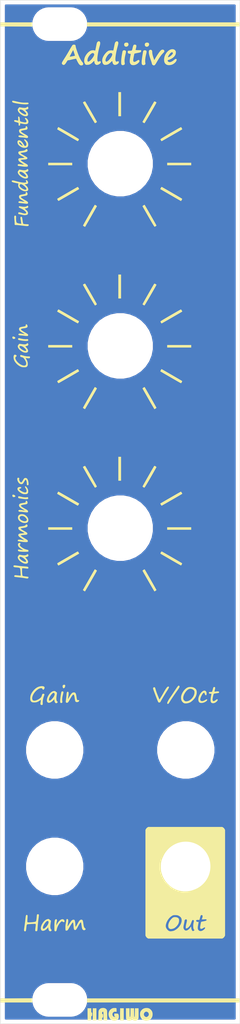
<source format=kicad_pcb>
(kicad_pcb (version 20171130) (host pcbnew "(5.1.10)-1")

  (general
    (thickness 1.6)
    (drawings 4)
    (tracks 0)
    (zones 0)
    (modules 10)
    (nets 1)
  )

  (page A4)
  (layers
    (0 F.Cu signal)
    (31 B.Cu signal)
    (32 B.Adhes user)
    (33 F.Adhes user)
    (34 B.Paste user)
    (35 F.Paste user)
    (36 B.SilkS user)
    (37 F.SilkS user)
    (38 B.Mask user)
    (39 F.Mask user)
    (40 Dwgs.User user hide)
    (41 Cmts.User user)
    (42 Eco1.User user)
    (43 Eco2.User user)
    (44 Edge.Cuts user)
    (45 Margin user)
    (46 B.CrtYd user)
    (47 F.CrtYd user)
    (48 B.Fab user)
    (49 F.Fab user)
  )

  (setup
    (last_trace_width 0.25)
    (trace_clearance 0.2)
    (zone_clearance 0.508)
    (zone_45_only no)
    (trace_min 0.2)
    (via_size 0.8)
    (via_drill 0.4)
    (via_min_size 0.4)
    (via_min_drill 0.3)
    (uvia_size 0.3)
    (uvia_drill 0.1)
    (uvias_allowed no)
    (uvia_min_size 0.2)
    (uvia_min_drill 0.1)
    (edge_width 0.05)
    (segment_width 0.2)
    (pcb_text_width 0.3)
    (pcb_text_size 1.5 1.5)
    (mod_edge_width 0.12)
    (mod_text_size 1 1)
    (mod_text_width 0.15)
    (pad_size 1.524 1.524)
    (pad_drill 0.762)
    (pad_to_mask_clearance 0)
    (aux_axis_origin 0 0)
    (visible_elements 7EFFFFFF)
    (pcbplotparams
      (layerselection 0x010a8_7fffffff)
      (usegerberextensions true)
      (usegerberattributes false)
      (usegerberadvancedattributes true)
      (creategerberjobfile true)
      (excludeedgelayer true)
      (linewidth 0.100000)
      (plotframeref false)
      (viasonmask false)
      (mode 1)
      (useauxorigin false)
      (hpglpennumber 1)
      (hpglpenspeed 20)
      (hpglpendiameter 15.000000)
      (psnegative false)
      (psa4output false)
      (plotreference true)
      (plotvalue true)
      (plotinvisibletext false)
      (padsonsilk false)
      (subtractmaskfromsilk false)
      (outputformat 1)
      (mirror false)
      (drillshape 0)
      (scaleselection 1)
      (outputdirectory "Gerber/HAGIWO Arduino VCO Additive/"))
  )

  (net 0 "")

  (net_class Default "This is the default net class."
    (clearance 0.2)
    (trace_width 0.25)
    (via_dia 0.8)
    (via_drill 0.4)
    (uvia_dia 0.3)
    (uvia_drill 0.1)
  )

  (module "Front:HAGIWO Arduino VCO Additive Frontpanel" locked (layer F.Cu) (tedit 0) (tstamp 6211677C)
    (at 15 64.25)
    (fp_text reference G*** (at 0 0) (layer Dwgs.User) hide
      (effects (font (size 1.524 1.524) (thickness 0.3)))
    )
    (fp_text value LOGO (at 0.75 0) (layer Dwgs.User) hide
      (effects (font (size 1.524 1.524) (thickness 0.3)))
    )
    (fp_poly (pts (xy -0.553017 62.169018) (xy -0.47086 62.175573) (xy -0.427291 62.185226) (xy -0.426966 62.185422)
      (xy -0.410096 62.22392) (xy -0.399062 62.309059) (xy -0.395111 62.431123) (xy -0.395936 62.542845)
      (xy -0.400411 62.608593) (xy -0.411534 62.638835) (xy -0.432303 62.644038) (xy -0.454455 62.638302)
      (xy -0.598543 62.61731) (xy -0.726628 62.647114) (xy -0.830887 62.724555) (xy -0.889658 62.813928)
      (xy -0.920723 62.933598) (xy -0.908452 63.052781) (xy -0.859381 63.158897) (xy -0.780046 63.239364)
      (xy -0.676985 63.2816) (xy -0.644992 63.284854) (xy -0.576262 63.278433) (xy -0.543977 63.259383)
      (xy -0.554252 63.237389) (xy -0.6059 63.222959) (xy -0.645107 63.214253) (xy -0.666512 63.191433)
      (xy -0.675479 63.140735) (xy -0.677372 63.048393) (xy -0.677378 63.039514) (xy -0.677423 62.865)
      (xy -0.444545 62.865) (xy -0.305611 62.869518) (xy -0.219295 62.882911) (xy -0.189432 62.89968)
      (xy -0.172714 62.935256) (xy -0.173034 62.942014) (xy -0.165758 62.969384) (xy -0.143864 63.015078)
      (xy -0.118959 63.099802) (xy -0.110113 63.214287) (xy -0.116963 63.334294) (xy -0.139149 63.435579)
      (xy -0.150525 63.462226) (xy -0.247651 63.591024) (xy -0.380904 63.684823) (xy -0.539533 63.740062)
      (xy -0.712789 63.753184) (xy -0.889921 63.720628) (xy -0.910224 63.713734) (xy -1.077301 63.626862)
      (xy -1.210579 63.503231) (xy -1.309466 63.351568) (xy -1.373368 63.180601) (xy -1.40169 62.999056)
      (xy -1.393839 62.81566) (xy -1.349222 62.63914) (xy -1.267245 62.478223) (xy -1.147314 62.341636)
      (xy -1.0099 62.248492) (xy -0.902834 62.200536) (xy -0.802566 62.175677) (xy -0.680156 62.167243)
      (xy -0.656249 62.16697) (xy -0.553017 62.169018)) (layer F.SilkS) (width 0.01))
    (fp_poly (pts (xy 1.241778 62.736334) (xy 1.243145 62.914304) (xy 1.246993 63.066247) (xy 1.252942 63.184347)
      (xy 1.260612 63.260789) (xy 1.268584 63.287458) (xy 1.297723 63.289859) (xy 1.320207 63.254187)
      (xy 1.336587 63.176668) (xy 1.347414 63.053528) (xy 1.353238 62.880993) (xy 1.354667 62.697522)
      (xy 1.354667 62.201778) (xy 1.805004 62.201778) (xy 1.812669 62.745056) (xy 1.815933 62.935995)
      (xy 1.820002 63.077448) (xy 1.825517 63.176374) (xy 1.833117 63.239732) (xy 1.843443 63.27448)
      (xy 1.857135 63.287576) (xy 1.862667 63.288333) (xy 1.877649 63.281009) (xy 1.889046 63.254398)
      (xy 1.897501 63.201542) (xy 1.903652 63.115481) (xy 1.90814 62.989257) (xy 1.911606 62.815912)
      (xy 1.912665 62.745056) (xy 1.92033 62.201778) (xy 2.370667 62.201778) (xy 2.373657 62.745056)
      (xy 2.3747 62.960725) (xy 2.374808 63.127522) (xy 2.373461 63.253017) (xy 2.370138 63.344779)
      (xy 2.364317 63.410378) (xy 2.355479 63.457386) (xy 2.343102 63.493372) (xy 2.326664 63.525906)
      (xy 2.318989 63.539383) (xy 2.226848 63.648606) (xy 2.105997 63.720382) (xy 1.969702 63.752733)
      (xy 1.83123 63.743676) (xy 1.703847 63.691231) (xy 1.640771 63.640652) (xy 1.585331 63.591251)
      (xy 1.554512 63.582383) (xy 1.541843 63.59923) (xy 1.488067 63.666861) (xy 1.394777 63.716176)
      (xy 1.276799 63.744136) (xy 1.148957 63.747702) (xy 1.026075 63.723837) (xy 0.993885 63.711526)
      (xy 0.906429 63.647337) (xy 0.846338 63.550353) (xy 0.827999 63.50473) (xy 0.814199 63.45396)
      (xy 0.804298 63.389555) (xy 0.797653 63.30303) (xy 0.793625 63.185899) (xy 0.791572 63.029675)
      (xy 0.790853 62.825873) (xy 0.790842 62.815611) (xy 0.790222 62.201778) (xy 1.241778 62.201778)
      (xy 1.241778 62.736334)) (layer F.SilkS) (width 0.01))
    (fp_poly (pts (xy 3.518984 62.17468) (xy 3.635697 62.198394) (xy 3.72653 62.233581) (xy 3.813625 62.291292)
      (xy 3.899208 62.36446) (xy 4.023323 62.50489) (xy 4.101808 62.665256) (xy 4.140185 62.85739)
      (xy 4.142551 62.885813) (xy 4.134903 63.108744) (xy 4.079115 63.305001) (xy 3.976603 63.471796)
      (xy 3.828781 63.606343) (xy 3.75321 63.652736) (xy 3.586355 63.716575) (xy 3.395524 63.746471)
      (xy 3.203263 63.740441) (xy 3.075358 63.712341) (xy 2.904344 63.629011) (xy 2.761193 63.502767)
      (xy 2.652534 63.342991) (xy 2.584994 63.159065) (xy 2.564856 62.989649) (xy 2.567009 62.905757)
      (xy 3.040204 62.905757) (xy 3.041374 63.021841) (xy 3.064956 63.092787) (xy 3.139635 63.196861)
      (xy 3.242659 63.270623) (xy 3.356513 63.301995) (xy 3.36882 63.302339) (xy 3.446624 63.281738)
      (xy 3.535211 63.21612) (xy 3.55932 63.192876) (xy 3.625455 63.119843) (xy 3.658186 63.057952)
      (xy 3.668514 62.983498) (xy 3.668889 62.956793) (xy 3.643996 62.819767) (xy 3.570954 62.711391)
      (xy 3.452484 62.635424) (xy 3.341792 62.615672) (xy 3.236964 62.642571) (xy 3.146253 62.70638)
      (xy 3.077915 62.797356) (xy 3.040204 62.905757) (xy 2.567009 62.905757) (xy 2.568758 62.837622)
      (xy 2.586526 62.721312) (xy 2.623316 62.620666) (xy 2.684288 62.515632) (xy 2.688364 62.509452)
      (xy 2.822702 62.355415) (xy 2.989865 62.244582) (xy 3.183518 62.179505) (xy 3.397324 62.162738)
      (xy 3.518984 62.17468)) (layer F.SilkS) (width 0.01))
    (fp_poly (pts (xy -3.817055 62.201759) (xy -3.584222 62.201778) (xy -3.584222 62.469889) (xy -3.58337 62.594501)
      (xy -3.579343 62.673148) (xy -3.569938 62.716298) (xy -3.552951 62.734424) (xy -3.527778 62.738)
      (xy -3.498918 62.742999) (xy -3.481985 62.765795) (xy -3.47386 62.818085) (xy -3.471422 62.911565)
      (xy -3.471333 62.949667) (xy -3.472709 63.057984) (xy -3.478871 63.121546) (xy -3.492875 63.152015)
      (xy -3.517773 63.161054) (xy -3.526756 63.161333) (xy -3.552425 63.165917) (xy -3.569268 63.186522)
      (xy -3.579658 63.233434) (xy -3.585968 63.316936) (xy -3.590256 63.4365) (xy -3.598333 63.711667)
      (xy -3.816166 63.719893) (xy -4.033998 63.72812) (xy -4.041943 62.96493) (xy -4.049889 62.20174)
      (xy -3.817055 62.201759)) (layer F.SilkS) (width 0.01))
    (fp_poly (pts (xy -2.935111 63.725778) (xy -3.386666 63.725778) (xy -3.386666 62.201778) (xy -2.935111 62.201778)
      (xy -2.935111 63.725778)) (layer F.SilkS) (width 0.01))
    (fp_poly (pts (xy -1.878268 62.191112) (xy -1.746903 62.257851) (xy -1.652092 62.357284) (xy -1.608645 62.454174)
      (xy -1.600154 62.512585) (xy -1.592689 62.617138) (xy -1.586672 62.757537) (xy -1.582522 62.92348)
      (xy -1.580662 63.104671) (xy -1.580602 63.140167) (xy -1.580444 63.725778) (xy -2.030781 63.725778)
      (xy -2.038446 63.1825) (xy -2.041288 62.994939) (xy -2.04439 62.856272) (xy -2.0487 62.758952)
      (xy -2.055165 62.695434) (xy -2.06473 62.65817) (xy -2.078344 62.639615) (xy -2.096951 62.632221)
      (xy -2.107701 62.630454) (xy -2.169762 62.64596) (xy -2.211217 62.705436) (xy -2.225915 62.798287)
      (xy -2.224191 62.831026) (xy -2.206969 62.899116) (xy -2.165726 62.927828) (xy -2.151944 62.930463)
      (xy -2.119284 62.939263) (xy -2.100273 62.962425) (xy -2.091252 63.012433) (xy -2.088565 63.101773)
      (xy -2.088444 63.147222) (xy -2.089716 63.254251) (xy -2.095971 63.317336) (xy -2.110865 63.348961)
      (xy -2.138057 63.361613) (xy -2.151944 63.363982) (xy -2.18719 63.374725) (xy -2.207572 63.403353)
      (xy -2.218335 63.463388) (xy -2.223847 63.549389) (xy -2.232249 63.725778) (xy -2.685962 63.725778)
      (xy -2.676481 63.126056) (xy -2.67301 62.9259) (xy -2.669171 62.773656) (xy -2.664063 62.66079)
      (xy -2.656781 62.578773) (xy -2.646426 62.519072) (xy -2.632093 62.473156) (xy -2.61288 62.432493)
      (xy -2.60084 62.410903) (xy -2.506755 62.29196) (xy -2.380332 62.212846) (xy -2.220711 62.169643)
      (xy -2.0387 62.160549) (xy -1.878268 62.191112)) (layer F.SilkS) (width 0.01))
    (fp_poly (pts (xy 0.508 63.725778) (xy 0.058293 63.725778) (xy 0.050313 63.408278) (xy 0.047967 63.259746)
      (xy 0.047143 63.075931) (xy 0.047832 62.877973) (xy 0.050022 62.687011) (xy 0.050737 62.646278)
      (xy 0.05914 62.201778) (xy 0.508 62.201778) (xy 0.508 63.725778)) (layer F.SilkS) (width 0.01))
    (fp_poly (pts (xy -11.006663 61.206945) (xy -11.006666 61.468) (xy -15.070666 61.468) (xy -15.070666 60.960735)
      (xy -11.00666 60.945889) (xy -11.006663 61.206945)) (layer F.SilkS) (width 0.01))
    (fp_poly (pts (xy 15.070667 61.468) (xy -4.120444 61.468) (xy -4.120444 60.96) (xy 15.070667 60.96)
      (xy 15.070667 61.468)) (layer F.SilkS) (width 0.01))
    (fp_poly (pts (xy 13.022438 39.518631) (xy 13.129728 39.607301) (xy 13.198827 39.70605) (xy 13.264445 39.830433)
      (xy 13.264445 53.077122) (xy 13.198827 53.201506) (xy 13.112461 53.318601) (xy 13.022438 53.388925)
      (xy 12.911667 53.45196) (xy 3.598334 53.45196) (xy 3.487562 53.388925) (xy 3.380273 53.300255)
      (xy 3.311173 53.201506) (xy 3.245556 53.077122) (xy 3.245556 51.841263) (xy 5.793552 51.841263)
      (xy 5.806012 51.997067) (xy 5.812885 52.024477) (xy 5.873173 52.165133) (xy 5.968175 52.303736)
      (xy 6.08276 52.421207) (xy 6.180885 52.488472) (xy 6.258787 52.523871) (xy 6.331868 52.541469)
      (xy 6.422351 52.54473) (xy 6.511997 52.540058) (xy 6.740539 52.50201) (xy 6.874401 52.453582)
      (xy 7.081696 52.338799) (xy 7.268378 52.196941) (xy 7.419384 52.046515) (xy 8.019261 52.046515)
      (xy 8.027667 52.130513) (xy 8.050953 52.207063) (xy 8.072051 52.254468) (xy 8.152629 52.371858)
      (xy 8.253328 52.439164) (xy 8.369826 52.457182) (xy 8.497804 52.426708) (xy 8.63294 52.348536)
      (xy 8.770915 52.223462) (xy 8.867111 52.108114) (xy 8.988778 51.946531) (xy 8.996258 52.043543)
      (xy 9.020002 52.208309) (xy 9.06155 52.346215) (xy 9.116977 52.449227) (xy 9.18236 52.509313)
      (xy 9.22978 52.521556) (xy 9.284114 52.504909) (xy 9.349809 52.464656) (xy 9.352333 52.462691)
      (xy 9.427167 52.403827) (xy 9.358206 52.321871) (xy 9.305389 52.222611) (xy 9.272706 52.081088)
      (xy 9.260507 51.907902) (xy 9.26914 51.713654) (xy 9.298956 51.508944) (xy 9.327315 51.384906)
      (xy 9.348223 51.293287) (xy 9.350551 51.234757) (xy 9.334065 51.189023) (xy 9.324886 51.173945)
      (xy 9.320455 51.169982) (xy 9.626838 51.169982) (xy 9.627917 51.232207) (xy 9.634911 51.263849)
      (xy 9.678827 51.329958) (xy 9.767982 51.365051) (xy 9.856476 51.37043) (xy 9.912824 51.374864)
      (xy 9.934137 51.387499) (xy 9.929024 51.421627) (xy 9.915278 51.498649) (xy 9.895175 51.606081)
      (xy 9.877693 51.697056) (xy 9.842636 51.897205) (xy 9.825094 52.052811) (xy 9.825177 52.173026)
      (xy 9.842997 52.267001) (xy 9.878664 52.343889) (xy 9.885681 52.354693) (xy 9.985847 52.459886)
      (xy 10.108324 52.513923) (xy 10.249918 52.516003) (xy 10.37811 52.478349) (xy 10.493853 52.417602)
      (xy 10.599714 52.340035) (xy 10.686444 52.255249) (xy 10.744794 52.172844) (xy 10.765516 52.10242)
      (xy 10.761459 52.080426) (xy 10.725337 52.046283) (xy 10.658338 52.055339) (xy 10.558495 52.107984)
      (xy 10.530694 52.126289) (xy 10.406716 52.196302) (xy 10.298437 52.230401) (xy 10.214279 52.22697)
      (xy 10.169593 52.195594) (xy 10.1426 52.130833) (xy 10.131778 52.051496) (xy 10.137015 51.982647)
      (xy 10.15097 51.881799) (xy 10.171005 51.762546) (xy 10.194484 51.638486) (xy 10.218772 51.523212)
      (xy 10.241231 51.430321) (xy 10.259225 51.373408) (xy 10.265278 51.363051) (xy 10.300933 51.350004)
      (xy 10.378934 51.330875) (xy 10.485935 51.308757) (xy 10.555111 51.295938) (xy 10.723736 51.261135)
      (xy 10.841514 51.224661) (xy 10.914036 51.183911) (xy 10.94689 51.136277) (xy 10.950222 51.111696)
      (xy 10.935405 51.067733) (xy 10.886711 51.041325) (xy 10.797778 51.031127) (xy 10.662242 51.035793)
      (xy 10.610805 51.039955) (xy 10.470396 51.048462) (xy 10.382038 51.043935) (xy 10.342721 51.025766)
      (xy 10.349437 50.993346) (xy 10.353588 50.987987) (xy 10.383613 50.930041) (xy 10.411829 50.841004)
      (xy 10.434143 50.740422) (xy 10.446465 50.64784) (xy 10.444701 50.582805) (xy 10.440777 50.571522)
      (xy 10.382293 50.515161) (xy 10.302023 50.500171) (xy 10.246325 50.516891) (xy 10.221425 50.534941)
      (xy 10.199139 50.565588) (xy 10.176278 50.617365) (xy 10.149652 50.698803) (xy 10.11607 50.818433)
      (xy 10.074519 50.976389) (xy 10.039776 51.110445) (xy 9.845002 51.110445) (xy 9.727205 51.11507)
      (xy 9.657209 51.132926) (xy 9.626838 51.169982) (xy 9.320455 51.169982) (xy 9.264449 51.119903)
      (xy 9.194391 51.119171) (xy 9.134015 51.16233) (xy 9.10406 51.211809) (xy 9.064267 51.299523)
      (xy 9.021497 51.40979) (xy 9.004849 51.457424) (xy 8.956854 51.584728) (xy 8.902161 51.707514)
      (xy 8.850683 51.80402) (xy 8.838152 51.823431) (xy 8.743211 51.944753) (xy 8.641651 52.046616)
      (xy 8.541849 52.123238) (xy 8.452183 52.168833) (xy 8.381029 52.177619) (xy 8.34898 52.161158)
      (xy 8.326201 52.103336) (xy 8.322495 51.999569) (xy 8.337204 51.856794) (xy 8.369669 51.681946)
      (xy 8.410444 51.514369) (xy 8.451788 51.347093) (xy 8.472547 51.224851) (xy 8.47186 51.139793)
      (xy 8.448866 51.084066) (xy 8.402706 51.04982) (xy 8.357876 51.034854) (xy 8.28767 51.043232)
      (xy 8.221354 51.092437) (xy 8.172931 51.167765) (xy 8.156222 51.246589) (xy 8.150086 51.304834)
      (xy 8.133476 51.403126) (xy 8.109091 51.526629) (xy 8.085923 51.63307) (xy 8.048128 51.80947)
      (xy 8.025994 51.943392) (xy 8.019261 52.046515) (xy 7.419384 52.046515) (xy 7.431897 52.034051)
      (xy 7.569701 51.856174) (xy 7.679239 51.669353) (xy 7.757958 51.479631) (xy 7.803308 51.293052)
      (xy 7.812738 51.115659) (xy 7.783696 50.953495) (xy 7.71363 50.812604) (xy 7.611524 50.70756)
      (xy 7.46896 50.609388) (xy 7.339176 50.547839) (xy 7.200311 50.515505) (xy 7.030502 50.50498)
      (xy 7.013222 50.50485) (xy 6.882495 50.506478) (xy 6.7893 50.515027) (xy 6.714829 50.533997)
      (xy 6.640276 50.566888) (xy 6.618111 50.578388) (xy 6.409291 50.718467) (xy 6.218006 50.90533)
      (xy 6.051547 51.130253) (xy 5.917204 51.384512) (xy 5.89048 51.449111) (xy 5.821417 51.660768)
      (xy 5.793552 51.841263) (xy 3.245556 51.841263) (xy 3.245556 44.435889) (xy 5.18186 44.435889)
      (xy 5.182543 44.624657) (xy 5.186966 44.771512) (xy 5.19639 44.89093) (xy 5.21208 44.99739)
      (xy 5.2353 45.105367) (xy 5.243022 45.136651) (xy 5.372562 45.54164) (xy 5.54864 45.918987)
      (xy 5.768092 46.26539) (xy 6.027756 46.577544) (xy 6.324467 46.852148) (xy 6.655061 47.085899)
      (xy 7.016374 47.275492) (xy 7.405243 47.417627) (xy 7.436556 47.426598) (xy 7.750666 47.501341)
      (xy 8.042639 47.540235) (xy 8.332502 47.544953) (xy 8.593667 47.523159) (xy 8.997364 47.446343)
      (xy 9.383756 47.31891) (xy 9.748266 47.144344) (xy 10.086315 46.926132) (xy 10.393325 46.667758)
      (xy 10.664718 46.372709) (xy 10.895916 46.044469) (xy 11.082341 45.686525) (xy 11.118036 45.601283)
      (xy 11.201111 45.377248) (xy 11.26045 45.172847) (xy 11.299258 44.970301) (xy 11.320741 44.75183)
      (xy 11.328104 44.499656) (xy 11.32814 44.435889) (xy 11.326387 44.253058) (xy 11.321588 44.111808)
      (xy 11.312204 43.997295) (xy 11.296696 43.894674) (xy 11.273524 43.789102) (xy 11.252695 43.708395)
      (xy 11.119266 43.315174) (xy 10.937325 42.944936) (xy 10.7108 42.602466) (xy 10.443613 42.292551)
      (xy 10.139692 42.019975) (xy 9.802961 41.789524) (xy 9.581445 41.67087) (xy 9.226461 41.523956)
      (xy 8.869695 41.427422) (xy 8.497546 41.378183) (xy 8.255 41.370052) (xy 7.842242 41.397579)
      (xy 7.442474 41.478837) (xy 7.05964 41.611842) (xy 6.69768 41.794613) (xy 6.360537 42.025165)
      (xy 6.052154 42.301515) (xy 5.782206 42.614114) (xy 5.662324 42.792041) (xy 5.541477 43.007198)
      (xy 5.428495 43.241224) (xy 5.332211 43.47576) (xy 5.261456 43.692448) (xy 5.258846 43.702111)
      (xy 5.229075 43.820023) (xy 5.208162 43.923711) (xy 5.194537 44.028127) (xy 5.186632 44.148225)
      (xy 5.182877 44.298955) (xy 5.18186 44.435889) (xy 3.245556 44.435889) (xy 3.245556 39.830433)
      (xy 3.311173 39.70605) (xy 3.39754 39.588954) (xy 3.487562 39.518631) (xy 3.598334 39.455595)
      (xy 12.911667 39.455595) (xy 13.022438 39.518631)) (layer F.SilkS) (width 0.01))
    (fp_poly (pts (xy -10.224682 50.418267) (xy -10.199549 50.437616) (xy -10.187439 50.476642) (xy -10.184022 50.544868)
      (xy -10.189706 50.64824) (xy -10.204897 50.792705) (xy -10.230002 50.984208) (xy -10.243478 51.079249)
      (xy -10.265532 51.249538) (xy -10.288177 51.454104) (xy -10.309177 51.67085) (xy -10.326294 51.877679)
      (xy -10.330903 51.942873) (xy -10.342929 52.104391) (xy -10.355937 52.248285) (xy -10.368812 52.364207)
      (xy -10.380436 52.441807) (xy -10.387599 52.468515) (xy -10.443868 52.519407) (xy -10.527208 52.530387)
      (xy -10.57733 52.518253) (xy -10.60702 52.503224) (xy -10.626521 52.478371) (xy -10.636174 52.435317)
      (xy -10.636321 52.365684) (xy -10.627303 52.261096) (xy -10.609461 52.113174) (xy -10.59756 52.022023)
      (xy -10.578471 51.864805) (xy -10.570099 51.754196) (xy -10.573059 51.681272) (xy -10.587965 51.637112)
      (xy -10.615433 51.61279) (xy -10.626065 51.608086) (xy -10.665811 51.604935) (xy -10.750174 51.605464)
      (xy -10.867489 51.609045) (xy -11.006093 51.61505) (xy -11.154321 51.622851) (xy -11.30051 51.631821)
      (xy -11.432996 51.641331) (xy -11.540114 51.650755) (xy -11.610203 51.659463) (xy -11.621498 51.661664)
      (xy -11.662424 51.678853) (xy -11.693675 51.714517) (xy -11.717828 51.776898) (xy -11.73746 51.874238)
      (xy -11.755149 52.014781) (xy -11.765929 52.123563) (xy -11.780466 52.256155) (xy -11.797128 52.372069)
      (xy -11.81365 52.457174) (xy -11.825281 52.493651) (xy -11.876809 52.540086) (xy -11.944899 52.54679)
      (xy -12.006536 52.514273) (xy -12.024869 52.489218) (xy -12.037116 52.460458) (xy -12.044151 52.423883)
      (xy -12.045375 52.371908) (xy -12.04019 52.296948) (xy -12.027998 52.191416) (xy -12.008201 52.047726)
      (xy -11.9802 51.858293) (xy -11.969561 51.787778) (xy -11.94386 51.607484) (xy -11.916306 51.396957)
      (xy -11.890175 51.182174) (xy -11.868745 50.989113) (xy -11.86845 50.986262) (xy -11.848289 50.805354)
      (xy -11.829235 50.673465) (xy -11.808987 50.583274) (xy -11.785241 50.527457) (xy -11.755695 50.498694)
      (xy -11.718045 50.489662) (xy -11.712222 50.489556) (xy -11.658934 50.4997) (xy -11.62472 50.535276)
      (xy -11.607472 50.604) (xy -11.60508 50.713588) (xy -11.613617 50.850283) (xy -11.628617 51.039578)
      (xy -11.637497 51.180289) (xy -11.639692 51.280003) (xy -11.634637 51.346308) (xy -11.621766 51.38679)
      (xy -11.600513 51.409036) (xy -11.571111 51.420431) (xy -11.506985 51.426815) (xy -11.400702 51.42693)
      (xy -11.266083 51.421763) (xy -11.116947 51.412301) (xy -10.967113 51.399533) (xy -10.830401 51.384447)
      (xy -10.720631 51.368029) (xy -10.665157 51.355686) (xy -10.590243 51.330072) (xy -10.547744 51.296889)
      (xy -10.521096 51.237938) (xy -10.505117 51.179869) (xy -10.487434 51.088594) (xy -10.470329 50.962189)
      (xy -10.456484 50.821928) (xy -10.451889 50.757667) (xy -10.441861 50.634338) (xy -10.428895 50.530653)
      (xy -10.414985 50.460618) (xy -10.406706 50.440167) (xy -10.358128 50.41341) (xy -10.288206 50.405996)
      (xy -10.224682 50.418267)) (layer F.SilkS) (width 0.01))
    (fp_poly (pts (xy -8.913593 51.012344) (xy -8.865636 51.052404) (xy -8.842113 51.078486) (xy -8.781734 51.134352)
      (xy -8.726599 51.164929) (xy -8.714382 51.166889) (xy -8.684849 51.176257) (xy -8.668802 51.209318)
      (xy -8.666094 51.273505) (xy -8.676578 51.376252) (xy -8.700106 51.524993) (xy -8.706555 51.562)
      (xy -8.739996 51.810521) (xy -8.744224 52.012133) (xy -8.719081 52.168316) (xy -8.664411 52.280552)
      (xy -8.62626 52.3204) (xy -8.584352 52.380494) (xy -8.588104 52.441543) (xy -8.627741 52.493867)
      (xy -8.693489 52.527785) (xy -8.775574 52.533618) (xy -8.827754 52.519949) (xy -8.89291 52.464725)
      (xy -8.945139 52.358109) (xy -8.982624 52.20405) (xy -8.987582 52.172168) (xy -9.007447 52.034447)
      (xy -9.092503 52.137635) (xy -9.225294 52.276037) (xy -9.364176 52.380772) (xy -9.502056 52.44974)
      (xy -9.631841 52.480841) (xy -9.746438 52.471976) (xy -9.838754 52.421044) (xy -9.879725 52.370696)
      (xy -9.926795 52.241137) (xy -9.929144 52.139975) (xy -9.679486 52.139975) (xy -9.646355 52.205467)
      (xy -9.604552 52.233673) (xy -9.555745 52.230723) (xy -9.486466 52.193634) (xy -9.436758 52.159055)
      (xy -9.306571 52.048833) (xy -9.190556 51.920686) (xy -9.092902 51.783102) (xy -9.017802 51.644572)
      (xy -8.969445 51.513585) (xy -8.952021 51.398632) (xy -8.969722 51.308201) (xy -8.997983 51.270106)
      (xy -9.071555 51.237527) (xy -9.15986 51.257692) (xy -9.261031 51.329396) (xy -9.373205 51.451435)
      (xy -9.457981 51.567208) (xy -9.566265 51.743582) (xy -9.640326 51.901392) (xy -9.678591 52.035301)
      (xy -9.679486 52.139975) (xy -9.929144 52.139975) (xy -9.930429 52.08466) (xy -9.892676 51.907774)
      (xy -9.815583 51.716984) (xy -9.701197 51.518799) (xy -9.551568 51.319726) (xy -9.547464 51.314877)
      (xy -9.386166 51.157853) (xy -9.215074 51.054555) (xy -9.050724 51.008045) (xy -8.966974 51.000366)
      (xy -8.913593 51.012344)) (layer F.SilkS) (width 0.01))
    (fp_poly (pts (xy -7.14248 51.034844) (xy -7.048422 51.081776) (xy -6.979938 51.164714) (xy -6.94993 51.264906)
      (xy -6.957539 51.338622) (xy -6.996172 51.381652) (xy -7.06226 51.391137) (xy -7.138157 51.367469)
      (xy -7.185391 51.333558) (xy -7.24398 51.295063) (xy -7.30507 51.295362) (xy -7.378486 51.337301)
      (xy -7.464677 51.414432) (xy -7.63389 51.61582) (xy -7.775543 51.854482) (xy -7.881579 52.114725)
      (xy -7.936267 52.333033) (xy -7.957738 52.430959) (xy -7.983484 52.48758) (xy -8.02125 52.517928)
      (xy -8.034423 52.523533) (xy -8.089789 52.543919) (xy -8.120531 52.544257) (xy -8.15582 52.521597)
      (xy -8.171995 52.509623) (xy -8.191869 52.491353) (xy -8.206153 52.464523) (xy -8.215662 52.420661)
      (xy -8.221211 52.351293) (xy -8.223613 52.247949) (xy -8.223683 52.102155) (xy -8.222863 51.980457)
      (xy -8.218366 51.712775) (xy -8.208844 51.496839) (xy -8.193162 51.328081) (xy -8.170184 51.201936)
      (xy -8.138775 51.113839) (xy -8.097799 51.059224) (xy -8.046121 51.033525) (xy -7.986914 51.031637)
      (xy -7.935892 51.048846) (xy -7.912617 51.095987) (xy -7.907318 51.13391) (xy -7.910703 51.231417)
      (xy -7.92943 51.317221) (xy -7.947179 51.390218) (xy -7.964157 51.496906) (xy -7.976775 51.614605)
      (xy -7.977068 51.618312) (xy -7.993579 51.830111) (xy -7.902032 51.656001) (xy -7.782082 51.455554)
      (xy -7.653213 51.289662) (xy -7.520121 51.161486) (xy -7.387504 51.074184) (xy -7.260058 51.030917)
      (xy -7.14248 51.034844)) (layer F.SilkS) (width 0.01))
    (fp_poly (pts (xy -6.57817 51.013048) (xy -6.536236 51.034358) (xy -6.501299 51.092386) (xy -6.485818 51.196684)
      (xy -6.489844 51.34052) (xy -6.513424 51.517162) (xy -6.532042 51.613234) (xy -6.553586 51.722855)
      (xy -6.569204 51.817427) (xy -6.575741 51.877687) (xy -6.575778 51.880337) (xy -6.571076 51.921336)
      (xy -6.549753 51.911771) (xy -6.5383 51.899659) (xy -6.509254 51.860528) (xy -6.457708 51.784335)
      (xy -6.390893 51.681996) (xy -6.316045 51.564426) (xy -6.31452 51.562) (xy -6.234463 51.438956)
      (xy -6.156333 51.326356) (xy -6.089364 51.237078) (xy -6.044702 51.185792) (xy -5.952123 51.121616)
      (xy -5.851517 51.089836) (xy -5.759161 51.093032) (xy -5.694353 51.130297) (xy -5.663201 51.191283)
      (xy -5.63451 51.295748) (xy -5.610604 51.430726) (xy -5.593808 51.583252) (xy -5.586575 51.731333)
      (xy -5.581249 51.829398) (xy -5.57039 51.911078) (xy -5.562218 51.942392) (xy -5.545923 51.971005)
      (xy -5.525073 51.964638) (xy -5.49 51.917375) (xy -5.469982 51.885948) (xy -5.426168 51.811461)
      (xy -5.366588 51.70404) (xy -5.300841 51.581175) (xy -5.265537 51.51337) (xy -5.159796 51.328433)
      (xy -5.059707 51.196835) (xy -4.962817 51.116055) (xy -4.866673 51.083574) (xy -4.846184 51.082654)
      (xy -4.772861 51.089089) (xy -4.717429 51.112729) (xy -4.675597 51.161279) (xy -4.643076 51.242441)
      (xy -4.615573 51.363918) (xy -4.588799 51.533414) (xy -4.586658 51.548579) (xy -4.559392 51.732374)
      (xy -4.534539 51.869466) (xy -4.508951 51.969319) (xy -4.479479 52.041401) (xy -4.442975 52.095178)
      (xy -4.396291 52.140115) (xy -4.387583 52.147184) (xy -4.316931 52.212724) (xy -4.294059 52.265674)
      (xy -4.31637 52.318902) (xy -4.346222 52.352222) (xy -4.43048 52.400444) (xy -4.528147 52.40284)
      (xy -4.620648 52.360095) (xy -4.641877 52.341355) (xy -4.683318 52.289667) (xy -4.717321 52.22064)
      (xy -4.746407 52.125335) (xy -4.773094 51.994808) (xy -4.799904 51.820119) (xy -4.810101 51.74447)
      (xy -4.828537 51.618639) (xy -4.847512 51.513509) (xy -4.864509 51.441805) (xy -4.874772 51.417273)
      (xy -4.911882 51.416395) (xy -4.968565 51.467881) (xy -5.044485 51.57128) (xy -5.139303 51.726142)
      (xy -5.235987 51.900667) (xy -5.328583 52.070518) (xy -5.401856 52.195868) (xy -5.460921 52.283096)
      (xy -5.510891 52.338581) (xy -5.556878 52.368705) (xy -5.603995 52.379846) (xy -5.620491 52.380445)
      (xy -5.676659 52.371904) (xy -5.719465 52.341548) (xy -5.751626 52.282271) (xy -5.775858 52.18697)
      (xy -5.794878 52.048541) (xy -5.809373 51.886556) (xy -5.824384 51.708781) (xy -5.838628 51.580478)
      (xy -5.853475 51.494712) (xy -5.8703 51.444549) (xy -5.890472 51.423058) (xy -5.901522 51.420889)
      (xy -5.934421 51.444096) (xy -5.989573 51.508347) (xy -6.061389 51.605584) (xy -6.144282 51.727748)
      (xy -6.232664 51.866784) (xy -6.320946 52.014633) (xy -6.355884 52.076051) (xy -6.424335 52.195508)
      (xy -6.485955 52.298008) (xy -6.534044 52.372732) (xy -6.561902 52.408859) (xy -6.562101 52.409027)
      (xy -6.614292 52.434435) (xy -6.690816 52.454491) (xy -6.696083 52.455381) (xy -6.766957 52.45983)
      (xy -6.803153 52.438855) (xy -6.813066 52.419377) (xy -6.821569 52.368104) (xy -6.827453 52.275397)
      (xy -6.830724 52.156204) (xy -6.831387 52.025476) (xy -6.829446 51.898161) (xy -6.824908 51.789208)
      (xy -6.817776 51.713566) (xy -6.812823 51.691767) (xy -6.801522 51.645818) (xy -6.784761 51.557413)
      (xy -6.764949 51.439991) (xy -6.747619 51.328134) (xy -6.725766 51.189058) (xy -6.707478 51.096545)
      (xy -6.689754 51.041097) (xy -6.669589 51.013216) (xy -6.644997 51.003546) (xy -6.57817 51.013048)) (layer F.SilkS) (width 0.01))
    (fp_poly (pts (xy -9.62852 21.810577) (xy -9.531887 21.85094) (xy -9.475188 21.914255) (xy -9.467995 21.934964)
      (xy -9.467069 22.019834) (xy -9.496316 22.109391) (xy -9.546019 22.18616) (xy -9.60646 22.232666)
      (xy -9.637117 22.239111) (xy -9.67401 22.216763) (xy -9.719855 22.161069) (xy -9.732927 22.140333)
      (xy -9.776792 22.077141) (xy -9.824406 22.048713) (xy -9.900348 22.041613) (xy -9.913618 22.041556)
      (xy -10.068342 22.06844) (xy -10.239308 22.148884) (xy -10.42592 22.282572) (xy -10.514965 22.360131)
      (xy -10.672985 22.52388) (xy -10.805356 22.699014) (xy -10.909458 22.878303) (xy -10.982671 23.054515)
      (xy -11.022375 23.220421) (xy -11.025951 23.36879) (xy -10.99078 23.492393) (xy -10.947616 23.554219)
      (xy -10.858887 23.608804) (xy -10.736898 23.624336) (xy -10.587815 23.602157) (xy -10.4178 23.543607)
      (xy -10.233019 23.45003) (xy -10.108815 23.371669) (xy -9.9756 23.269504) (xy -9.885123 23.16761)
      (xy -9.826067 23.050011) (xy -9.791802 22.924252) (xy -9.756856 22.817156) (xy -9.702368 22.759857)
      (xy -9.620536 22.746939) (xy -9.553222 22.7587) (xy -9.506608 22.779697) (xy -9.486851 22.818683)
      (xy -9.493889 22.884881) (xy -9.527659 22.987512) (xy -9.551282 23.047354) (xy -9.618477 23.245657)
      (xy -9.668457 23.459835) (xy -9.6975 23.669277) (xy -9.701881 23.85337) (xy -9.700522 23.873406)
      (xy -9.696662 23.97699) (xy -9.701374 24.062994) (xy -9.712134 24.108672) (xy -9.761232 24.148024)
      (xy -9.83447 24.156061) (xy -9.909302 24.133192) (xy -9.945955 24.104406) (xy -9.967931 24.07512)
      (xy -9.979309 24.039432) (xy -9.980441 23.984788) (xy -9.971678 23.898635) (xy -9.955047 23.77985)
      (xy -9.93928 23.664651) (xy -9.928916 23.573829) (xy -9.925207 23.519365) (xy -9.9268 23.509111)
      (xy -9.954398 23.523763) (xy -10.013308 23.561454) (xy -10.064086 23.595748) (xy -10.240319 23.70623)
      (xy -10.398381 23.7787) (xy -10.555539 23.819075) (xy -10.729059 23.833277) (xy -10.757556 23.833516)
      (xy -10.913134 23.826959) (xy -11.026617 23.803056) (xy -11.111206 23.755795) (xy -11.180101 23.679162)
      (xy -11.214232 23.625495) (xy -11.25141 23.519997) (xy -11.267206 23.377465) (xy -11.262018 23.212938)
      (xy -11.236246 23.041455) (xy -11.19476 22.890654) (xy -11.098306 22.679958) (xy -10.959531 22.467405)
      (xy -10.790307 22.266913) (xy -10.602508 22.092403) (xy -10.408006 21.957796) (xy -10.391089 21.948393)
      (xy -10.231759 21.875988) (xy -10.066706 21.825872) (xy -9.905061 21.798176) (xy -9.755955 21.793033)
      (xy -9.62852 21.810577)) (layer F.SilkS) (width 0.01))
    (fp_poly (pts (xy 7.470058 21.742357) (xy 7.494354 21.760457) (xy 7.525858 21.797859) (xy 7.53603 21.845486)
      (xy 7.522313 21.909336) (xy 7.482149 21.995406) (xy 7.412979 22.109697) (xy 7.312245 22.258205)
      (xy 7.236609 22.364809) (xy 7.081708 22.582599) (xy 6.927818 22.80226) (xy 6.779501 23.017026)
      (xy 6.641322 23.220131) (xy 6.517844 23.40481) (xy 6.413633 23.564297) (xy 6.33325 23.691825)
      (xy 6.281261 23.780629) (xy 6.280075 23.782834) (xy 6.199579 23.916175) (xy 6.12923 23.995718)
      (xy 6.067501 24.022887) (xy 6.0325 24.013837) (xy 5.994208 23.965109) (xy 5.983111 23.909192)
      (xy 5.999097 23.841916) (xy 6.043614 23.73879) (xy 6.111503 23.609253) (xy 6.197604 23.462741)
      (xy 6.296758 23.308693) (xy 6.36646 23.208014) (xy 6.42485 23.124334) (xy 6.506837 23.004279)
      (xy 6.605099 22.8587) (xy 6.712316 22.698447) (xy 6.82117 22.534371) (xy 6.833813 22.515216)
      (xy 6.980106 22.29404) (xy 7.099217 22.116154) (xy 7.194695 21.977501) (xy 7.270091 21.874025)
      (xy 7.328953 21.801672) (xy 7.374831 21.756384) (xy 7.411275 21.734106) (xy 7.441834 21.730782)
      (xy 7.470058 21.742357)) (layer F.SilkS) (width 0.01))
    (fp_poly (pts (xy 9.058442 21.907045) (xy 9.193876 21.92947) (xy 9.313581 21.972953) (xy 9.434312 22.040619)
      (xy 9.56255 22.143347) (xy 9.645281 22.265504) (xy 9.690964 22.420678) (xy 9.69719 22.463028)
      (xy 9.69742 22.683504) (xy 9.644088 22.917427) (xy 9.563254 23.114) (xy 9.48127 23.249116)
      (xy 9.364918 23.396874) (xy 9.227406 23.54384) (xy 9.081942 23.676581) (xy 8.941732 23.781662)
      (xy 8.861298 23.827979) (xy 8.684954 23.897012) (xy 8.498307 23.941072) (xy 8.318721 23.957561)
      (xy 8.16356 23.94388) (xy 8.134854 23.936687) (xy 8.030895 23.883852) (xy 7.925521 23.791633)
      (xy 7.833932 23.674586) (xy 7.800729 23.616641) (xy 7.747208 23.459312) (xy 7.726243 23.273764)
      (xy 7.730258 23.212188) (xy 7.993378 23.212188) (xy 7.998648 23.368337) (xy 8.037191 23.480889)
      (xy 8.098707 23.564611) (xy 8.177508 23.638825) (xy 8.187312 23.645899) (xy 8.25573 23.685388)
      (xy 8.324801 23.701724) (xy 8.419652 23.700128) (xy 8.440211 23.698444) (xy 8.577807 23.672023)
      (xy 8.71911 23.621985) (xy 8.750348 23.60715) (xy 8.9326 23.488529) (xy 9.097619 23.331219)
      (xy 9.237212 23.147035) (xy 9.343186 22.947794) (xy 9.407347 22.745313) (xy 9.421722 22.638834)
      (xy 9.419624 22.485024) (xy 9.386329 22.369088) (xy 9.31516 22.278061) (xy 9.19944 22.198978)
      (xy 9.193532 22.19574) (xy 9.022561 22.128591) (xy 8.856491 22.116526) (xy 8.694248 22.159868)
      (xy 8.53476 22.258941) (xy 8.376953 22.414069) (xy 8.34565 22.451663) (xy 8.206152 22.646924)
      (xy 8.099416 22.843852) (xy 8.02773 23.034817) (xy 7.993378 23.212188) (xy 7.730258 23.212188)
      (xy 7.738966 23.078666) (xy 7.76154 22.971041) (xy 7.84073 22.751006) (xy 7.955112 22.535421)
      (xy 8.095962 22.335911) (xy 8.254554 22.164099) (xy 8.422162 22.031609) (xy 8.500286 21.98687)
      (xy 8.605184 21.939188) (xy 8.695995 21.912884) (xy 8.799069 21.902086) (xy 8.887452 21.900602)
      (xy 9.058442 21.907045)) (layer F.SilkS) (width 0.01))
    (fp_poly (pts (xy -8.144144 22.415793) (xy -8.098686 22.445242) (xy -8.078335 22.467466) (xy -8.016142 22.522888)
      (xy -7.965722 22.551434) (xy -7.931744 22.570191) (xy -7.911653 22.600576) (xy -7.904932 22.652191)
      (xy -7.911063 22.734636) (xy -7.929529 22.857515) (xy -7.944555 22.944667) (xy -7.976491 23.176913)
      (xy -7.984894 23.373311) (xy -7.970148 23.529852) (xy -7.932641 23.642522) (xy -7.872759 23.707312)
      (xy -7.871031 23.708255) (xy -7.825137 23.757953) (xy -7.825842 23.821604) (xy -7.872292 23.882593)
      (xy -7.880279 23.888511) (xy -7.972306 23.92807) (xy -8.057062 23.919037) (xy -8.105888 23.883056)
      (xy -8.16522 23.798694) (xy -8.203043 23.698515) (xy -8.225637 23.576531) (xy -8.245107 23.432284)
      (xy -8.391107 23.586657) (xy -8.542148 23.722933) (xy -8.696424 23.818834) (xy -8.844847 23.869339)
      (xy -8.914775 23.876) (xy -8.999422 23.866223) (xy -9.062883 23.827674) (xy -9.10251 23.785184)
      (xy -9.143563 23.731038) (xy -9.164843 23.680123) (xy -9.170758 23.612867) (xy -9.166257 23.520824)
      (xy -8.916656 23.520824) (xy -8.899848 23.58734) (xy -8.85695 23.617642) (xy -8.817144 23.622)
      (xy -8.766524 23.60899) (xy -8.700522 23.566294) (xy -8.611672 23.488419) (xy -8.539181 23.417389)
      (xy -8.399678 23.260975) (xy -8.293119 23.108113) (xy -8.222042 22.965065) (xy -8.188981 22.838088)
      (xy -8.196472 22.733442) (xy -8.235518 22.667815) (xy -8.307439 22.62509) (xy -8.357146 22.626926)
      (xy -8.436861 22.669596) (xy -8.529691 22.753127) (xy -8.627535 22.866074) (xy -8.722292 22.996993)
      (xy -8.80586 23.13444) (xy -8.870137 23.26697) (xy -8.907022 23.383138) (xy -8.911159 23.409542)
      (xy -8.916656 23.520824) (xy -9.166257 23.520824) (xy -9.165713 23.509704) (xy -9.165431 23.505757)
      (xy -9.132859 23.321483) (xy -9.065283 23.133519) (xy -8.969364 22.950427) (xy -8.851765 22.780767)
      (xy -8.719148 22.633098) (xy -8.578177 22.515983) (xy -8.435513 22.437982) (xy -8.311307 22.408307)
      (xy -8.208972 22.405016) (xy -8.144144 22.415793)) (layer F.SilkS) (width 0.01))
    (fp_poly (pts (xy 11.918709 21.905852) (xy 11.982491 21.919885) (xy 12.009837 21.957871) (xy 12.017309 22.005064)
      (xy 12.013702 22.079435) (xy 11.995591 22.183098) (xy 11.970656 22.280256) (xy 11.946077 22.374524)
      (xy 11.934408 22.445816) (xy 11.938096 22.479038) (xy 11.93841 22.479253) (xy 11.975918 22.48253)
      (xy 12.053212 22.477836) (xy 12.154354 22.466198) (xy 12.165815 22.4646) (xy 12.324162 22.449506)
      (xy 12.433278 22.457049) (xy 12.496058 22.48821) (xy 12.515396 22.543972) (xy 12.509724 22.581211)
      (xy 12.499832 22.607509) (xy 12.479921 22.627079) (xy 12.440693 22.642495) (xy 12.372854 22.656329)
      (xy 12.267107 22.671156) (xy 12.121445 22.688694) (xy 11.97359 22.710819) (xy 11.876827 22.736297)
      (xy 11.836019 22.761134) (xy 11.814936 22.810305) (xy 11.78856 22.900924) (xy 11.759941 23.018615)
      (xy 11.73213 23.149003) (xy 11.708177 23.277711) (xy 11.691132 23.390363) (xy 11.684046 23.472582)
      (xy 11.684 23.477589) (xy 11.70411 23.581418) (xy 11.7594 23.651472) (xy 11.842311 23.678397)
      (xy 11.846338 23.678445) (xy 11.901059 23.661921) (xy 11.978101 23.61949) (xy 12.031081 23.582552)
      (xy 12.152131 23.495124) (xy 12.23793 23.446485) (xy 12.293404 23.435778) (xy 12.323478 23.462149)
      (xy 12.333078 23.524741) (xy 12.333111 23.530076) (xy 12.312801 23.597867) (xy 12.249032 23.682377)
      (xy 12.198861 23.733554) (xy 12.055172 23.843512) (xy 11.901704 23.910571) (xy 11.749021 23.931687)
      (xy 11.608034 23.903951) (xy 11.548437 23.862675) (xy 11.495368 23.801488) (xy 11.462737 23.712191)
      (xy 11.448759 23.57825) (xy 11.453281 23.408237) (xy 11.476145 23.210727) (xy 11.509394 23.029929)
      (xy 11.532652 22.913367) (xy 11.548655 22.818096) (xy 11.555378 22.757135) (xy 11.554156 22.742509)
      (xy 11.520914 22.733113) (xy 11.456082 22.736615) (xy 11.447465 22.737923) (xy 11.342618 22.738334)
      (xy 11.269953 22.704546) (xy 11.237741 22.641557) (xy 11.237809 22.611157) (xy 11.245796 22.570647)
      (xy 11.266803 22.547164) (xy 11.314045 22.535064) (xy 11.400733 22.528705) (xy 11.434484 22.527158)
      (xy 11.622412 22.518872) (xy 11.663504 22.414269) (xy 11.694158 22.324159) (xy 11.726102 22.212103)
      (xy 11.740361 22.154445) (xy 11.771197 22.032462) (xy 11.800011 21.956553) (xy 11.833732 21.917062)
      (xy 11.879286 21.904332) (xy 11.918709 21.905852)) (layer F.SilkS) (width 0.01))
    (fp_poly (pts (xy -7.213454 22.452241) (xy -7.196901 22.455854) (xy -7.145252 22.470015) (xy -7.110376 22.489338)
      (xy -7.091967 22.521998) (xy -7.089723 22.576167) (xy -7.10334 22.660021) (xy -7.132516 22.781733)
      (xy -7.176945 22.949478) (xy -7.178378 22.954812) (xy -7.224805 23.168327) (xy -7.249645 23.375467)
      (xy -7.251985 23.561878) (xy -7.230911 23.713203) (xy -7.227449 23.725962) (xy -7.223905 23.814679)
      (xy -7.267467 23.875847) (xy -7.353005 23.903312) (xy -7.375976 23.904222) (xy -7.441272 23.887679)
      (xy -7.481222 23.828998) (xy -7.482159 23.826611) (xy -7.497328 23.741942) (xy -7.498109 23.605341)
      (xy -7.484697 23.419402) (xy -7.457287 23.186722) (xy -7.416074 22.909895) (xy -7.411 22.878658)
      (xy -7.381813 22.709423) (xy -7.355976 22.589022) (xy -7.329855 22.51028) (xy -7.299818 22.46602)
      (xy -7.262228 22.449065) (xy -7.213454 22.452241)) (layer F.SilkS) (width 0.01))
    (fp_poly (pts (xy 10.776107 22.377489) (xy 10.86084 22.447733) (xy 10.918439 22.5534) (xy 10.943407 22.685157)
      (xy 10.936033 22.804021) (xy 10.918256 22.878725) (xy 10.897399 22.926234) (xy 10.891906 22.931713)
      (xy 10.840949 22.934413) (xy 10.786971 22.891753) (xy 10.739441 22.813416) (xy 10.718159 22.754031)
      (xy 10.678714 22.655766) (xy 10.629378 22.612324) (xy 10.56733 22.623188) (xy 10.48975 22.687843)
      (xy 10.470705 22.708793) (xy 10.397853 22.808754) (xy 10.320849 22.941913) (xy 10.248197 23.090335)
      (xy 10.188401 23.236083) (xy 10.149963 23.36122) (xy 10.142534 23.401032) (xy 10.135332 23.487425)
      (xy 10.147821 23.543681) (xy 10.186662 23.594581) (xy 10.197522 23.605643) (xy 10.27228 23.658399)
      (xy 10.362538 23.677941) (xy 10.474259 23.663164) (xy 10.613407 23.612963) (xy 10.785944 23.526235)
      (xy 10.863626 23.482239) (xy 10.946393 23.449297) (xy 10.99946 23.456626) (xy 11.020272 23.495011)
      (xy 11.006277 23.555236) (xy 10.954922 23.628087) (xy 10.914598 23.666231) (xy 10.766579 23.767591)
      (xy 10.600996 23.842665) (xy 10.430973 23.888384) (xy 10.269633 23.901675) (xy 10.130102 23.879467)
      (xy 10.084392 23.860502) (xy 9.98887 23.780408) (xy 9.928324 23.656655) (xy 9.903178 23.490217)
      (xy 9.902466 23.442871) (xy 9.922195 23.264853) (xy 9.974777 23.081906) (xy 10.054281 22.902462)
      (xy 10.154778 22.734952) (xy 10.270336 22.587808) (xy 10.395025 22.46946) (xy 10.522915 22.388342)
      (xy 10.648076 22.352883) (xy 10.669738 22.352) (xy 10.776107 22.377489)) (layer F.SilkS) (width 0.01))
    (fp_poly (pts (xy -6.468533 22.526978) (xy -6.446128 22.581611) (xy -6.436764 22.680147) (xy -6.440107 22.811652)
      (xy -6.455822 22.96519) (xy -6.483574 23.129828) (xy -6.487585 23.149278) (xy -6.507989 23.258129)
      (xy -6.51905 23.342482) (xy -6.519391 23.390056) (xy -6.515315 23.396222) (xy -6.48977 23.373416)
      (xy -6.448821 23.314444) (xy -6.413492 23.253893) (xy -6.305402 23.064907) (xy -6.201507 22.900751)
      (xy -6.106801 22.768513) (xy -6.026278 22.675282) (xy -5.977206 22.634612) (xy -5.878391 22.594329)
      (xy -5.770043 22.577885) (xy -5.769308 22.577883) (xy -5.676707 22.590706) (xy -5.603481 22.633255)
      (xy -5.546126 22.711366) (xy -5.501136 22.830874) (xy -5.465007 22.997615) (xy -5.44731 23.114)
      (xy -5.422248 23.284585) (xy -5.398225 23.406248) (xy -5.371183 23.48628) (xy -5.337061 23.531971)
      (xy -5.2918 23.550613) (xy -5.231339 23.549497) (xy -5.206792 23.545944) (xy -5.141031 23.539101)
      (xy -5.113708 23.554257) (xy -5.108223 23.600877) (xy -5.108222 23.602148) (xy -5.134066 23.682012)
      (xy -5.202768 23.746011) (xy -5.301086 23.784499) (xy -5.367883 23.791333) (xy -5.449421 23.786816)
      (xy -5.511637 23.768414) (xy -5.558624 23.72885) (xy -5.594474 23.660847) (xy -5.623279 23.557128)
      (xy -5.649132 23.410416) (xy -5.671102 23.252131) (xy -5.694859 23.09721) (xy -5.720959 22.9881)
      (xy -5.752839 22.914177) (xy -5.793935 22.864819) (xy -5.797331 22.861938) (xy -5.829015 22.844982)
      (xy -5.863842 22.855725) (xy -5.915085 22.900593) (xy -5.948438 22.935111) (xy -6.001432 23.001685)
      (xy -6.072018 23.10518) (xy -6.151712 23.232456) (xy -6.232027 23.370375) (xy -6.247197 23.39768)
      (xy -6.340814 23.565113) (xy -6.414323 23.688705) (xy -6.473199 23.774931) (xy -6.522919 23.830262)
      (xy -6.568958 23.861172) (xy -6.616793 23.874134) (xy -6.651858 23.876) (xy -6.727195 23.864343)
      (xy -6.770375 23.821883) (xy -6.777181 23.80827) (xy -6.790311 23.756286) (xy -6.790413 23.678421)
      (xy -6.777011 23.563508) (xy -6.763065 23.476659) (xy -6.740683 23.324474) (xy -6.719839 23.146536)
      (xy -6.703984 22.973505) (xy -6.700046 22.916445) (xy -6.687629 22.771211) (xy -6.670527 22.653161)
      (xy -6.650691 22.574466) (xy -6.642351 22.556611) (xy -6.584065 22.503489) (xy -6.51563 22.498309)
      (xy -6.468533 22.526978)) (layer F.SilkS) (width 0.01))
    (fp_poly (pts (xy 6.128516 21.848731) (xy 6.179032 21.865597) (xy 6.201776 21.901476) (xy 6.195279 21.961431)
      (xy 6.158074 22.050525) (xy 6.088691 22.17382) (xy 5.988256 22.332415) (xy 5.889867 22.484936)
      (xy 5.783532 22.653263) (xy 5.673341 22.830563) (xy 5.563386 23.010003) (xy 5.457761 23.184749)
      (xy 5.360555 23.347968) (xy 5.275863 23.492826) (xy 5.207775 23.612489) (xy 5.160383 23.700124)
      (xy 5.13778 23.748898) (xy 5.136445 23.754929) (xy 5.112896 23.791721) (xy 5.064052 23.820254)
      (xy 4.967605 23.846605) (xy 4.901167 23.833176) (xy 4.849633 23.774108) (xy 4.825759 23.727833)
      (xy 4.787541 23.640989) (xy 4.736696 23.51825) (xy 4.676275 23.367673) (xy 4.60933 23.197313)
      (xy 4.538912 23.015226) (xy 4.468075 22.82947) (xy 4.399868 22.648099) (xy 4.337345 22.479171)
      (xy 4.283558 22.33074) (xy 4.241557 22.210863) (xy 4.214394 22.127596) (xy 4.205111 22.089473)
      (xy 4.225959 21.997717) (xy 4.28361 21.943631) (xy 4.361725 21.933301) (xy 4.415916 21.946992)
      (xy 4.449855 21.982877) (xy 4.477315 22.056701) (xy 4.481091 22.069778) (xy 4.540263 22.27244)
      (xy 4.595786 22.448158) (xy 4.654283 22.615779) (xy 4.722381 22.794151) (xy 4.806704 23.002122)
      (xy 4.820654 23.035813) (xy 5.005875 23.482257) (xy 5.146059 23.262851) (xy 5.214655 23.152105)
      (xy 5.299787 23.009631) (xy 5.390953 22.853248) (xy 5.477651 22.700775) (xy 5.483305 22.690667)
      (xy 5.621455 22.447477) (xy 5.738352 22.251523) (xy 5.836895 22.099021) (xy 5.919981 21.986191)
      (xy 5.990508 21.90925) (xy 6.051375 21.864416) (xy 6.10548 21.847908) (xy 6.128516 21.848731)) (layer F.SilkS) (width 0.01))
    (fp_poly (pts (xy -6.913927 21.630238) (xy -6.870928 21.66985) (xy -6.863715 21.746779) (xy -6.868943 21.788214)
      (xy -6.894463 21.903687) (xy -6.931837 21.976876) (xy -6.990076 22.02187) (xy -7.02853 22.037744)
      (xy -7.087333 22.053815) (xy -7.120857 22.040333) (xy -7.149568 21.986604) (xy -7.156126 21.971063)
      (xy -7.191739 21.841817) (xy -7.184043 21.736597) (xy -7.135747 21.661515) (xy -7.04956 21.622681)
      (xy -6.999887 21.618654) (xy -6.913927 21.630238)) (layer F.SilkS) (width 0.01))
    (fp_poly (pts (xy -3.112105 7.145255) (xy -3.053876 7.172936) (xy -2.984893 7.21495) (xy -2.921675 7.260653)
      (xy -2.880739 7.299406) (xy -2.87393 7.315927) (xy -2.889945 7.34854) (xy -2.930847 7.42356)
      (xy -2.993453 7.535486) (xy -3.074578 7.678815) (xy -3.171039 7.848047) (xy -3.279651 8.03768)
      (xy -3.397231 8.242212) (xy -3.520594 8.456143) (xy -3.646557 8.67397) (xy -3.771935 8.890193)
      (xy -3.893545 9.099309) (xy -4.008202 9.295818) (xy -4.112723 9.474218) (xy -4.203924 9.629008)
      (xy -4.27862 9.754686) (xy -4.333629 9.845751) (xy -4.365765 9.896702) (xy -4.372792 9.905733)
      (xy -4.404142 9.892252) (xy -4.466509 9.858188) (xy -4.5085 9.833578) (xy -4.577835 9.78713)
      (xy -4.621152 9.748696) (xy -4.628444 9.735279) (xy -4.614854 9.708089) (xy -4.576204 9.637574)
      (xy -4.515671 9.529283) (xy -4.436434 9.388764) (xy -4.341672 9.221564) (xy -4.234564 9.033232)
      (xy -4.118287 8.829316) (xy -3.99602 8.615365) (xy -3.870942 8.396925) (xy -3.746231 8.179545)
      (xy -3.625066 7.968773) (xy -3.510625 7.770158) (xy -3.406087 7.589246) (xy -3.31463 7.431588)
      (xy -3.239433 7.302729) (xy -3.183674 7.208219) (xy -3.150532 7.153606) (xy -3.143063 7.142547)
      (xy -3.112105 7.145255)) (layer F.SilkS) (width 0.01))
    (fp_poly (pts (xy 3.143529 7.142547) (xy 3.162468 7.172055) (xy 3.205815 7.244622) (xy 3.270392 7.354699)
      (xy 3.353022 7.496735) (xy 3.450526 7.66518) (xy 3.559727 7.854484) (xy 3.677446 8.059097)
      (xy 3.800506 8.273469) (xy 3.92573 8.49205) (xy 4.049938 8.709289) (xy 4.169954 8.919636)
      (xy 4.282599 9.117541) (xy 4.384695 9.297455) (xy 4.473066 9.453826) (xy 4.544532 9.581105)
      (xy 4.595915 9.673742) (xy 4.624039 9.726186) (xy 4.628445 9.735948) (xy 4.606709 9.760984)
      (xy 4.553142 9.80198) (xy 4.485207 9.847395) (xy 4.420366 9.885691) (xy 4.376082 9.905327)
      (xy 4.371111 9.906) (xy 4.355024 9.882295) (xy 4.313446 9.814199) (xy 4.249039 9.706247)
      (xy 4.164466 9.56297) (xy 4.062389 9.3889) (xy 3.945471 9.188571) (xy 3.816374 8.966513)
      (xy 3.67776 8.72726) (xy 3.620931 8.628945) (xy 3.479041 8.382945) (xy 3.345768 8.151177)
      (xy 3.223782 7.93833) (xy 3.115753 7.749097) (xy 3.024347 7.588167) (xy 2.952236 7.460231)
      (xy 2.902088 7.369981) (xy 2.876572 7.322107) (xy 2.873896 7.316026) (xy 2.891315 7.287454)
      (xy 2.941939 7.244996) (xy 3.009192 7.199318) (xy 3.076501 7.16108) (xy 3.127293 7.140949)
      (xy 3.143529 7.142547)) (layer F.SilkS) (width 0.01))
    (fp_poly (pts (xy -13.110934 6.652061) (xy -12.95037 6.672757) (xy -12.874602 6.683779) (xy -12.68266 6.709513)
      (xy -12.460936 6.73497) (xy -12.236039 6.757318) (xy -12.034573 6.77372) (xy -12.022666 6.77453)
      (xy -11.853688 6.786568) (xy -11.731945 6.797555) (xy -11.648291 6.80914) (xy -11.593583 6.82297)
      (xy -11.558675 6.840694) (xy -11.535833 6.862273) (xy -11.495266 6.918191) (xy -11.49282 6.960378)
      (xy -11.52342 7.010668) (xy -11.542726 7.032007) (xy -11.569817 7.044342) (xy -11.615345 7.047964)
      (xy -11.689963 7.04316) (xy -11.804326 7.030221) (xy -11.882727 7.020412) (xy -12.015708 7.005193)
      (xy -12.131379 6.994948) (xy -12.216331 6.990677) (xy -12.254973 6.992641) (xy -12.278819 7.005749)
      (xy -12.293526 7.037184) (xy -12.301044 7.097915) (xy -12.303326 7.198911) (xy -12.303144 7.263458)
      (xy -12.298772 7.452399) (xy -12.288935 7.624567) (xy -12.274604 7.770899) (xy -12.256753 7.882335)
      (xy -12.236352 7.949813) (xy -12.228212 7.961966) (xy -12.188659 7.977793) (xy -12.105416 7.996568)
      (xy -11.99098 8.015858) (xy -11.868046 8.032068) (xy -11.736604 8.048347) (xy -11.625412 8.064174)
      (xy -11.546692 8.077671) (xy -11.513274 8.086528) (xy -11.487843 8.130656) (xy -11.497931 8.193411)
      (xy -11.538055 8.250626) (xy -11.56689 8.273636) (xy -11.599074 8.287007) (xy -11.645115 8.290494)
      (xy -11.715522 8.283854) (xy -11.820802 8.266844) (xy -11.963159 8.240768) (xy -12.085355 8.22061)
      (xy -12.246683 8.197782) (xy -12.43004 8.17451) (xy -12.618326 8.153019) (xy -12.711047 8.143432)
      (xy -12.872565 8.126407) (xy -13.016197 8.109381) (xy -13.131776 8.093707) (xy -13.209129 8.080741)
      (xy -13.236222 8.073466) (xy -13.281271 8.024885) (xy -13.27764 7.961186) (xy -13.246301 7.916333)
      (xy -13.207761 7.888963) (xy -13.153737 7.878189) (xy -13.067267 7.88166) (xy -13.026169 7.885808)
      (xy -12.901457 7.898743) (xy -12.757664 7.912687) (xy -12.660323 7.921563) (xy -12.465423 7.938658)
      (xy -12.482714 7.560607) (xy -12.494334 7.357502) (xy -12.509334 7.203677) (xy -12.529499 7.091989)
      (xy -12.556615 7.015298) (xy -12.592466 6.966461) (xy -12.638197 6.938584) (xy -12.69826 6.924515)
      (xy -12.798542 6.910596) (xy -12.922848 6.89882) (xy -13.005535 6.893432) (xy -13.161041 6.881748)
      (xy -13.268074 6.864062) (xy -13.334532 6.837251) (xy -13.368314 6.798197) (xy -13.377333 6.746551)
      (xy -13.371494 6.69825) (xy -13.349159 6.665553) (xy -13.303104 6.647557) (xy -13.226104 6.64336)
      (xy -13.110934 6.652061)) (layer F.SilkS) (width 0.01))
    (fp_poly (pts (xy -5.265599 4.90829) (xy -5.224085 4.952622) (xy -5.181052 5.024382) (xy -5.106147 5.162006)
      (xy -5.170685 5.202485) (xy -5.216943 5.23025) (xy -5.304335 5.281515) (xy -5.427175 5.353012)
      (xy -5.579779 5.441473) (xy -5.756465 5.54363) (xy -5.951547 5.656215) (xy -6.159342 5.775962)
      (xy -6.374167 5.899601) (xy -6.590337 6.023867) (xy -6.802168 6.14549) (xy -7.003977 6.261203)
      (xy -7.19008 6.367739) (xy -7.354792 6.461829) (xy -7.49243 6.540206) (xy -7.597311 6.599603)
      (xy -7.663749 6.636751) (xy -7.685657 6.648359) (xy -7.734192 6.642263) (xy -7.753062 6.626451)
      (xy -7.798992 6.556987) (xy -7.836302 6.480221) (xy -7.857569 6.414272) (xy -7.855365 6.37726)
      (xy -7.855235 6.377132) (xy -7.82639 6.358542) (xy -7.754192 6.315185) (xy -7.644285 6.250314)
      (xy -7.50231 6.167186) (xy -7.333913 6.069056) (xy -7.144735 5.95918) (xy -6.940421 5.840812)
      (xy -6.726613 5.717208) (xy -6.508956 5.591623) (xy -6.293092 5.467312) (xy -6.084665 5.347532)
      (xy -5.889318 5.235536) (xy -5.712694 5.134582) (xy -5.560438 5.047923) (xy -5.438191 4.978815)
      (xy -5.351597 4.930514) (xy -5.306301 4.906274) (xy -5.302034 4.904334) (xy -5.265599 4.90829)) (layer F.SilkS) (width 0.01))
    (fp_poly (pts (xy 5.336204 4.921826) (xy 5.413083 4.964381) (xy 5.527026 5.028572) (xy 5.672389 5.111142)
      (xy 5.843529 5.208837) (xy 6.034801 5.318399) (xy 6.240561 5.436572) (xy 6.455167 5.560101)
      (xy 6.672973 5.685729) (xy 6.888335 5.8102) (xy 7.09561 5.930257) (xy 7.289154 6.042645)
      (xy 7.463323 6.144107) (xy 7.612473 6.231387) (xy 7.73096 6.30123) (xy 7.813139 6.350378)
      (xy 7.853368 6.375576) (xy 7.856203 6.377746) (xy 7.85705 6.413015) (xy 7.834931 6.476157)
      (xy 7.79914 6.548729) (xy 7.758969 6.612288) (xy 7.723712 6.648387) (xy 7.718778 6.650496)
      (xy 7.689577 6.638371) (xy 7.616293 6.600447) (xy 7.503615 6.539344) (xy 7.356226 6.457683)
      (xy 7.178814 6.358084) (xy 6.976065 6.243168) (xy 6.752665 6.115554) (xy 6.513299 5.977864)
      (xy 6.434667 5.932433) (xy 6.190658 5.791268) (xy 5.96091 5.65828) (xy 5.750161 5.536217)
      (xy 5.56315 5.427828) (xy 5.404616 5.33586) (xy 5.279296 5.263062) (xy 5.191929 5.21218)
      (xy 5.147255 5.185964) (xy 5.14286 5.183304) (xy 5.131176 5.14668) (xy 5.147776 5.084466)
      (xy 5.18328 5.013114) (xy 5.228306 4.949074) (xy 5.273474 4.908796) (xy 5.302034 4.904164)
      (xy 5.336204 4.921826)) (layer F.SilkS) (width 0.01))
    (fp_poly (pts (xy -11.546747 5.270161) (xy -11.514666 5.319889) (xy -11.49979 5.415937) (xy -11.536167 5.493134)
      (xy -11.624677 5.552328) (xy -11.766202 5.594373) (xy -11.806394 5.601715) (xy -11.914677 5.619699)
      (xy -11.769801 5.772884) (xy -11.648639 5.920602) (xy -11.571831 6.058241) (xy -11.540178 6.181355)
      (xy -11.554483 6.285501) (xy -11.615547 6.366232) (xy -11.657796 6.393377) (xy -11.782036 6.427851)
      (xy -11.939425 6.42204) (xy -12.014949 6.407256) (xy -12.15673 6.357252) (xy -12.315573 6.274772)
      (xy -12.472377 6.170679) (xy -12.569439 6.091895) (xy -12.697019 5.958687) (xy -12.785284 5.824772)
      (xy -12.832053 5.696962) (xy -12.833692 5.636074) (xy -12.636461 5.636074) (xy -12.634837 5.701732)
      (xy -12.583462 5.787939) (xy -12.494269 5.884623) (xy -12.372146 5.989064) (xy -12.243065 6.075954)
      (xy -12.115171 6.142506) (xy -11.996606 6.185932) (xy -11.895516 6.203445) (xy -11.820042 6.192257)
      (xy -11.778328 6.149581) (xy -11.773755 6.131245) (xy -11.789339 6.071691) (xy -11.842704 5.991142)
      (xy -11.924244 5.899271) (xy -12.024355 5.805748) (xy -12.133429 5.720245) (xy -12.241861 5.652434)
      (xy -12.257146 5.644551) (xy -12.376316 5.589994) (xy -12.46304 5.564788) (xy -12.531551 5.566551)
      (xy -12.588966 5.588993) (xy -12.636461 5.636074) (xy -12.833692 5.636074) (xy -12.835147 5.58207)
      (xy -12.792385 5.486908) (xy -12.770555 5.463472) (xy -12.722032 5.405777) (xy -12.700107 5.354574)
      (xy -12.7 5.35193) (xy -12.693888 5.325) (xy -12.669574 5.310923) (xy -12.618088 5.309591)
      (xy -12.530462 5.320899) (xy -12.397727 5.344739) (xy -12.380017 5.348116) (xy -12.251812 5.36911)
      (xy -12.124048 5.384255) (xy -12.023348 5.390427) (xy -12.019277 5.390445) (xy -11.916258 5.381928)
      (xy -11.816854 5.359753) (xy -11.736285 5.328976) (xy -11.68977 5.294659) (xy -11.684 5.278996)
      (xy -11.659836 5.256781) (xy -11.612746 5.249333) (xy -11.546747 5.270161)) (layer F.SilkS) (width 0.01))
    (fp_poly (pts (xy -12.53466 3.839338) (xy -12.504123 3.898724) (xy -12.502444 3.921771) (xy -12.51616 3.986375)
      (xy -12.544778 4.017762) (xy -12.587457 4.05697) (xy -12.583407 4.120362) (xy -12.534437 4.203317)
      (xy -12.442358 4.301212) (xy -12.429014 4.313284) (xy -12.21131 4.47357) (xy -11.964944 4.5968)
      (xy -11.724558 4.670145) (xy -11.628781 4.691375) (xy -11.557558 4.709398) (xy -11.526272 4.72032)
      (xy -11.526257 4.720336) (xy -11.513531 4.752996) (xy -11.498272 4.816251) (xy -11.498136 4.816932)
      (xy -11.491885 4.876734) (xy -11.515274 4.905426) (xy -11.571925 4.920707) (xy -11.647449 4.928893)
      (xy -11.765563 4.933704) (xy -11.912524 4.93531) (xy -12.074588 4.933882) (xy -12.238012 4.92959)
      (xy -12.389054 4.922605) (xy -12.513969 4.913097) (xy -12.554256 4.908533) (xy -12.67989 4.88676)
      (xy -12.758557 4.856794) (xy -12.799699 4.812405) (xy -12.81276 4.747363) (xy -12.812889 4.737878)
      (xy -12.807455 4.694404) (xy -12.78563 4.667719) (xy -12.739127 4.656985) (xy -12.659658 4.661363)
      (xy -12.538938 4.680015) (xy -12.433808 4.699513) (xy -12.326937 4.71692) (xy -12.241759 4.725135)
      (xy -12.192985 4.722916) (xy -12.18792 4.72032) (xy -12.198981 4.697123) (xy -12.249654 4.658461)
      (xy -12.319951 4.61763) (xy -12.453244 4.536925) (xy -12.580656 4.440592) (xy -12.688055 4.340713)
      (xy -12.761308 4.249375) (xy -12.771502 4.231503) (xy -12.804051 4.134025) (xy -12.81182 4.029727)
      (xy -12.795289 3.939174) (xy -12.7635 3.889219) (xy -12.675197 3.833233) (xy -12.595301 3.817057)
      (xy -12.53466 3.839338)) (layer F.SilkS) (width 0.01))
    (fp_poly (pts (xy -11.652854 1.547148) (xy -11.639206 1.566128) (xy -11.604419 1.657864) (xy -11.623052 1.740902)
      (xy -11.692412 1.812664) (xy -11.809806 1.87057) (xy -11.972542 1.912042) (xy -12.00603 1.917501)
      (xy -12.175958 1.943634) (xy -12.297972 1.963961) (xy -12.380083 1.98032) (xy -12.4303 1.994554)
      (xy -12.456634 2.008504) (xy -12.466911 2.02343) (xy -12.451655 2.061226) (xy -12.386885 2.118237)
      (xy -12.271832 2.194992) (xy -12.105728 2.292019) (xy -11.96635 2.368176) (xy -11.82156 2.449155)
      (xy -11.722451 2.514538) (xy -11.662688 2.570645) (xy -11.635936 2.623795) (xy -11.635861 2.680309)
      (xy -11.639023 2.694738) (xy -11.65226 2.731554) (xy -11.676499 2.75865) (xy -11.720538 2.778514)
      (xy -11.793177 2.793633) (xy -11.903213 2.806496) (xy -12.059444 2.81959) (xy -12.088386 2.821802)
      (xy -12.221916 2.83384) (xy -12.335074 2.847607) (xy -12.415821 2.861396) (xy -12.451995 2.873373)
      (xy -12.449658 2.907603) (xy -12.400389 2.963471) (xy -12.30804 3.037983) (xy -12.176468 3.128145)
      (xy -12.009525 3.230963) (xy -11.938335 3.272318) (xy -11.817212 3.344279) (xy -11.713383 3.410892)
      (xy -11.637264 3.46513) (xy -11.599268 3.499965) (xy -11.598029 3.501992) (xy -11.570767 3.588144)
      (xy -11.580927 3.660902) (xy -11.625727 3.704629) (xy -11.634611 3.707545) (xy -11.732079 3.720474)
      (xy -11.875314 3.72129) (xy -12.055077 3.710527) (xy -12.262123 3.688715) (xy -12.467166 3.659602)
      (xy -12.618542 3.634884) (xy -12.722714 3.615358) (xy -12.788361 3.598282) (xy -12.824163 3.580912)
      (xy -12.838801 3.560506) (xy -12.841111 3.54144) (xy -12.825709 3.476797) (xy -12.807244 3.448756)
      (xy -12.751071 3.425367) (xy -12.651131 3.416485) (xy -12.518147 3.421895) (xy -12.362842 3.441379)
      (xy -12.263387 3.459739) (xy -12.1598 3.479314) (xy -12.0795 3.491022) (xy -12.036695 3.492889)
      (xy -12.033589 3.491663) (xy -12.05086 3.472545) (xy -12.107386 3.429822) (xy -12.194485 3.369693)
      (xy -12.303477 3.298357) (xy -12.310942 3.293588) (xy -12.498839 3.16717) (xy -12.636551 3.058481)
      (xy -12.726336 2.964378) (xy -12.770454 2.88172) (xy -12.771163 2.807363) (xy -12.730721 2.738164)
      (xy -12.719032 2.7258) (xy -12.680369 2.693789) (xy -12.631984 2.671923) (xy -12.560766 2.656938)
      (xy -12.453607 2.645569) (xy -12.372623 2.639538) (xy -12.247132 2.629743) (xy -12.138514 2.619176)
      (xy -12.062078 2.609428) (xy -12.038557 2.604788) (xy -12.00058 2.590903) (xy -12.007978 2.572192)
      (xy -12.038557 2.548228) (xy -12.089741 2.515823) (xy -12.174535 2.468085) (xy -12.275885 2.414563)
      (xy -12.290778 2.406974) (xy -12.463008 2.315348) (xy -12.588901 2.237388) (xy -12.675259 2.167729)
      (xy -12.728885 2.101005) (xy -12.754106 2.041536) (xy -12.769873 1.954584) (xy -12.758492 1.888601)
      (xy -12.713882 1.839121) (xy -12.629963 1.801681) (xy -12.500655 1.771816) (xy -12.356937 1.749906)
      (xy -12.184325 1.724562) (xy -12.058159 1.699617) (xy -11.96856 1.671759) (xy -11.905652 1.637679)
      (xy -11.859557 1.594067) (xy -11.848076 1.57937) (xy -11.779308 1.512701) (xy -11.71378 1.501931)
      (xy -11.652854 1.547148)) (layer F.SilkS) (width 0.01))
    (fp_poly (pts (xy -5.983111 2.173111) (xy -9.002889 2.173111) (xy -9.002889 1.862667) (xy -5.983111 1.862667)
      (xy -5.983111 2.173111)) (layer F.SilkS) (width 0.01))
    (fp_poly (pts (xy 9.002889 2.173111) (xy 5.983111 2.173111) (xy 5.983111 1.862667) (xy 9.002889 1.862667)
      (xy 9.002889 2.173111)) (layer F.SilkS) (width 0.01))
    (fp_poly (pts (xy -12.129521 0.241707) (xy -11.961511 0.303815) (xy -11.800371 0.414183) (xy -11.754274 0.454828)
      (xy -11.619297 0.604902) (xy -11.537405 0.759696) (xy -11.505269 0.925781) (xy -11.504582 0.947829)
      (xy -11.522136 1.0947) (xy -11.580733 1.204034) (xy -11.682051 1.278747) (xy -11.6994 1.286468)
      (xy -11.81504 1.315152) (xy -11.960099 1.32348) (xy -12.111455 1.311723) (xy -12.245987 1.280152)
      (xy -12.246212 1.280073) (xy -12.422269 1.200398) (xy -12.577351 1.095607) (xy -12.699497 0.975333)
      (xy -12.774507 0.854629) (xy -12.810514 0.718009) (xy -12.81052 0.679035) (xy -12.610776 0.679035)
      (xy -12.581739 0.77907) (xy -12.510845 0.878656) (xy -12.399644 0.970282) (xy -12.314015 1.018413)
      (xy -12.125932 1.09225) (xy -11.966528 1.117841) (xy -11.836008 1.095177) (xy -11.750508 1.04042)
      (xy -11.702497 0.983869) (xy -11.688714 0.92671) (xy -11.710025 0.85495) (xy -11.767295 0.754598)
      (xy -11.768286 0.753034) (xy -11.877323 0.621187) (xy -12.011904 0.520161) (xy -12.159899 0.455477)
      (xy -12.309178 0.432655) (xy -12.431216 0.451334) (xy -12.537066 0.507657) (xy -12.596402 0.586061)
      (xy -12.610776 0.679035) (xy -12.81052 0.679035) (xy -12.810538 0.578577) (xy -12.776042 0.45521)
      (xy -12.738971 0.396263) (xy -12.640107 0.302479) (xy -12.526961 0.247211) (xy -12.383921 0.224005)
      (xy -12.317992 0.22225) (xy -12.129521 0.241707)) (layer F.SilkS) (width 0.01))
    (fp_poly (pts (xy -11.720766 -1.450479) (xy -11.663164 -1.397833) (xy -11.622297 -1.319104) (xy -11.605533 -1.229455)
      (xy -11.620243 -1.14405) (xy -11.626688 -1.13051) (xy -11.658297 -1.087943) (xy -11.707575 -1.055396)
      (xy -11.784431 -1.029416) (xy -11.898774 -1.006553) (xy -12.042407 -0.985726) (xy -12.21157 -0.957278)
      (xy -12.338331 -0.922841) (xy -12.418028 -0.884073) (xy -12.445997 -0.842631) (xy -12.446 -0.842219)
      (xy -12.421157 -0.792358) (xy -12.350641 -0.724384) (xy -12.240469 -0.642855) (xy -12.096658 -0.552329)
      (xy -11.967563 -0.479778) (xy -11.807304 -0.391445) (xy -11.691819 -0.32103) (xy -11.614649 -0.262766)
      (xy -11.569331 -0.210888) (xy -11.549405 -0.159631) (xy -11.548178 -0.105544) (xy -11.556581 -0.051296)
      (xy -11.578445 -0.023796) (xy -11.629278 -0.013201) (xy -11.698111 -0.010363) (xy -11.797042 -0.01337)
      (xy -11.924957 -0.024803) (xy -12.055442 -0.042254) (xy -12.065 -0.043805) (xy -12.202523 -0.062717)
      (xy -12.347118 -0.07672) (xy -12.46776 -0.082817) (xy -12.469022 -0.082831) (xy -12.572243 -0.088313)
      (xy -12.658736 -0.10067) (xy -12.701855 -0.113882) (xy -12.748474 -0.165426) (xy -12.750155 -0.232223)
      (xy -12.722578 -0.276578) (xy -12.666405 -0.299967) (xy -12.566465 -0.308848) (xy -12.433481 -0.303439)
      (xy -12.278176 -0.283954) (xy -12.178721 -0.265594) (xy -12.075241 -0.245941) (xy -11.995169 -0.234014)
      (xy -11.952656 -0.231829) (xy -11.949619 -0.232974) (xy -11.967313 -0.250856) (xy -12.024781 -0.28936)
      (xy -12.112187 -0.342181) (xy -12.184639 -0.383585) (xy -12.380908 -0.502314) (xy -12.525507 -0.611169)
      (xy -12.621559 -0.713827) (xy -12.672188 -0.813964) (xy -12.680519 -0.915254) (xy -12.672518 -0.957644)
      (xy -12.641365 -1.024328) (xy -12.582004 -1.076407) (xy -12.486785 -1.117538) (xy -12.348057 -1.151376)
      (xy -12.223125 -1.17236) (xy -12.065362 -1.197351) (xy -11.955545 -1.220073) (xy -11.88552 -1.244472)
      (xy -11.847134 -1.274496) (xy -11.832231 -1.314093) (xy -11.832192 -1.361607) (xy -11.828266 -1.429517)
      (xy -11.797791 -1.459206) (xy -11.787733 -1.461879) (xy -11.720766 -1.450479)) (layer F.SilkS) (width 0.01))
    (fp_poly (pts (xy -7.70523 -2.599179) (xy -7.636131 -2.56189) (xy -7.529147 -2.502636) (xy -7.389767 -2.424558)
      (xy -7.223485 -2.330797) (xy -7.035791 -2.22449) (xy -6.832177 -2.10878) (xy -6.618136 -1.986806)
      (xy -6.399158 -1.861707) (xy -6.180735 -1.736624) (xy -5.96836 -1.614697) (xy -5.767522 -1.499066)
      (xy -5.583716 -1.39287) (xy -5.422431 -1.29925) (xy -5.289159 -1.221347) (xy -5.189393 -1.162299)
      (xy -5.128624 -1.125246) (xy -5.112132 -1.113984) (xy -5.116726 -1.083471) (xy -5.145913 -1.025662)
      (xy -5.188828 -0.957175) (xy -5.234606 -0.894632) (xy -5.272383 -0.854654) (xy -5.285801 -0.848305)
      (xy -5.316136 -0.862388) (xy -5.390561 -0.902225) (xy -5.504387 -0.965166) (xy -5.652925 -1.048561)
      (xy -5.831488 -1.149759) (xy -6.035388 -1.266112) (xy -6.259937 -1.394968) (xy -6.500446 -1.533679)
      (xy -6.589889 -1.585433) (xy -6.834354 -1.727092) (xy -7.063836 -1.860229) (xy -7.273737 -1.982165)
      (xy -7.459458 -2.090221) (xy -7.616402 -2.181718) (xy -7.739969 -2.253978) (xy -7.825563 -2.304322)
      (xy -7.868586 -2.330071) (xy -7.872788 -2.332824) (xy -7.86728 -2.360938) (xy -7.842075 -2.419861)
      (xy -7.80622 -2.491825) (xy -7.768762 -2.559062) (xy -7.738751 -2.603805) (xy -7.73095 -2.611364)
      (xy -7.70523 -2.599179)) (layer F.SilkS) (width 0.01))
    (fp_poly (pts (xy 7.730598 -2.584708) (xy 7.772562 -2.533656) (xy 7.817687 -2.466065) (xy 7.855352 -2.398685)
      (xy 7.874937 -2.348267) (xy 7.873361 -2.332891) (xy 7.844076 -2.313933) (xy 7.771705 -2.270531)
      (xy 7.661799 -2.205868) (xy 7.519912 -2.123129) (xy 7.351593 -2.025497) (xy 7.162397 -1.916155)
      (xy 6.957874 -1.798287) (xy 6.743576 -1.675075) (xy 6.525056 -1.549704) (xy 6.307865 -1.425357)
      (xy 6.097555 -1.305217) (xy 5.899678 -1.192468) (xy 5.719786 -1.090293) (xy 5.563431 -1.001876)
      (xy 5.436166 -0.9304) (xy 5.343541 -0.879048) (xy 5.291108 -0.851004) (xy 5.281373 -0.846667)
      (xy 5.253278 -0.869069) (xy 5.209907 -0.92656) (xy 5.178972 -0.975882) (xy 5.138391 -1.049513)
      (xy 5.115093 -1.100536) (xy 5.11279 -1.114465) (xy 5.140271 -1.13176) (xy 5.211156 -1.173814)
      (xy 5.31987 -1.237422) (xy 5.460839 -1.319383) (xy 5.628489 -1.416492) (xy 5.817246 -1.525548)
      (xy 6.021535 -1.643347) (xy 6.235782 -1.766686) (xy 6.454414 -1.892363) (xy 6.671855 -2.017173)
      (xy 6.882533 -2.137916) (xy 7.080872 -2.251387) (xy 7.261298 -2.354383) (xy 7.418238 -2.443702)
      (xy 7.546117 -2.516141) (xy 7.63936 -2.568497) (xy 7.692395 -2.597566) (xy 7.702416 -2.602471)
      (xy 7.730598 -2.584708)) (layer F.SilkS) (width 0.01))
    (fp_poly (pts (xy -12.638366 -2.014965) (xy -12.519265 -1.987631) (xy -12.427838 -1.962469) (xy -12.191956 -1.908784)
      (xy -11.966941 -1.882773) (xy -11.76722 -1.885651) (xy -11.676924 -1.899227) (xy -11.605703 -1.910033)
      (xy -11.567045 -1.896961) (xy -11.539353 -1.852032) (xy -11.537339 -1.847646) (xy -11.518942 -1.769858)
      (xy -11.545538 -1.713442) (xy -11.618701 -1.678013) (xy -11.740003 -1.663188) (xy -11.911018 -1.668585)
      (xy -12.133319 -1.693819) (xy -12.155486 -1.696991) (xy -12.355847 -1.725973) (xy -12.507352 -1.748486)
      (xy -12.616915 -1.766766) (xy -12.691451 -1.783048) (xy -12.737874 -1.799567) (xy -12.763097 -1.818558)
      (xy -12.774034 -1.842257) (xy -12.7776 -1.872898) (xy -12.779328 -1.898674) (xy -12.779224 -1.964346)
      (xy -12.760756 -2.0047) (xy -12.716333 -2.021114) (xy -12.638366 -2.014965)) (layer F.SilkS) (width 0.01))
    (fp_poly (pts (xy -13.310671 -2.198568) (xy -13.225103 -2.153639) (xy -13.166474 -2.099127) (xy -13.160259 -2.088493)
      (xy -13.143884 -2.018447) (xy -13.17666 -1.968646) (xy -13.260836 -1.936688) (xy -13.310106 -1.928267)
      (xy -13.395033 -1.925576) (xy -13.450731 -1.950079) (xy -13.469211 -1.967932) (xy -13.505442 -2.034158)
      (xy -13.517937 -2.112584) (xy -13.506481 -2.182039) (xy -13.471764 -2.221018) (xy -13.400463 -2.224248)
      (xy -13.310671 -2.198568)) (layer F.SilkS) (width 0.01))
    (fp_poly (pts (xy -11.819735 -3.24894) (xy -11.74289 -3.180632) (xy -11.663702 -3.078165) (xy -11.604499 -2.977662)
      (xy -11.558259 -2.870895) (xy -11.535553 -2.762672) (xy -11.529878 -2.646475) (xy -11.531764 -2.540487)
      (xy -11.542515 -2.47212) (xy -11.567488 -2.422659) (xy -11.606487 -2.378907) (xy -11.654446 -2.337336)
      (xy -11.706279 -2.31293) (xy -11.779653 -2.300412) (xy -11.888709 -2.294618) (xy -12.001908 -2.294588)
      (xy -12.102176 -2.30083) (xy -12.167824 -2.311993) (xy -12.167874 -2.312009) (xy -12.317791 -2.373942)
      (xy -12.469168 -2.46042) (xy -12.610977 -2.56263) (xy -12.732189 -2.67176) (xy -12.821773 -2.778998)
      (xy -12.867518 -2.871024) (xy -12.87687 -2.988313) (xy -12.837897 -3.082312) (xy -12.755565 -3.148337)
      (xy -12.634839 -3.181704) (xy -12.53625 -3.183542) (xy -12.45535 -3.17518) (xy -12.416222 -3.158215)
      (xy -12.404191 -3.124207) (xy -12.403666 -3.107284) (xy -12.415929 -3.057847) (xy -12.461771 -3.022364)
      (xy -12.515874 -3.000722) (xy -12.592656 -2.970189) (xy -12.646605 -2.941661) (xy -12.654907 -2.935049)
      (xy -12.661078 -2.895104) (xy -12.623322 -2.841015) (xy -12.550785 -2.777852) (xy -12.452616 -2.710684)
      (xy -12.33796 -2.644581) (xy -12.215964 -2.58461) (xy -12.095776 -2.535842) (xy -11.986542 -2.503346)
      (xy -11.897409 -2.492191) (xy -11.863107 -2.496233) (xy -11.799491 -2.531579) (xy -11.751308 -2.583328)
      (xy -11.718855 -2.680287) (xy -11.733719 -2.801622) (xy -11.796298 -2.949332) (xy -11.838246 -3.021893)
      (xy -11.904136 -3.138492) (xy -11.933143 -3.216798) (xy -11.925978 -3.260619) (xy -11.885404 -3.273778)
      (xy -11.819735 -3.24894)) (layer F.SilkS) (width 0.01))
    (fp_poly (pts (xy -4.349712 -5.827009) (xy -4.327702 -5.794323) (xy -4.281572 -5.718827) (xy -4.214534 -5.60613)
      (xy -4.129801 -5.461843) (xy -4.030589 -5.291573) (xy -3.920109 -5.100932) (xy -3.801575 -4.895528)
      (xy -3.6782 -4.680972) (xy -3.553198 -4.462872) (xy -3.429782 -4.246839) (xy -3.311166 -4.038482)
      (xy -3.200563 -3.84341) (xy -3.101185 -3.667233) (xy -3.016248 -3.515562) (xy -2.948963 -3.394004)
      (xy -2.902545 -3.30817) (xy -2.880206 -3.26367) (xy -2.878666 -3.259002) (xy -2.901439 -3.223984)
      (xy -2.95709 -3.179069) (xy -3.026618 -3.136597) (xy -3.091019 -3.108907) (xy -3.11667 -3.104444)
      (xy -3.137504 -3.128206) (xy -3.183535 -3.196463) (xy -3.252011 -3.304668) (xy -3.340179 -3.448277)
      (xy -3.445289 -3.622746) (xy -3.564588 -3.823529) (xy -3.695324 -4.046081) (xy -3.834745 -4.285857)
      (xy -3.891167 -4.383557) (xy -4.032599 -4.629426) (xy -4.165122 -4.860771) (xy -4.286115 -5.072948)
      (xy -4.392954 -5.261311) (xy -4.483018 -5.421215) (xy -4.553683 -5.548015) (xy -4.602328 -5.637068)
      (xy -4.626329 -5.683726) (xy -4.628444 -5.689424) (xy -4.605335 -5.721268) (xy -4.548304 -5.760462)
      (xy -4.475793 -5.797902) (xy -4.406245 -5.824484) (xy -4.358103 -5.831105) (xy -4.349712 -5.827009)) (layer F.SilkS) (width 0.01))
    (fp_poly (pts (xy 4.456333 -5.814011) (xy 4.527622 -5.775292) (xy 4.587709 -5.728839) (xy 4.619067 -5.684872)
      (xy 4.619643 -5.670279) (xy 4.603394 -5.636955) (xy 4.561533 -5.559598) (xy 4.496769 -5.442998)
      (xy 4.411811 -5.291945) (xy 4.309368 -5.111231) (xy 4.192149 -4.905645) (xy 4.062864 -4.67998)
      (xy 3.924222 -4.439025) (xy 3.880314 -4.362923) (xy 3.696419 -4.045709) (xy 3.538862 -3.776802)
      (xy 3.406895 -3.554988) (xy 3.299772 -3.379052) (xy 3.216746 -3.247779) (xy 3.15707 -3.159956)
      (xy 3.119998 -3.114367) (xy 3.107939 -3.106782) (xy 3.054626 -3.122564) (xy 2.982854 -3.158344)
      (xy 2.970389 -3.165825) (xy 2.910933 -3.211152) (xy 2.879941 -3.25151) (xy 2.878667 -3.258226)
      (xy 2.892309 -3.287731) (xy 2.931093 -3.360435) (xy 2.991808 -3.470728) (xy 3.07124 -3.613004)
      (xy 3.16618 -3.781655) (xy 3.273413 -3.971073) (xy 3.389728 -4.17565) (xy 3.511914 -4.389779)
      (xy 3.636757 -4.607852) (xy 3.761046 -4.824262) (xy 3.881569 -5.033399) (xy 3.995114 -5.229658)
      (xy 4.098469 -5.407429) (xy 4.188422 -5.561106) (xy 4.26176 -5.68508) (xy 4.315271 -5.773744)
      (xy 4.345744 -5.821491) (xy 4.35025 -5.827368) (xy 4.391367 -5.834776) (xy 4.456333 -5.814011)) (layer F.SilkS) (width 0.01))
    (fp_poly (pts (xy -12.685502 -4.329663) (xy -12.646461 -4.285484) (xy -12.655703 -4.221934) (xy -12.663439 -4.208331)
      (xy -12.674201 -4.145562) (xy -12.655453 -4.056595) (xy -12.614623 -3.957911) (xy -12.55914 -3.865992)
      (xy -12.49643 -3.797319) (xy -12.470225 -3.779639) (xy -12.410644 -3.765929) (xy -12.350886 -3.793158)
      (xy -12.2858 -3.865588) (xy -12.210235 -3.98748) (xy -12.202832 -4.000862) (xy -12.126593 -4.134319)
      (xy -12.065295 -4.224627) (xy -12.010216 -4.279885) (xy -11.952634 -4.308188) (xy -11.883825 -4.317632)
      (xy -11.861177 -4.318) (xy -11.75798 -4.30205) (xy -11.675928 -4.249928) (xy -11.608899 -4.155226)
      (xy -11.550774 -4.011535) (xy -11.541956 -3.983779) (xy -11.513001 -3.866588) (xy -11.492759 -3.738609)
      (xy -11.482495 -3.615784) (xy -11.483474 -3.514057) (xy -11.496962 -3.449371) (xy -11.499218 -3.445275)
      (xy -11.537883 -3.422447) (xy -11.598863 -3.415638) (xy -11.657208 -3.424204) (xy -11.687971 -3.447501)
      (xy -11.688518 -3.450167) (xy -11.691358 -3.494695) (xy -11.694492 -3.577827) (xy -11.697251 -3.681731)
      (xy -11.697295 -3.683757) (xy -11.709126 -3.816306) (xy -11.735963 -3.936434) (xy -11.773511 -4.03233)
      (xy -11.817473 -4.092184) (xy -11.850998 -4.106333) (xy -11.880958 -4.083254) (xy -11.93016 -4.020951)
      (xy -11.990954 -3.929831) (xy -12.03694 -3.853382) (xy -12.123984 -3.712473) (xy -12.199182 -3.618002)
      (xy -12.271254 -3.56384) (xy -12.348921 -3.543861) (xy -12.440903 -3.551937) (xy -12.460164 -3.556012)
      (xy -12.573972 -3.595181) (xy -12.666897 -3.661895) (xy -12.751213 -3.766807) (xy -12.803568 -3.853939)
      (xy -12.872345 -4.004091) (xy -12.897068 -4.130258) (xy -12.897219 -4.139303) (xy -12.892299 -4.247222)
      (xy -12.872138 -4.310326) (xy -12.829783 -4.339635) (xy -12.76665 -4.346222) (xy -12.685502 -4.329663)) (layer F.SilkS) (width 0.01))
    (fp_poly (pts (xy 0.169334 -3.979333) (xy -0.169333 -3.979333) (xy -0.169333 -6.970889) (xy 0.169334 -6.970889)
      (xy 0.169334 -3.979333)) (layer F.SilkS) (width 0.01))
    (fp_poly (pts (xy -3.110403 -15.716282) (xy -3.051828 -15.688572) (xy -2.982677 -15.646662) (xy -2.9196 -15.601205)
      (xy -2.879248 -15.562855) (xy -2.87298 -15.547174) (xy -2.888769 -15.51515) (xy -2.929467 -15.440647)
      (xy -2.991894 -15.329163) (xy -3.072868 -15.186195) (xy -3.169208 -15.017241) (xy -3.277732 -14.827798)
      (xy -3.395261 -14.623365) (xy -3.518612 -14.409438) (xy -3.644605 -14.191516) (xy -3.770058 -13.975095)
      (xy -3.891791 -13.765674) (xy -4.006621 -13.568751) (xy -4.111369 -13.389822) (xy -4.202852 -13.234385)
      (xy -4.277891 -13.107939) (xy -4.333302 -13.01598) (xy -4.365907 -12.964007) (xy -4.373333 -12.954267)
      (xy -4.404352 -12.967738) (xy -4.466488 -13.001781) (xy -4.5085 -13.026422) (xy -4.577859 -13.073089)
      (xy -4.621174 -13.112038) (xy -4.628444 -13.125798) (xy -4.61484 -13.153311) (xy -4.576149 -13.224127)
      (xy -4.515552 -13.332697) (xy -4.436233 -13.47347) (xy -4.341373 -13.640895) (xy -4.234155 -13.82942)
      (xy -4.11776 -14.033495) (xy -3.995371 -14.24757) (xy -3.87017 -14.466093) (xy -3.745339 -14.683513)
      (xy -3.62406 -14.89428) (xy -3.509516 -15.092843) (xy -3.404888 -15.27365) (xy -3.313359 -15.431152)
      (xy -3.238111 -15.559797) (xy -3.182326 -15.654035) (xy -3.149186 -15.708314) (xy -3.141751 -15.719139)
      (xy -3.110403 -15.716282)) (layer F.SilkS) (width 0.01))
    (fp_poly (pts (xy 3.142303 -15.719139) (xy 3.161323 -15.689809) (xy 3.204766 -15.617378) (xy 3.269451 -15.507399)
      (xy 3.352196 -15.365425) (xy 3.449822 -15.197008) (xy 3.559146 -15.007702) (xy 3.676988 -14.803059)
      (xy 3.800168 -14.588632) (xy 3.925503 -14.369974) (xy 4.049814 -14.152637) (xy 4.169918 -13.942175)
      (xy 4.282636 -13.74414) (xy 4.384786 -13.564085) (xy 4.473187 -13.407563) (xy 4.544658 -13.280127)
      (xy 4.596018 -13.187329) (xy 4.624086 -13.134723) (xy 4.628445 -13.124883) (xy 4.606727 -13.099554)
      (xy 4.553206 -13.058259) (xy 4.485332 -13.012603) (xy 4.420554 -12.974191) (xy 4.376322 -12.954629)
      (xy 4.371511 -12.954) (xy 4.355507 -12.977708) (xy 4.314015 -13.045815) (xy 4.249691 -13.153792)
      (xy 4.165192 -13.297111) (xy 4.063176 -13.471244) (xy 3.946298 -13.671664) (xy 3.817218 -13.893842)
      (xy 3.67859 -14.133251) (xy 3.620461 -14.233864) (xy 3.478516 -14.480057) (xy 3.345209 -14.711937)
      (xy 3.2232 -14.924829) (xy 3.115152 -15.11406) (xy 3.023724 -15.274956) (xy 2.951576 -15.402841)
      (xy 2.90137 -15.493042) (xy 2.875765 -15.540885) (xy 2.873027 -15.547033) (xy 2.890616 -15.575647)
      (xy 2.941495 -15.618013) (xy 3.008957 -15.663452) (xy 3.076295 -15.701287) (xy 3.126804 -15.720841)
      (xy 3.142303 -15.719139)) (layer F.SilkS) (width 0.01))
    (fp_poly (pts (xy -5.255236 -17.953064) (xy -5.210235 -17.893378) (xy -5.180733 -17.840303) (xy -5.108775 -17.698301)
      (xy -5.369554 -17.545465) (xy -5.530598 -17.451396) (xy -5.71483 -17.344319) (xy -5.916616 -17.227462)
      (xy -6.130324 -17.104052) (xy -6.350321 -16.977317) (xy -6.570973 -16.850486) (xy -6.786649 -16.726786)
      (xy -6.991714 -16.609445) (xy -7.180536 -16.501691) (xy -7.347483 -16.406751) (xy -7.486921 -16.327854)
      (xy -7.593217 -16.268228) (xy -7.660738 -16.231099) (xy -7.682952 -16.219801) (xy -7.721295 -16.221952)
      (xy -7.763515 -16.262724) (xy -7.806673 -16.329519) (xy -7.846344 -16.409138) (xy -7.861078 -16.465713)
      (xy -7.85661 -16.481832) (xy -7.828313 -16.50003) (xy -7.756678 -16.543094) (xy -7.647313 -16.607778)
      (xy -7.505825 -16.690836) (xy -7.337822 -16.789022) (xy -7.148912 -16.899089) (xy -6.944701 -17.017792)
      (xy -6.730798 -17.141883) (xy -6.512811 -17.268117) (xy -6.296346 -17.393248) (xy -6.087011 -17.514028)
      (xy -5.890414 -17.627212) (xy -5.712162 -17.729554) (xy -5.557864 -17.817808) (xy -5.433126 -17.888726)
      (xy -5.343555 -17.939063) (xy -5.294761 -17.965572) (xy -5.288336 -17.968627) (xy -5.255236 -17.953064)) (layer F.SilkS) (width 0.01))
    (fp_poly (pts (xy 5.294934 -17.963909) (xy 5.365236 -17.925108) (xy 5.473201 -17.864363) (xy 5.613262 -17.784882)
      (xy 5.779849 -17.689874) (xy 5.967393 -17.58255) (xy 6.170326 -17.466117) (xy 6.38308 -17.343786)
      (xy 6.600085 -17.218765) (xy 6.815773 -17.094263) (xy 7.024576 -16.973491) (xy 7.220925 -16.859656)
      (xy 7.399251 -16.755968) (xy 7.553985 -16.665637) (xy 7.67956 -16.591872) (xy 7.770405 -16.537881)
      (xy 7.820954 -16.506874) (xy 7.827791 -16.50227) (xy 7.858301 -16.475779) (xy 7.864435 -16.446447)
      (xy 7.845415 -16.396246) (xy 7.821139 -16.34769) (xy 7.780699 -16.274952) (xy 7.74729 -16.225954)
      (xy 7.737818 -16.216713) (xy 7.700412 -16.219829) (xy 7.634458 -16.245155) (xy 7.60336 -16.26068)
      (xy 7.555323 -16.287355) (xy 7.464711 -16.338672) (xy 7.337809 -16.411015) (xy 7.180902 -16.500768)
      (xy 7.000277 -16.604315) (xy 6.80222 -16.71804) (xy 6.593017 -16.838327) (xy 6.378952 -16.961561)
      (xy 6.166314 -17.084125) (xy 5.961386 -17.202403) (xy 5.770455 -17.31278) (xy 5.599808 -17.411639)
      (xy 5.455729 -17.495365) (xy 5.369554 -17.545663) (xy 5.108775 -17.698301) (xy 5.17953 -17.837928)
      (xy 5.221236 -17.914509) (xy 5.254412 -17.965225) (xy 5.267863 -17.977555) (xy 5.294934 -17.963909)) (layer F.SilkS) (width 0.01))
    (fp_poly (pts (xy -13.126993 -19.768661) (xy -13.052439 -19.731381) (xy -12.998072 -19.684046) (xy -12.982222 -19.647249)
      (xy -13.003474 -19.598225) (xy -13.055735 -19.542925) (xy -13.066889 -19.53424) (xy -13.130068 -19.464715)
      (xy -13.150624 -19.376728) (xy -13.128698 -19.263658) (xy -13.075219 -19.139822) (xy -12.974926 -18.981248)
      (xy -12.84257 -18.830219) (xy -12.687695 -18.693024) (xy -12.519846 -18.575954) (xy -12.348569 -18.4853)
      (xy -12.183409 -18.427352) (xy -12.033911 -18.408401) (xy -11.974265 -18.414276) (xy -11.865037 -18.457416)
      (xy -11.796749 -18.535736) (xy -11.769373 -18.645587) (xy -11.782883 -18.78332) (xy -11.837251 -18.945286)
      (xy -11.93245 -19.127836) (xy -11.980103 -19.203014) (xy -12.066028 -19.320641) (xy -12.147224 -19.398625)
      (xy -12.240763 -19.449387) (xy -12.363721 -19.485346) (xy -12.370238 -19.48682) (xy -12.45544 -19.508249)
      (xy -12.500034 -19.53172) (xy -12.518775 -19.570258) (xy -12.525328 -19.6237) (xy -12.523736 -19.694706)
      (xy -12.499567 -19.735094) (xy -12.44569 -19.746431) (xy -12.354975 -19.730283) (xy -12.224729 -19.689733)
      (xy -11.966227 -19.61589) (xy -11.719262 -19.573084) (xy -11.499279 -19.563952) (xy -11.490355 -19.56437)
      (xy -11.374846 -19.559684) (xy -11.308915 -19.530105) (xy -11.2907 -19.47398) (xy -11.310977 -19.404969)
      (xy -11.341334 -19.357903) (xy -11.38818 -19.337254) (xy -11.464673 -19.333451) (xy -11.573755 -19.340184)
      (xy -11.690237 -19.355263) (xy -11.712222 -19.359224) (xy -11.789956 -19.371778) (xy -11.840689 -19.375332)
      (xy -11.849752 -19.373336) (xy -11.841305 -19.346274) (xy -11.808519 -19.287214) (xy -11.77264 -19.23059)
      (xy -11.655853 -19.019308) (xy -11.591135 -18.813679) (xy -11.575896 -18.605259) (xy -11.57658 -18.590986)
      (xy -11.585343 -18.483561) (xy -11.601831 -18.412632) (xy -11.63324 -18.358252) (xy -11.678422 -18.308764)
      (xy -11.727323 -18.263386) (xy -11.773191 -18.235668) (xy -11.832327 -18.220664) (xy -11.921035 -18.213424)
      (xy -12.002033 -18.210546) (xy -12.183786 -18.214092) (xy -12.333882 -18.238562) (xy -12.39225 -18.255532)
      (xy -12.597981 -18.347831) (xy -12.802114 -18.484558) (xy -12.991851 -18.65482) (xy -13.154396 -18.847721)
      (xy -13.235683 -18.973523) (xy -13.301311 -19.115019) (xy -13.344251 -19.263295) (xy -13.364888 -19.40903)
      (xy -13.363607 -19.542899) (xy -13.340793 -19.655579) (xy -13.296831 -19.737746) (xy -13.232107 -19.780076)
      (xy -13.202224 -19.783778) (xy -13.126993 -19.768661)) (layer F.SilkS) (width 0.01))
    (fp_poly (pts (xy -11.545762 -21.180025) (xy -11.514537 -21.116255) (xy -11.507611 -21.065059) (xy -11.533641 -20.978259)
      (xy -11.609469 -20.913109) (xy -11.731699 -20.872375) (xy -11.74758 -20.869545) (xy -11.825091 -20.855201)
      (xy -11.876355 -20.842911) (xy -11.884353 -20.839821) (xy -11.874754 -20.816466) (xy -11.833709 -20.764113)
      (xy -11.769788 -20.693573) (xy -11.761936 -20.685382) (xy -11.643582 -20.541958) (xy -11.569515 -20.407034)
      (xy -11.539147 -20.285733) (xy -11.551892 -20.183179) (xy -11.607163 -20.104495) (xy -11.704373 -20.054803)
      (xy -11.835973 -20.039125) (xy -11.951937 -20.049343) (xy -12.06992 -20.073352) (xy -12.105101 -20.084149)
      (xy -12.295499 -20.172178) (xy -12.485867 -20.304858) (xy -12.596129 -20.401048) (xy -12.717582 -20.534402)
      (xy -12.798153 -20.667088) (xy -12.827275 -20.763822) (xy -12.629205 -20.763822) (xy -12.591431 -20.682547)
      (xy -12.512009 -20.588579) (xy -12.392234 -20.486621) (xy -12.364515 -20.466372) (xy -12.254211 -20.39474)
      (xy -12.138291 -20.330611) (xy -12.041314 -20.287536) (xy -12.038875 -20.286684) (xy -11.952053 -20.256579)
      (xy -11.902294 -20.241821) (xy -11.872858 -20.24069) (xy -11.847004 -20.251469) (xy -11.823256 -20.264548)
      (xy -11.778286 -20.305956) (xy -11.775361 -20.363037) (xy -11.816134 -20.440148) (xy -11.902261 -20.541646)
      (xy -11.945055 -20.58536) (xy -12.113833 -20.732671) (xy -12.274168 -20.83152) (xy -12.422253 -20.879776)
      (xy -12.479677 -20.884444) (xy -12.574623 -20.869474) (xy -12.624034 -20.827698) (xy -12.629205 -20.763822)
      (xy -12.827275 -20.763822) (xy -12.835856 -20.792322) (xy -12.82871 -20.903323) (xy -12.774729 -20.99331)
      (xy -12.770555 -20.997333) (xy -12.722473 -21.051964) (xy -12.700189 -21.095932) (xy -12.7 -21.098679)
      (xy -12.693226 -21.125405) (xy -12.667201 -21.140131) (xy -12.613376 -21.143107) (xy -12.523197 -21.134583)
      (xy -12.388113 -21.114807) (xy -12.350818 -21.108858) (xy -12.214058 -21.090054) (xy -12.083153 -21.077592)
      (xy -11.977625 -21.073095) (xy -11.938 -21.074556) (xy -11.856608 -21.086943) (xy -11.785497 -21.112881)
      (xy -11.704703 -21.161291) (xy -11.638237 -21.208522) (xy -11.591085 -21.215272) (xy -11.545762 -21.180025)) (layer F.SilkS) (width 0.01))
    (fp_poly (pts (xy -5.983111 -20.686889) (xy -9.002889 -20.686889) (xy -9.002889 -20.997333) (xy -5.983111 -20.997333)
      (xy -5.983111 -20.686889)) (layer F.SilkS) (width 0.01))
    (fp_poly (pts (xy 9.002889 -20.686889) (xy 5.983111 -20.686889) (xy 5.983111 -20.997333) (xy 9.002889 -20.997333)
      (xy 9.002889 -20.686889)) (layer F.SilkS) (width 0.01))
    (fp_poly (pts (xy -12.692842 -21.855995) (xy -12.608799 -21.841938) (xy -12.498437 -21.816822) (xy -12.422136 -21.796647)
      (xy -12.138262 -21.739197) (xy -11.850355 -21.720748) (xy -11.628766 -21.735754) (xy -11.568193 -21.720676)
      (xy -11.528249 -21.670203) (xy -11.518253 -21.604239) (xy -11.541489 -21.549353) (xy -11.594734 -21.523444)
      (xy -11.696883 -21.510131) (xy -11.841847 -21.509287) (xy -12.023538 -21.520788) (xy -12.235868 -21.544509)
      (xy -12.389555 -21.566755) (xy -12.547963 -21.594479) (xy -12.669993 -21.621785) (xy -12.748364 -21.646857)
      (xy -12.773691 -21.662532) (xy -12.793815 -21.723379) (xy -12.784915 -21.794) (xy -12.752185 -21.847164)
      (xy -12.736709 -21.856364) (xy -12.692842 -21.855995)) (layer F.SilkS) (width 0.01))
    (fp_poly (pts (xy -13.372681 -22.055547) (xy -13.366365 -22.054394) (xy -13.262422 -22.020492) (xy -13.18848 -21.968835)
      (xy -13.150184 -21.90861) (xy -13.153178 -21.849007) (xy -13.203106 -21.799214) (xy -13.208 -21.796593)
      (xy -13.313623 -21.763335) (xy -13.409483 -21.771469) (xy -13.471737 -21.810944) (xy -13.51056 -21.889031)
      (xy -13.514305 -21.980395) (xy -13.493912 -22.036552) (xy -13.453077 -22.060183) (xy -13.372681 -22.055547)) (layer F.SilkS) (width 0.01))
    (fp_poly (pts (xy -11.739033 -23.586125) (xy -11.685675 -23.550852) (xy -11.639096 -23.488161) (xy -11.610832 -23.406334)
      (xy -11.606592 -23.312465) (xy -11.636601 -23.239186) (xy -11.705726 -23.183305) (xy -11.818836 -23.141625)
      (xy -11.980797 -23.110953) (xy -12.079111 -23.099012) (xy -12.227592 -23.076149) (xy -12.343545 -23.04393)
      (xy -12.419003 -23.005306) (xy -12.446 -22.963226) (xy -12.446 -22.963141) (xy -12.42141 -22.911129)
      (xy -12.352495 -22.842197) (xy -12.246536 -22.762288) (xy -12.110814 -22.677346) (xy -12.062859 -22.650386)
      (xy -11.87904 -22.548244) (xy -11.740371 -22.466807) (xy -11.641592 -22.40139) (xy -11.577443 -22.347306)
      (xy -11.542663 -22.299869) (xy -11.531994 -22.254391) (xy -11.540173 -22.206187) (xy -11.545801 -22.189722)
      (xy -11.566909 -22.152271) (xy -11.604937 -22.133917) (xy -11.676203 -22.12896) (xy -11.718368 -22.129468)
      (xy -11.831171 -22.135991) (xy -11.9422 -22.148671) (xy -11.980333 -22.155169) (xy -12.058373 -22.167044)
      (xy -12.173576 -22.180175) (xy -12.306756 -22.192495) (xy -12.375444 -22.1978) (xy -12.533457 -22.211597)
      (xy -12.642796 -22.2282) (xy -12.711227 -22.250081) (xy -12.74652 -22.279714) (xy -12.756444 -22.319126)
      (xy -12.739093 -22.381052) (xy -12.684602 -22.419613) (xy -12.589312 -22.435331) (xy -12.449565 -22.428728)
      (xy -12.261702 -22.400328) (xy -12.22976 -22.394338) (xy -12.122288 -22.374518) (xy -12.035646 -22.359917)
      (xy -11.985273 -22.353097) (xy -11.980333 -22.352902) (xy -11.974512 -22.365796) (xy -12.017048 -22.401367)
      (xy -12.105406 -22.457874) (xy -12.237053 -22.533576) (xy -12.269143 -22.551301) (xy -12.44813 -22.660932)
      (xy -12.574192 -22.765784) (xy -12.650171 -22.869782) (xy -12.678913 -22.976847) (xy -12.663261 -23.090903)
      (xy -12.662385 -23.093691) (xy -12.629907 -23.154435) (xy -12.57066 -23.202191) (xy -12.476662 -23.240513)
      (xy -12.339931 -23.272952) (xy -12.21101 -23.294591) (xy -12.054947 -23.320238) (xy -11.947032 -23.344991)
      (xy -11.879189 -23.372972) (xy -11.843345 -23.408297) (xy -11.831426 -23.455087) (xy -11.832192 -23.487829)
      (xy -11.82305 -23.558574) (xy -11.78841 -23.590019) (xy -11.739033 -23.586125)) (layer F.SilkS) (width 0.01))
    (fp_poly (pts (xy -7.668887 -25.446315) (xy -7.596118 -25.406166) (xy -7.485786 -25.344232) (xy -7.343539 -25.263754)
      (xy -7.175025 -25.167975) (xy -6.985891 -25.060134) (xy -6.781784 -24.943472) (xy -6.568352 -24.82123)
      (xy -6.351242 -24.696648) (xy -6.136101 -24.572968) (xy -5.928578 -24.453431) (xy -5.734319 -24.341276)
      (xy -5.558973 -24.239745) (xy -5.408185 -24.152079) (xy -5.287605 -24.081518) (xy -5.202879 -24.031304)
      (xy -5.159655 -24.004676) (xy -5.158475 -24.003879) (xy -5.131852 -23.980094) (xy -5.128565 -23.949513)
      (xy -5.150477 -23.895964) (xy -5.176685 -23.845726) (xy -5.222363 -23.772508) (xy -5.264529 -23.724923)
      (xy -5.281654 -23.715564) (xy -5.312796 -23.728367) (xy -5.387902 -23.767079) (xy -5.502248 -23.829053)
      (xy -5.651112 -23.911642) (xy -5.829768 -24.012199) (xy -6.033495 -24.128077) (xy -6.257567 -24.256627)
      (xy -6.497262 -24.395204) (xy -6.575778 -24.440818) (xy -6.819252 -24.582348) (xy -7.048247 -24.7153)
      (xy -7.258077 -24.836965) (xy -7.444053 -24.944631) (xy -7.601489 -25.03559) (xy -7.725698 -25.107131)
      (xy -7.811993 -25.156545) (xy -7.855686 -25.18112) (xy -7.859889 -25.183289) (xy -7.864719 -25.211656)
      (xy -7.844232 -25.268538) (xy -7.807748 -25.337882) (xy -7.764585 -25.403634) (xy -7.724059 -25.449738)
      (xy -7.698447 -25.461441) (xy -7.668887 -25.446315)) (layer F.SilkS) (width 0.01))
    (fp_poly (pts (xy 7.727913 -25.444082) (xy 7.771042 -25.393927) (xy 7.817168 -25.327188) (xy 7.855524 -25.260334)
      (xy 7.875346 -25.209836) (xy 7.873361 -25.193734) (xy 7.843567 -25.174658) (xy 7.770772 -25.131165)
      (xy 7.660522 -25.066433) (xy 7.518363 -24.983644) (xy 7.349841 -24.885977) (xy 7.160501 -24.776613)
      (xy 6.955889 -24.658731) (xy 6.74155 -24.535512) (xy 6.52303 -24.410136) (xy 6.305874 -24.285782)
      (xy 6.095629 -24.165632) (xy 5.89784 -24.052864) (xy 5.718053 -23.95066) (xy 5.561813 -23.862199)
      (xy 5.434665 -23.790661) (xy 5.342156 -23.739227) (xy 5.289831 -23.711076) (xy 5.280131 -23.706667)
      (xy 5.250819 -23.728742) (xy 5.210296 -23.783328) (xy 5.201122 -23.798389) (xy 5.160653 -23.871589)
      (xy 5.13233 -23.930145) (xy 5.130202 -23.935494) (xy 5.135744 -23.951425) (xy 5.163062 -23.977936)
      (xy 5.215385 -24.017035) (xy 5.295942 -24.070726) (xy 5.407963 -24.141014) (xy 5.554676 -24.229904)
      (xy 5.739312 -24.339401) (xy 5.9651 -24.471511) (xy 6.235268 -24.628238) (xy 6.3878 -24.716342)
      (xy 6.633614 -24.857953) (xy 6.865194 -24.990953) (xy 7.077844 -25.112672) (xy 7.266863 -25.220441)
      (xy 7.427554 -25.311589) (xy 7.555218 -25.383447) (xy 7.645158 -25.433345) (xy 7.692675 -25.458613)
      (xy 7.698546 -25.461181) (xy 7.727913 -25.444082)) (layer F.SilkS) (width 0.01))
    (fp_poly (pts (xy -4.349579 -28.687368) (xy -4.327513 -28.654792) (xy -4.281323 -28.579378) (xy -4.214224 -28.466737)
      (xy -4.129431 -28.322484) (xy -4.030161 -28.152231) (xy -3.919629 -27.961591) (xy -3.801051 -27.756178)
      (xy -3.677642 -27.541605) (xy -3.552617 -27.323484) (xy -3.429193 -27.107429) (xy -3.310585 -26.899053)
      (xy -3.200009 -26.703968) (xy -3.10068 -26.527789) (xy -3.015813 -26.376128) (xy -2.948626 -26.254598)
      (xy -2.902332 -26.168813) (xy -2.880149 -26.124385) (xy -2.878666 -26.119785) (xy -2.901421 -26.084444)
      (xy -2.95702 -26.039212) (xy -3.026466 -25.996523) (xy -3.090759 -25.96881) (xy -3.116023 -25.964444)
      (xy -3.136736 -25.988203) (xy -3.182663 -26.056448) (xy -3.251054 -26.164639) (xy -3.339159 -26.308232)
      (xy -3.44423 -26.482683) (xy -3.563516 -26.68345) (xy -3.694267 -26.905991) (xy -3.833734 -27.145761)
      (xy -3.890521 -27.244046) (xy -4.03206 -27.490019) (xy -4.164686 -27.721537) (xy -4.285773 -27.933949)
      (xy -4.3927 -28.122602) (xy -4.482842 -28.282844) (xy -4.553574 -28.410022) (xy -4.602274 -28.499485)
      (xy -4.626317 -28.546579) (xy -4.628444 -28.552458) (xy -4.605156 -28.585119) (xy -4.547726 -28.624372)
      (xy -4.474808 -28.661194) (xy -4.405054 -28.686561) (xy -4.357118 -28.691448) (xy -4.349579 -28.687368)) (layer F.SilkS) (width 0.01))
    (fp_poly (pts (xy 4.45197 -28.670803) (xy 4.525781 -28.636429) (xy 4.589967 -28.596736) (xy 4.625932 -28.560779)
      (xy 4.628445 -28.55168) (xy 4.6147 -28.519205) (xy 4.575605 -28.444296) (xy 4.51437 -28.33246)
      (xy 4.434205 -28.189207) (xy 4.33832 -28.020044) (xy 4.229924 -27.830481) (xy 4.112228 -27.626026)
      (xy 3.98844 -27.412188) (xy 3.861772 -27.194475) (xy 3.735432 -26.978397) (xy 3.612631 -26.769462)
      (xy 3.496578 -26.573179) (xy 3.390483 -26.395056) (xy 3.297556 -26.240602) (xy 3.221008 -26.115326)
      (xy 3.164046 -26.024737) (xy 3.129883 -25.974343) (xy 3.121634 -25.965692) (xy 3.07866 -25.978825)
      (xy 3.009269 -26.010132) (xy 2.9845 -26.02281) (xy 2.918904 -26.065817) (xy 2.881782 -26.106399)
      (xy 2.878667 -26.117345) (xy 2.892313 -26.147272) (xy 2.931107 -26.220387) (xy 2.991837 -26.331074)
      (xy 3.071289 -26.473719) (xy 3.166248 -26.642708) (xy 3.273501 -26.832428) (xy 3.389835 -27.037263)
      (xy 3.512034 -27.2516) (xy 3.636886 -27.469824) (xy 3.761177 -27.686322) (xy 3.881694 -27.895479)
      (xy 3.995221 -28.091681) (xy 4.098546 -28.269313) (xy 4.188455 -28.422762) (xy 4.261733 -28.546413)
      (xy 4.315168 -28.634653) (xy 4.345545 -28.681866) (xy 4.349848 -28.687368) (xy 4.387127 -28.690802)
      (xy 4.45197 -28.670803)) (layer F.SilkS) (width 0.01))
    (fp_poly (pts (xy 0.169334 -26.839333) (xy -0.169333 -26.839333) (xy -0.169333 -29.830889) (xy 0.169334 -29.830889)
      (xy 0.169334 -26.839333)) (layer F.SilkS) (width 0.01))
    (fp_poly (pts (xy -3.110625 -38.57609) (xy -3.051755 -38.548336) (xy -2.982346 -38.506511) (xy -2.919135 -38.46125)
      (xy -2.878858 -38.42319) (xy -2.872738 -38.4079) (xy -2.887582 -38.379353) (xy -2.927412 -38.307568)
      (xy -2.988993 -38.198189) (xy -3.069086 -38.05686) (xy -3.164458 -37.889225) (xy -3.271871 -37.700929)
      (xy -3.388089 -37.497615) (xy -3.509877 -37.284927) (xy -3.633999 -37.06851) (xy -3.757217 -36.854008)
      (xy -3.876297 -36.647065) (xy -3.988002 -36.453325) (xy -4.089097 -36.278432) (xy -4.176344 -36.128031)
      (xy -4.246508 -36.007765) (xy -4.296353 -35.923279) (xy -4.315219 -35.892015) (xy -4.362716 -35.814807)
      (xy -4.487364 -35.881478) (xy -4.56139 -35.925632) (xy -4.611102 -35.96384) (xy -4.621959 -35.97799)
      (xy -4.609712 -36.005519) (xy -4.572398 -36.076384) (xy -4.513174 -36.185039) (xy -4.435194 -36.325937)
      (xy -4.341614 -36.49353) (xy -4.235589 -36.682273) (xy -4.120274 -36.886619) (xy -3.998826 -37.101021)
      (xy -3.874399 -37.319933) (xy -3.750149 -37.537808) (xy -3.629231 -37.749099) (xy -3.5148 -37.948259)
      (xy -3.410012 -38.129743) (xy -3.318022 -38.288003) (xy -3.241986 -38.417493) (xy -3.185059 -38.512666)
      (xy -3.150396 -38.567975) (xy -3.14222 -38.579139) (xy -3.110625 -38.57609)) (layer F.SilkS) (width 0.01))
    (fp_poly (pts (xy 3.142536 -38.579139) (xy 3.161401 -38.550078) (xy 3.204721 -38.477898) (xy 3.269313 -38.368153)
      (xy 3.351992 -38.226395) (xy 3.449575 -38.058178) (xy 3.558878 -37.869055) (xy 3.676716 -37.664581)
      (xy 3.799906 -37.450308) (xy 3.925264 -37.23179) (xy 4.049605 -37.01458) (xy 4.169746 -36.804232)
      (xy 4.282503 -36.6063) (xy 4.384692 -36.426336) (xy 4.473129 -36.269894) (xy 4.54463 -36.142529)
      (xy 4.596011 -36.049792) (xy 4.624088 -35.997238) (xy 4.628445 -35.987425) (xy 4.605792 -35.957912)
      (xy 4.549186 -35.915467) (xy 4.475652 -35.871388) (xy 4.402218 -35.836972) (xy 4.400963 -35.836496)
      (xy 4.384541 -35.843382) (xy 4.356106 -35.874408) (xy 4.31377 -35.932622) (xy 4.255643 -36.021071)
      (xy 4.179836 -36.142802) (xy 4.084461 -36.300865) (xy 3.967627 -36.498305) (xy 3.827447 -36.738172)
      (xy 3.662031 -37.023512) (xy 3.618557 -37.098769) (xy 3.476705 -37.344795) (xy 3.343512 -37.576443)
      (xy 3.221636 -37.789046) (xy 3.113734 -37.977938) (xy 3.022466 -38.138451) (xy 2.950488 -38.265919)
      (xy 2.900458 -38.355673) (xy 2.875036 -38.403048) (xy 2.872372 -38.408999) (xy 2.890284 -38.43696)
      (xy 2.941555 -38.478696) (xy 3.009367 -38.523616) (xy 3.076899 -38.561126) (xy 3.127329 -38.580633)
      (xy 3.142536 -38.579139)) (layer F.SilkS) (width 0.01))
    (fp_poly (pts (xy -13.111792 -37.216118) (xy -13.101327 -37.209355) (xy -13.073054 -37.184689) (xy -13.056706 -37.150976)
      (xy -13.050227 -37.095261) (xy -13.051559 -37.004592) (xy -13.055605 -36.921419) (xy -13.057541 -36.754293)
      (xy -13.046859 -36.59675) (xy -13.032586 -36.506205) (xy -13.010523 -36.412524) (xy -12.986365 -36.357202)
      (xy -12.9467 -36.3233) (xy -12.878117 -36.29388) (xy -12.858786 -36.286685) (xy -12.746532 -36.253398)
      (xy -12.617985 -36.226825) (xy -12.560017 -36.218887) (xy -12.398794 -36.202036) (xy -12.421111 -36.396073)
      (xy -12.438286 -36.525849) (xy -12.459612 -36.660703) (xy -12.475431 -36.745969) (xy -12.498576 -36.892398)
      (xy -12.497048 -36.992981) (xy -12.469827 -37.053121) (xy -12.415892 -37.07822) (xy -12.41262 -37.078636)
      (xy -12.369386 -37.078911) (xy -12.336149 -37.063385) (xy -12.310036 -37.024577) (xy -12.288177 -36.955006)
      (xy -12.267702 -36.847191) (xy -12.24574 -36.693651) (xy -12.235969 -36.618333) (xy -12.210957 -36.445797)
      (xy -12.185743 -36.315869) (xy -12.161465 -36.233792) (xy -12.147259 -36.209111) (xy -12.106793 -36.187486)
      (xy -12.029453 -36.171257) (xy -11.90807 -36.159294) (xy -11.788869 -36.152667) (xy -11.651517 -36.145969)
      (xy -11.560575 -36.138869) (xy -11.506048 -36.128936) (xy -11.477939 -36.113742) (xy -11.46625 -36.090858)
      (xy -11.463111 -36.073502) (xy -11.467985 -35.996039) (xy -11.511775 -35.94626) (xy -11.599045 -35.921639)
      (xy -11.734357 -35.919651) (xy -11.740444 -35.919984) (xy -11.80752 -35.925725) (xy -11.919649 -35.93748)
      (xy -12.065904 -35.95401) (xy -12.235362 -35.974075) (xy -12.417097 -35.996438) (xy -12.43965 -35.999273)
      (xy -12.616051 -36.020345) (xy -12.775848 -36.037266) (xy -12.909676 -36.049219) (xy -13.00817 -36.055387)
      (xy -13.061966 -36.054952) (xy -13.066529 -36.054003) (xy -13.134027 -36.053) (xy -13.181509 -36.068926)
      (xy -13.221714 -36.102455) (xy -13.232732 -36.155959) (xy -13.228671 -36.204545) (xy -13.226659 -36.272044)
      (xy -13.230743 -36.380902) (xy -13.240103 -36.516462) (xy -13.253916 -36.664063) (xy -13.254972 -36.673943)
      (xy -13.268645 -36.81882) (xy -13.277457 -36.949707) (xy -13.280731 -37.053044) (xy -13.277792 -37.11527)
      (xy -13.277137 -37.118678) (xy -13.240703 -37.198225) (xy -13.18224 -37.232432) (xy -13.111792 -37.216118)) (layer F.SilkS) (width 0.01))
    (fp_poly (pts (xy -11.555062 -38.430788) (xy -11.541482 -38.407816) (xy -11.516658 -38.318705) (xy -11.545503 -38.245603)
      (xy -11.627388 -38.189105) (xy -11.761683 -38.149808) (xy -11.825066 -38.139675) (xy -11.9043 -38.125247)
      (xy -11.952647 -38.108787) (xy -11.960258 -38.099294) (xy -11.93534 -38.071934) (xy -11.878421 -38.021738)
      (xy -11.810099 -37.966172) (xy -11.68853 -37.850726) (xy -11.603547 -37.728749) (xy -11.557318 -37.608301)
      (xy -11.552014 -37.497443) (xy -11.589804 -37.404235) (xy -11.644946 -37.352558) (xy -11.72372 -37.321113)
      (xy -11.836485 -37.299902) (xy -11.9613 -37.291539) (xy -12.076226 -37.298643) (xy -12.084978 -37.300069)
      (xy -12.143685 -37.311224) (xy -12.24244 -37.331004) (xy -12.366068 -37.356339) (xy -12.465978 -37.377138)
      (xy -12.770555 -37.440978) (xy -12.770555 -37.537656) (xy -12.765027 -37.603829) (xy -12.737419 -37.63289)
      (xy -12.679036 -37.643162) (xy -12.60831 -37.638215) (xy -12.505452 -37.617041) (xy -12.390889 -37.583992)
      (xy -12.373307 -37.578055) (xy -12.177953 -37.519524) (xy -12.016621 -37.489672) (xy -11.892746 -37.488405)
      (xy -11.809765 -37.515628) (xy -11.771112 -37.571245) (xy -11.768666 -37.594833) (xy -11.787755 -37.641932)
      (xy -11.838059 -37.712648) (xy -11.909135 -37.79251) (xy -11.917201 -37.800661) (xy -12.077085 -37.931417)
      (xy -12.290967 -38.058583) (xy -12.556441 -38.180755) (xy -12.594166 -38.196017) (xy -12.66602 -38.232987)
      (xy -12.696135 -38.276359) (xy -12.7 -38.311112) (xy -12.692646 -38.362038) (xy -12.664833 -38.3913)
      (xy -12.607934 -38.400447) (xy -12.51332 -38.391027) (xy -12.38619 -38.367425) (xy -12.175927 -38.33599)
      (xy -11.989749 -38.330894) (xy -11.836195 -38.351664) (xy -11.723802 -38.397825) (xy -11.713973 -38.404688)
      (xy -11.639252 -38.453039) (xy -11.590806 -38.461657) (xy -11.555062 -38.430788)) (layer F.SilkS) (width 0.01))
    (fp_poly (pts (xy -11.72105 -40.171271) (xy -11.663376 -40.118607) (xy -11.622222 -40.040034) (xy -11.605097 -39.950808)
      (xy -11.619511 -39.866189) (xy -11.625619 -39.853396) (xy -11.656426 -39.808955) (xy -11.701017 -39.775143)
      (xy -11.769571 -39.748147) (xy -11.872268 -39.724153) (xy -12.019288 -39.699348) (xy -12.0488 -39.694869)
      (xy -12.220762 -39.664938) (xy -12.340927 -39.633912) (xy -12.413939 -39.600094) (xy -12.444442 -39.561784)
      (xy -12.446 -39.549579) (xy -12.421242 -39.501617) (xy -12.351046 -39.435277) (xy -12.241533 -39.35516)
      (xy -12.098822 -39.265866) (xy -11.978674 -39.198324) (xy -11.814203 -39.106978) (xy -11.695128 -39.03341)
      (xy -11.615333 -38.972325) (xy -11.568699 -38.91843) (xy -11.549111 -38.866431) (xy -11.548438 -38.825991)
      (xy -11.563119 -38.767945) (xy -11.598739 -38.732239) (xy -11.663817 -38.716778) (xy -11.766869 -38.719464)
      (xy -11.90944 -38.737173) (xy -12.05916 -38.756931) (xy -12.230555 -38.776178) (xy -12.388955 -38.791052)
      (xy -12.403329 -38.792196) (xy -12.555468 -38.807025) (xy -12.658965 -38.825434) (xy -12.721616 -38.850107)
      (xy -12.751215 -38.883729) (xy -12.756444 -38.913793) (xy -12.736389 -38.97815) (xy -12.674641 -39.017036)
      (xy -12.568832 -39.030784) (xy -12.416591 -39.019725) (xy -12.230902 -38.987395) (xy -12.125366 -38.967606)
      (xy -12.040269 -38.955344) (xy -11.991517 -38.952824) (xy -11.987866 -38.953563) (xy -11.998757 -38.970578)
      (xy -12.050564 -39.009613) (xy -12.135032 -39.064973) (xy -12.243905 -39.130963) (xy -12.251162 -39.135212)
      (xy -12.401339 -39.225178) (xy -12.509106 -39.296535) (xy -12.582279 -39.356425) (xy -12.628677 -39.411989)
      (xy -12.656117 -39.47037) (xy -12.6681 -39.516103) (xy -12.680704 -39.62046) (xy -12.665798 -39.70167)
      (xy -12.617686 -39.764273) (xy -12.530669 -39.812806) (xy -12.399048 -39.851809) (xy -12.217126 -39.885818)
      (xy -12.200658 -39.888392) (xy -12.073837 -39.910284) (xy -11.966006 -39.933112) (xy -11.890603 -39.953782)
      (xy -11.863433 -39.965995) (xy -11.838629 -40.01444) (xy -11.832491 -40.084703) (xy -11.827787 -40.151891)
      (xy -11.795391 -40.18085) (xy -11.787733 -40.182768) (xy -11.72105 -40.171271)) (layer F.SilkS) (width 0.01))
    (fp_poly (pts (xy -5.255375 -40.814189) (xy -5.207421 -40.749557) (xy -5.180577 -40.699994) (xy -5.108462 -40.557683)
      (xy -5.298842 -40.446967) (xy -5.514775 -40.321593) (xy -5.74413 -40.18879) (xy -5.981761 -40.051506)
      (xy -6.222526 -39.912689) (xy -6.461282 -39.775289) (xy -6.692883 -39.642253) (xy -6.912186 -39.51653)
      (xy -7.114049 -39.401069) (xy -7.293326 -39.298818) (xy -7.444874 -39.212725) (xy -7.56355 -39.14574)
      (xy -7.644209 -39.10081) (xy -7.681708 -39.080884) (xy -7.682952 -39.080354) (xy -7.720907 -39.081791)
      (xy -7.762455 -39.121255) (xy -7.806822 -39.189774) (xy -7.849248 -39.268149) (xy -7.86264 -39.315183)
      (xy -7.850266 -39.345822) (xy -7.842647 -39.353482) (xy -7.811901 -39.373501) (xy -7.737848 -39.418269)
      (xy -7.626171 -39.484499) (xy -7.482555 -39.568907) (xy -7.312683 -39.668209) (xy -7.122241 -39.779119)
      (xy -6.916911 -39.898353) (xy -6.702378 -40.022626) (xy -6.484325 -40.148654) (xy -6.268438 -40.273151)
      (xy -6.0604 -40.392833) (xy -5.865895 -40.504416) (xy -5.690607 -40.604614) (xy -5.54022 -40.690143)
      (xy -5.420419 -40.757718) (xy -5.336887 -40.804054) (xy -5.295308 -40.825867) (xy -5.293243 -40.826745)
      (xy -5.255375 -40.814189)) (layer F.SilkS) (width 0.01))
    (fp_poly (pts (xy 5.330473 -40.807804) (xy 5.409007 -40.76444) (xy 5.524533 -40.699411) (xy 5.671365 -40.616005)
      (xy 5.843816 -40.517508) (xy 6.036199 -40.407206) (xy 6.242826 -40.288385) (xy 6.458011 -40.164333)
      (xy 6.676067 -40.038335) (xy 6.891307 -39.913679) (xy 7.098044 -39.79365) (xy 7.290591 -39.681536)
      (xy 7.46326 -39.580622) (xy 7.610366 -39.494196) (xy 7.72622 -39.425543) (xy 7.805136 -39.377951)
      (xy 7.841428 -39.354706) (xy 7.842648 -39.353709) (xy 7.861579 -39.324943) (xy 7.855793 -39.284033)
      (xy 7.822 -39.216094) (xy 7.80618 -39.188678) (xy 7.76291 -39.116676) (xy 7.732678 -39.069804)
      (xy 7.724226 -39.059555) (xy 7.697959 -39.071543) (xy 7.639753 -39.101559) (xy 7.615102 -39.114674)
      (xy 7.572265 -39.138617) (xy 7.486231 -39.187529) (xy 7.362675 -39.258145) (xy 7.207275 -39.347199)
      (xy 7.025708 -39.451424) (xy 6.82365 -39.567555) (xy 6.606779 -39.692325) (xy 6.38077 -39.822469)
      (xy 6.151302 -39.95472) (xy 5.924049 -40.085813) (xy 5.70469 -40.21248) (xy 5.498901 -40.331457)
      (xy 5.312359 -40.439476) (xy 5.298842 -40.447312) (xy 5.108462 -40.557683) (xy 5.180577 -40.699994)
      (xy 5.232243 -40.788202) (xy 5.273406 -40.825992) (xy 5.294619 -40.826217) (xy 5.330473 -40.807804)) (layer F.SilkS) (width 0.01))
    (fp_poly (pts (xy -11.752291 -41.679416) (xy -11.674405 -41.644784) (xy -11.607801 -41.571085) (xy -11.560447 -41.475598)
      (xy -11.540311 -41.375603) (xy -11.555363 -41.288379) (xy -11.564488 -41.272169) (xy -11.630505 -41.217786)
      (xy -11.733164 -41.183982) (xy -11.818552 -41.176222) (xy -11.893297 -41.172154) (xy -11.940911 -41.162065)
      (xy -11.945899 -41.158916) (xy -11.934774 -41.134079) (xy -11.888638 -41.086413) (xy -11.825103 -41.032445)
      (xy -11.705919 -40.918997) (xy -11.612147 -40.791761) (xy -11.54876 -40.661578) (xy -11.520732 -40.539288)
      (xy -11.533038 -40.435731) (xy -11.542096 -40.415704) (xy -11.613267 -40.339969) (xy -11.724282 -40.294148)
      (xy -11.866072 -40.279992) (xy -12.029564 -40.29925) (xy -12.081105 -40.311701) (xy -12.249545 -40.374901)
      (xy -12.414866 -40.46841) (xy -12.562632 -40.581711) (xy -12.678409 -40.704287) (xy -12.729885 -40.78437)
      (xy -12.765854 -40.88859) (xy -12.782447 -41.006488) (xy -12.615333 -41.006488) (xy -12.590668 -40.921431)
      (xy -12.522668 -40.824357) (xy -12.420323 -40.724411) (xy -12.292626 -40.630739) (xy -12.186993 -40.570789)
      (xy -12.028712 -40.503242) (xy -11.902015 -40.473992) (xy -11.810151 -40.48349) (xy -11.768971 -40.512633)
      (xy -11.74609 -40.581545) (xy -11.774827 -40.671337) (xy -11.855352 -40.782392) (xy -11.918168 -40.84909)
      (xy -12.026563 -40.945778) (xy -12.146766 -41.034889) (xy -12.26575 -41.108369) (xy -12.370491 -41.158163)
      (xy -12.447213 -41.176222) (xy -12.533121 -41.151026) (xy -12.594438 -41.086243) (xy -12.615333 -41.006488)
      (xy -12.782447 -41.006488) (xy -12.782875 -41.009529) (xy -12.779462 -41.123928) (xy -12.756676 -41.204011)
      (xy -12.746633 -41.22351) (xy -12.744963 -41.238978) (xy -12.758617 -41.25265) (xy -12.794543 -41.266763)
      (xy -12.859693 -41.283554) (xy -12.961015 -41.30526) (xy -13.10546 -41.334116) (xy -13.248097 -41.362155)
      (xy -13.4112 -41.401608) (xy -13.522015 -41.446537) (xy -13.584609 -41.499183) (xy -13.603111 -41.557921)
      (xy -13.579465 -41.598507) (xy -13.529878 -41.628796) (xy -13.485479 -41.637538) (xy -13.421294 -41.634097)
      (xy -13.327848 -41.616928) (xy -13.19567 -41.584485) (xy -13.099489 -41.5586) (xy -12.802843 -41.482657)
      (xy -12.533326 -41.424671) (xy -12.29624 -41.385409) (xy -12.096884 -41.365633) (xy -11.940561 -41.366109)
      (xy -11.857417 -41.379478) (xy -11.802974 -41.400199) (xy -11.776759 -41.432904) (xy -11.776512 -41.489787)
      (xy -11.799969 -41.583043) (xy -11.812241 -41.622971) (xy -11.820763 -41.668843) (xy -11.796164 -41.682475)
      (xy -11.752291 -41.679416)) (layer F.SilkS) (width 0.01))
    (fp_poly (pts (xy -11.558215 -43.042206) (xy -11.521465 -42.98073) (xy -11.507611 -42.906452) (xy -11.533829 -42.821715)
      (xy -11.609562 -42.757265) (xy -11.730425 -42.716626) (xy -11.74758 -42.713545) (xy -11.825091 -42.699201)
      (xy -11.876355 -42.686911) (xy -11.884353 -42.683821) (xy -11.875058 -42.660387) (xy -11.83446 -42.608417)
      (xy -11.771327 -42.539126) (xy -11.770831 -42.53861) (xy -11.656908 -42.400885) (xy -11.580395 -42.266297)
      (xy -11.543446 -42.14217) (xy -11.548217 -42.035826) (xy -11.596862 -41.95459) (xy -11.598524 -41.953066)
      (xy -11.692685 -41.901464) (xy -11.818755 -41.879151) (xy -11.958963 -41.888618) (xy -11.997635 -41.897123)
      (xy -12.227345 -41.981406) (xy -12.442898 -42.11486) (xy -12.568794 -42.220444) (xy -12.70219 -42.362348)
      (xy -12.791661 -42.4993) (xy -12.829278 -42.608079) (xy -12.632076 -42.608079) (xy -12.594803 -42.527144)
      (xy -12.515491 -42.433731) (xy -12.39534 -42.332594) (xy -12.376418 -42.318866) (xy -12.263713 -42.245108)
      (xy -12.143332 -42.177096) (xy -12.030164 -42.122289) (xy -11.939098 -42.088144) (xy -11.900867 -42.080653)
      (xy -11.859683 -42.091664) (xy -11.823256 -42.108548) (xy -11.777911 -42.150153) (xy -11.774845 -42.207242)
      (xy -11.815708 -42.284087) (xy -11.902146 -42.384963) (xy -11.947514 -42.430709) (xy -12.120537 -42.580225)
      (xy -12.281932 -42.678672) (xy -12.429548 -42.724848) (xy -12.479677 -42.728444) (xy -12.575712 -42.713485)
      (xy -12.626112 -42.671778) (xy -12.632076 -42.608079) (xy -12.829278 -42.608079) (xy -12.835611 -42.626392)
      (xy -12.832446 -42.738714) (xy -12.780569 -42.831357) (xy -12.770555 -42.841333) (xy -12.722473 -42.895964)
      (xy -12.700189 -42.939932) (xy -12.7 -42.942679) (xy -12.692607 -42.969934) (xy -12.664958 -42.984794)
      (xy -12.608846 -42.9874) (xy -12.516066 -42.977891) (xy -12.378411 -42.95641) (xy -12.334598 -42.948939)
      (xy -12.133042 -42.920544) (xy -11.975375 -42.91384) (xy -11.853093 -42.929528) (xy -11.75769 -42.968308)
      (xy -11.713204 -43.00006) (xy -11.653711 -43.044284) (xy -11.61025 -43.066497) (xy -11.60577 -43.067111)
      (xy -11.558215 -43.042206)) (layer F.SilkS) (width 0.01))
    (fp_poly (pts (xy -11.648596 -45.532164) (xy -11.627029 -45.49295) (xy -11.605393 -45.403693) (xy -11.623644 -45.329845)
      (xy -11.685106 -45.269182) (xy -11.793106 -45.219477) (xy -11.950968 -45.178504) (xy -12.144687 -45.146388)
      (xy -12.270226 -45.127768) (xy -12.374253 -45.109799) (xy -12.444503 -45.094761) (xy -12.468244 -45.086274)
      (xy -12.475679 -45.056727) (xy -12.446296 -45.015554) (xy -12.376542 -44.959977) (xy -12.262861 -44.887224)
      (xy -12.101698 -44.794518) (xy -12.076774 -44.78069) (xy -11.915892 -44.690764) (xy -11.798357 -44.621875)
      (xy -11.717519 -44.568864) (xy -11.666727 -44.52657) (xy -11.639332 -44.489835) (xy -11.628684 -44.453499)
      (xy -11.627555 -44.432165) (xy -11.643191 -44.373287) (xy -11.694024 -44.329441) (xy -11.785943 -44.298197)
      (xy -11.924836 -44.277124) (xy -12.022666 -44.269036) (xy -12.202991 -44.255284) (xy -12.332189 -44.241034)
      (xy -12.415575 -44.225286) (xy -12.458465 -44.207039) (xy -12.466269 -44.185573) (xy -12.432387 -44.142567)
      (xy -12.355863 -44.078806) (xy -12.244153 -43.99954) (xy -12.104712 -43.910015) (xy -11.944997 -43.815479)
      (xy -11.921654 -43.802262) (xy -11.807073 -43.736268) (xy -11.708549 -43.676804) (xy -11.638022 -43.631239)
      (xy -11.609778 -43.609746) (xy -11.583603 -43.558837) (xy -11.571789 -43.488621) (xy -11.576315 -43.424782)
      (xy -11.593259 -43.395421) (xy -11.653408 -43.378075) (xy -11.755957 -43.368631) (xy -11.887413 -43.3671)
      (xy -12.034286 -43.373493) (xy -12.183085 -43.387821) (xy -12.234333 -43.394895) (xy -12.375541 -43.415776)
      (xy -12.515455 -43.435769) (xy -12.631947 -43.451738) (xy -12.671778 -43.456894) (xy -12.761309 -43.470586)
      (xy -12.809116 -43.488519) (xy -12.829755 -43.519279) (xy -12.835907 -43.553706) (xy -12.831823 -43.616309)
      (xy -12.798801 -43.65714) (xy -12.731204 -43.677376) (xy -12.623396 -43.678194) (xy -12.469739 -43.660773)
      (xy -12.386195 -43.64764) (xy -12.260533 -43.628355) (xy -12.156332 -43.615404) (xy -12.085534 -43.610076)
      (xy -12.060503 -43.612534) (xy -12.073433 -43.634279) (xy -12.123884 -43.673366) (xy -12.178447 -43.707829)
      (xy -12.267346 -43.762998) (xy -12.379999 -43.836912) (xy -12.494494 -43.91514) (xy -12.513424 -43.928436)
      (xy -12.622345 -44.010189) (xy -12.692296 -44.076684) (xy -12.734065 -44.139307) (xy -12.749314 -44.177376)
      (xy -12.767147 -44.287178) (xy -12.73872 -44.365661) (xy -12.679617 -44.406551) (xy -12.631743 -44.41668)
      (xy -12.541648 -44.428674) (xy -12.423445 -44.440841) (xy -12.324465 -44.449092) (xy -12.199206 -44.459636)
      (xy -12.09613 -44.470457) (xy -12.027415 -44.48014) (xy -12.00534 -44.486141) (xy -12.015575 -44.511568)
      (xy -12.071938 -44.556067) (xy -12.168884 -44.615998) (xy -12.300866 -44.687722) (xy -12.352922 -44.714241)
      (xy -12.536693 -44.817547) (xy -12.666338 -44.916801) (xy -12.74381 -45.014374) (xy -12.771061 -45.112636)
      (xy -12.754845 -45.202095) (xy -12.72067 -45.247136) (xy -12.652038 -45.282593) (xy -12.542078 -45.310756)
      (xy -12.383918 -45.333918) (xy -12.347222 -45.338009) (xy -12.15338 -45.36734) (xy -11.998609 -45.408662)
      (xy -11.888911 -45.459968) (xy -11.836142 -45.509074) (xy -11.773671 -45.568496) (xy -11.706988 -45.575872)
      (xy -11.648596 -45.532164)) (layer F.SilkS) (width 0.01))
    (fp_poly (pts (xy -5.983111 -43.546889) (xy -9.002889 -43.546889) (xy -9.002889 -43.857333) (xy -5.983111 -43.857333)
      (xy -5.983111 -43.546889)) (layer F.SilkS) (width 0.01))
    (fp_poly (pts (xy 9.002889 -43.546889) (xy 5.983111 -43.546889) (xy 5.983111 -43.857333) (xy 9.002889 -43.857333)
      (xy 9.002889 -43.546889)) (layer F.SilkS) (width 0.01))
    (fp_poly (pts (xy -11.906823 -46.77138) (xy -11.829789 -46.716127) (xy -11.745464 -46.638595) (xy -11.666486 -46.550695)
      (xy -11.605496 -46.464336) (xy -11.594544 -46.444389) (xy -11.542426 -46.300743) (xy -11.521056 -46.146432)
      (xy -11.532283 -46.003146) (xy -11.551535 -45.940392) (xy -11.623 -45.839397) (xy -11.735936 -45.770224)
      (xy -11.883793 -45.735031) (xy -12.060018 -45.73598) (xy -12.137801 -45.747109) (xy -12.304883 -45.796264)
      (xy -12.471927 -45.878675) (xy -12.624183 -45.984406) (xy -12.746902 -46.103517) (xy -12.814608 -46.203148)
      (xy -12.859489 -46.324776) (xy -12.866134 -46.376552) (xy -12.682816 -46.376552) (xy -12.642257 -46.291453)
      (xy -12.636391 -46.282516) (xy -12.581272 -46.216836) (xy -12.507011 -46.149659) (xy -12.424263 -46.087749)
      (xy -12.343679 -46.03787) (xy -12.275916 -46.006785) (xy -12.231627 -46.001259) (xy -12.220222 -46.018304)
      (xy -12.23769 -46.058977) (xy -12.282894 -46.126935) (xy -12.345036 -46.208219) (xy -12.413316 -46.28887)
      (xy -12.476938 -46.35493) (xy -12.489415 -46.366275) (xy -12.577768 -46.429049) (xy -12.6439 -46.449151)
      (xy -12.68114 -46.430385) (xy -12.682816 -46.376552) (xy -12.866134 -46.376552) (xy -12.875026 -46.445818)
      (xy -12.861263 -46.550792) (xy -12.818241 -46.624214) (xy -12.813446 -46.628335) (xy -12.715471 -46.674882)
      (xy -12.604578 -46.669977) (xy -12.484485 -46.616106) (xy -12.358912 -46.515753) (xy -12.231578 -46.371403)
      (xy -12.106201 -46.185541) (xy -12.077788 -46.136751) (xy -12.021568 -46.048059) (xy -11.968221 -45.981529)
      (xy -11.928789 -45.950817) (xy -11.927103 -45.950411) (xy -11.860632 -45.963279) (xy -11.798273 -46.016009)
      (xy -11.753832 -46.092857) (xy -11.740444 -46.16327) (xy -11.756407 -46.280087) (xy -11.807683 -46.402682)
      (xy -11.899352 -46.542154) (xy -11.935176 -46.58855) (xy -12.004365 -46.684393) (xy -12.031799 -46.747374)
      (xy -12.018104 -46.781917) (xy -11.963926 -46.792444) (xy -11.906823 -46.77138)) (layer F.SilkS) (width 0.01))
    (fp_poly (pts (xy -7.702811 -48.320472) (xy -7.631564 -48.283095) (xy -7.520635 -48.222497) (xy -7.37459 -48.141239)
      (xy -7.197993 -48.041884) (xy -6.99541 -47.926994) (xy -6.771405 -47.799128) (xy -6.530545 -47.660851)
      (xy -6.417479 -47.595682) (xy -6.100051 -47.411818) (xy -5.830512 -47.254182) (xy -5.60729 -47.12181)
      (xy -5.428813 -47.013734) (xy -5.293509 -46.92899) (xy -5.199804 -46.866612) (xy -5.146126 -46.825635)
      (xy -5.130808 -46.805461) (xy -5.153534 -46.743125) (xy -5.193326 -46.671565) (xy -5.238331 -46.608663)
      (xy -5.276697 -46.572302) (xy -5.287399 -46.569183) (xy -5.317428 -46.583475) (xy -5.391489 -46.623569)
      (xy -5.504881 -46.686791) (xy -5.652901 -46.770467) (xy -5.830847 -46.871922) (xy -6.034016 -46.988484)
      (xy -6.257707 -47.117477) (xy -6.497216 -47.256227) (xy -6.575778 -47.301871) (xy -6.819257 -47.443331)
      (xy -7.048257 -47.57619) (xy -7.25809 -47.697741) (xy -7.444068 -47.805279) (xy -7.601505 -47.896095)
      (xy -7.725712 -47.967485) (xy -7.812003 -48.016741) (xy -7.85569 -48.041158) (xy -7.859889 -48.043276)
      (xy -7.861166 -48.07044) (xy -7.842134 -48.129183) (xy -7.810612 -48.202148) (xy -7.774418 -48.271975)
      (xy -7.74137 -48.321308) (xy -7.729812 -48.332068) (xy -7.702811 -48.320472)) (layer F.SilkS) (width 0.01))
    (fp_poly (pts (xy 7.754873 -48.300894) (xy 7.790627 -48.240545) (xy 7.828367 -48.168483) (xy 7.859033 -48.102394)
      (xy 7.873562 -48.059959) (xy 7.872788 -48.053536) (xy 7.842989 -48.034668) (xy 7.770208 -47.991386)
      (xy 7.659984 -47.926865) (xy 7.517859 -47.84428) (xy 7.349371 -47.746806) (xy 7.160063 -47.637617)
      (xy 6.955473 -47.519887) (xy 6.741142 -47.396793) (xy 6.522611 -47.271508) (xy 6.30542 -47.147206)
      (xy 6.095109 -47.027064) (xy 5.897218 -46.914255) (xy 5.717288 -46.811954) (xy 5.560858 -46.723336)
      (xy 5.43347 -46.651575) (xy 5.340664 -46.599847) (xy 5.287979 -46.571325) (xy 5.277986 -46.566667)
      (xy 5.250421 -46.58873) (xy 5.209963 -46.643746) (xy 5.197096 -46.664653) (xy 5.157719 -46.738132)
      (xy 5.13312 -46.796515) (xy 5.130808 -46.805287) (xy 5.147626 -46.826673) (xy 5.203564 -46.868875)
      (xy 5.300115 -46.932811) (xy 5.438777 -47.019399) (xy 5.621045 -47.129557) (xy 5.848415 -47.264203)
      (xy 6.122383 -47.424255) (xy 6.417836 -47.595287) (xy 6.664847 -47.737407) (xy 6.89705 -47.870282)
      (xy 7.109883 -47.99135) (xy 7.298781 -48.09805) (xy 7.459181 -48.18782) (xy 7.586519 -48.258099)
      (xy 7.676232 -48.306326) (xy 7.723756 -48.329939) (xy 7.73017 -48.331847) (xy 7.754873 -48.300894)) (layer F.SilkS) (width 0.01))
    (fp_poly (pts (xy -11.755813 -48.441286) (xy -11.699766 -48.411194) (xy -11.650429 -48.353909) (xy -11.629139 -48.307133)
      (xy -11.610771 -48.19682) (xy -11.628015 -48.102008) (xy -11.677621 -48.03821) (xy -11.686599 -48.032831)
      (xy -11.735802 -48.016956) (xy -11.826339 -47.996691) (xy -11.943594 -47.97508) (xy -12.029075 -47.961476)
      (xy -12.20707 -47.929223) (xy -12.33797 -47.892997) (xy -12.418654 -47.853907) (xy -12.446 -47.81333)
      (xy -12.421786 -47.768755) (xy -12.353894 -47.704909) (xy -12.249449 -47.627116) (xy -12.115576 -47.540703)
      (xy -11.966222 -47.454709) (xy -11.843389 -47.385786) (xy -11.733645 -47.320746) (xy -11.649661 -47.267314)
      (xy -11.606389 -47.235366) (xy -11.557365 -47.164443) (xy -11.543856 -47.085454) (xy -11.566569 -47.017824)
      (xy -11.597478 -46.990993) (xy -11.635231 -46.974307) (xy -11.677783 -46.966989) (xy -11.737977 -46.969511)
      (xy -11.828657 -46.982346) (xy -11.952111 -47.004044) (xy -12.08593 -47.023068) (xy -12.240878 -47.037368)
      (xy -12.372219 -47.043508) (xy -12.540288 -47.054292) (xy -12.657349 -47.081284) (xy -12.726815 -47.125702)
      (xy -12.751101 -47.178855) (xy -12.736557 -47.241376) (xy -12.672441 -47.279401) (xy -12.56009 -47.292818)
      (xy -12.400837 -47.281518) (xy -12.196015 -47.24539) (xy -12.1285 -47.230303) (xy -12.042515 -47.21325)
      (xy -11.983682 -47.207213) (xy -11.966222 -47.211814) (xy -11.989073 -47.232888) (xy -12.051196 -47.275765)
      (xy -12.142944 -47.334086) (xy -12.248079 -47.397604) (xy -12.36663 -47.470037) (xy -12.471944 -47.538732)
      (xy -12.551419 -47.595208) (xy -12.589103 -47.62712) (xy -12.652534 -47.730444) (xy -12.676997 -47.851648)
      (xy -12.657942 -47.96751) (xy -12.656507 -47.971) (xy -12.629894 -48.018012) (xy -12.588887 -48.054822)
      (xy -12.524563 -48.084858) (xy -12.427995 -48.111549) (xy -12.290259 -48.138322) (xy -12.168976 -48.158253)
      (xy -12.020379 -48.184632) (xy -11.920505 -48.211274) (xy -11.861777 -48.242486) (xy -11.836618 -48.282576)
      (xy -11.837451 -48.335851) (xy -11.839424 -48.345585) (xy -11.838121 -48.410763) (xy -11.806091 -48.441903)
      (xy -11.755813 -48.441286)) (layer F.SilkS) (width 0.01))
    (fp_poly (pts (xy -12.711607 -49.638098) (xy -12.676053 -49.631584) (xy -12.649824 -49.615725) (xy -12.630099 -49.581865)
      (xy -12.614054 -49.521346) (xy -12.598868 -49.425513) (xy -12.581721 -49.285707) (xy -12.573579 -49.214646)
      (xy -12.5647 -49.144231) (xy -12.550912 -49.093165) (xy -12.523551 -49.056132) (xy -12.473952 -49.027816)
      (xy -12.393451 -49.002899) (xy -12.273385 -48.976066) (xy -12.141098 -48.949259) (xy -12.01597 -48.925166)
      (xy -11.932194 -48.913177) (xy -11.876075 -48.912917) (xy -11.833917 -48.924011) (xy -11.802431 -48.94001)
      (xy -11.743729 -48.998368) (xy -11.735198 -49.078336) (xy -11.776979 -49.181204) (xy -11.837913 -49.269686)
      (xy -11.892498 -49.345398) (xy -11.928851 -49.406646) (xy -11.938 -49.432834) (xy -11.919184 -49.475671)
      (xy -11.869939 -49.484219) (xy -11.801069 -49.462736) (xy -11.723378 -49.415479) (xy -11.647671 -49.346705)
      (xy -11.613487 -49.304965) (xy -11.536454 -49.168097) (xy -11.501738 -49.032153) (xy -11.509482 -48.907227)
      (xy -11.559826 -48.803415) (xy -11.605871 -48.758866) (xy -11.696966 -48.720841) (xy -11.832885 -48.706062)
      (xy -12.006989 -48.714593) (xy -12.212637 -48.746496) (xy -12.243234 -48.752761) (xy -12.379341 -48.780282)
      (xy -12.469056 -48.793848) (xy -12.520944 -48.792374) (xy -12.543572 -48.774775) (xy -12.545504 -48.739965)
      (xy -12.541234 -48.715003) (xy -12.539919 -48.634014) (xy -12.557043 -48.573892) (xy -12.605021 -48.527073)
      (xy -12.666472 -48.51373) (xy -12.709407 -48.532815) (xy -12.719933 -48.569521) (xy -12.726761 -48.64358)
      (xy -12.728222 -48.703588) (xy -12.730528 -48.792581) (xy -12.743179 -48.842901) (xy -12.774773 -48.87229)
      (xy -12.819944 -48.892851) (xy -12.901487 -48.92092) (xy -13.007634 -48.951099) (xy -13.066889 -48.965662)
      (xy -13.183835 -48.997225) (xy -13.253988 -49.030203) (xy -13.286819 -49.070513) (xy -13.292666 -49.106667)
      (xy -13.277302 -49.171735) (xy -13.227827 -49.204778) (xy -13.13917 -49.20718) (xy -13.01493 -49.182574)
      (xy -12.915686 -49.158294) (xy -12.836682 -49.141069) (xy -12.795265 -49.134652) (xy -12.779793 -49.156338)
      (xy -12.773332 -49.22394) (xy -12.775596 -49.341724) (xy -12.778142 -49.391154) (xy -12.792754 -49.647418)
      (xy -12.711607 -49.638098)) (layer F.SilkS) (width 0.01))
    (fp_poly (pts (xy -4.349315 -51.547368) (xy -4.329854 -51.517669) (xy -4.285755 -51.444798) (xy -4.220262 -51.334372)
      (xy -4.136617 -51.192008) (xy -4.038061 -51.023322) (xy -3.927837 -50.833932) (xy -3.809188 -50.629454)
      (xy -3.685355 -50.415506) (xy -3.559581 -50.197704) (xy -3.435108 -49.981664) (xy -3.315178 -49.773005)
      (xy -3.203033 -49.577343) (xy -3.101916 -49.400294) (xy -3.015069 -49.247476) (xy -2.945735 -49.124505)
      (xy -2.897154 -49.036999) (xy -2.872571 -48.990574) (xy -2.870209 -48.98495) (xy -2.889187 -48.956651)
      (xy -2.941495 -48.915264) (xy -3.009526 -48.872023) (xy -3.075675 -48.838162) (xy -3.121031 -48.824909)
      (xy -3.140606 -48.848567) (xy -3.185454 -48.9167) (xy -3.252849 -49.02477) (xy -3.340065 -49.168242)
      (xy -3.444376 -49.342579) (xy -3.563058 -49.543245) (xy -3.693383 -49.765703) (xy -3.832627 -50.005416)
      (xy -3.890087 -50.1049) (xy -4.031657 -50.350929) (xy -4.164316 -50.582477) (xy -4.285441 -50.794896)
      (xy -4.392411 -50.98354) (xy -4.482602 -51.143762) (xy -4.553393 -51.270914) (xy -4.60216 -51.360349)
      (xy -4.626283 -51.407421) (xy -4.628444 -51.413312) (xy -4.605101 -51.445694) (xy -4.547547 -51.484679)
      (xy -4.474495 -51.521278) (xy -4.404661 -51.546504) (xy -4.356757 -51.55137) (xy -4.349315 -51.547368)) (layer F.SilkS) (width 0.01))
    (fp_poly (pts (xy 4.451938 -51.530729) (xy 4.525964 -51.496449) (xy 4.59022 -51.456906) (xy 4.626036 -51.421136)
      (xy 4.628445 -51.41229) (xy 4.614699 -51.380063) (xy 4.575602 -51.305362) (xy 4.514364 -51.193694)
      (xy 4.434193 -51.050568) (xy 4.338299 -50.881493) (xy 4.229891 -50.691979) (xy 4.112179 -50.487533)
      (xy 3.988371 -50.273665) (xy 3.861679 -50.055884) (xy 3.73531 -49.839698) (xy 3.612475 -49.630616)
      (xy 3.496382 -49.434147) (xy 3.390241 -49.2558) (xy 3.297262 -49.101084) (xy 3.220654 -48.975507)
      (xy 3.163626 -48.884578) (xy 3.129387 -48.833807) (xy 3.121058 -48.824909) (xy 3.079721 -48.838443)
      (xy 3.011061 -48.872075) (xy 2.977445 -48.890842) (xy 2.911443 -48.935007) (xy 2.873528 -48.971908)
      (xy 2.869662 -48.983308) (xy 2.884512 -49.012991) (xy 2.924543 -49.08583) (xy 2.986518 -49.196213)
      (xy 3.067198 -49.338531) (xy 3.163346 -49.507171) (xy 3.271724 -49.696522) (xy 3.389093 -49.900972)
      (xy 3.512216 -50.114911) (xy 3.637855 -50.332727) (xy 3.76277 -50.548809) (xy 3.883725 -50.757545)
      (xy 3.997482 -50.953324) (xy 4.100801 -51.130535) (xy 4.190446 -51.283566) (xy 4.263178 -51.406806)
      (xy 4.315759 -51.494644) (xy 4.344951 -51.541468) (xy 4.349265 -51.547368) (xy 4.386815 -51.550714)
      (xy 4.451938 -51.530729)) (layer F.SilkS) (width 0.01))
    (fp_poly (pts (xy -11.549621 -50.848214) (xy -11.520566 -50.789465) (xy -11.509413 -50.718488) (xy -11.521961 -50.650022)
      (xy -11.539897 -50.62016) (xy -11.585208 -50.590335) (xy -11.663091 -50.559255) (xy -11.705703 -50.54676)
      (xy -11.7916 -50.524297) (xy -11.857063 -50.5067) (xy -11.874733 -50.501705) (xy -11.875774 -50.478949)
      (xy -11.838672 -50.429439) (xy -11.784415 -50.375163) (xy -11.671321 -50.250499) (xy -11.592443 -50.120931)
      (xy -11.550157 -49.995239) (xy -11.546842 -49.882206) (xy -11.584875 -49.790611) (xy -11.61725 -49.757826)
      (xy -11.701302 -49.719535) (xy -11.818135 -49.701363) (xy -11.947239 -49.704824) (xy -12.050889 -49.725781)
      (xy -12.210415 -49.792206) (xy -12.381333 -49.893269) (xy -12.543549 -50.01676) (xy -12.573544 -50.043408)
      (xy -12.701713 -50.179517) (xy -12.789563 -50.313775) (xy -12.832405 -50.432443) (xy -12.635681 -50.432443)
      (xy -12.629999 -50.406637) (xy -12.583819 -50.327599) (xy -12.497621 -50.236237) (xy -12.383505 -50.141909)
      (xy -12.253566 -50.053973) (xy -12.119903 -49.981786) (xy -12.036778 -49.947751) (xy -11.950717 -49.917773)
      (xy -11.901533 -49.903213) (xy -11.872319 -49.902356) (xy -11.846168 -49.91349) (xy -11.823256 -49.926104)
      (xy -11.778951 -49.974061) (xy -11.768666 -50.013384) (xy -11.789706 -50.065013) (xy -11.845803 -50.139632)
      (xy -11.92643 -50.226948) (xy -12.021057 -50.316667) (xy -12.119153 -50.398498) (xy -12.210191 -50.462148)
      (xy -12.250299 -50.484191) (xy -12.371809 -50.528911) (xy -12.480098 -50.544259) (xy -12.56617 -50.532072)
      (xy -12.621029 -50.494187) (xy -12.635681 -50.432443) (xy -12.832405 -50.432443) (xy -12.835121 -50.439966)
      (xy -12.836415 -50.551874) (xy -12.791472 -50.643283) (xy -12.770555 -50.664165) (xy -12.721851 -50.716033)
      (xy -12.700079 -50.758038) (xy -12.7 -50.759737) (xy -12.685981 -50.793967) (xy -12.639309 -50.808996)
      (xy -12.553061 -50.805378) (xy -12.420315 -50.783669) (xy -12.414889 -50.782617) (xy -12.276776 -50.760894)
      (xy -12.126985 -50.745159) (xy -12.015849 -50.739367) (xy -11.914827 -50.739978) (xy -11.842034 -50.749813)
      (xy -11.77731 -50.77585) (xy -11.700495 -50.825067) (xy -11.638237 -50.870077) (xy -11.590778 -50.879998)
      (xy -11.549621 -50.848214)) (layer F.SilkS) (width 0.01))
    (fp_poly (pts (xy 0.169334 -49.699333) (xy -0.169333 -49.699333) (xy -0.169333 -52.719111) (xy 0.169334 -52.719111)
      (xy 0.169334 -49.699333)) (layer F.SilkS) (width 0.01))
    (fp_poly (pts (xy -13.443272 -51.632489) (xy -13.353417 -51.619863) (xy -13.231784 -51.596784) (xy -13.089759 -51.565273)
      (xy -13.031352 -51.551148) (xy -12.750533 -51.485849) (xy -12.507948 -51.43956) (xy -12.289379 -51.410436)
      (xy -12.08061 -51.396633) (xy -11.867423 -51.396309) (xy -11.842995 -51.39702) (xy -11.70688 -51.400555)
      (xy -11.615955 -51.399777) (xy -11.559029 -51.393119) (xy -11.524915 -51.379011) (xy -11.502424 -51.355886)
      (xy -11.497346 -51.348572) (xy -11.474989 -51.285064) (xy -11.503904 -51.237125) (xy -11.584745 -51.204595)
      (xy -11.718163 -51.187315) (xy -11.904809 -51.185126) (xy -12.121444 -51.196113) (xy -12.313582 -51.2132)
      (xy -12.517973 -51.237143) (xy -12.725158 -51.266266) (xy -12.925679 -51.298895) (xy -13.110077 -51.333353)
      (xy -13.268892 -51.367965) (xy -13.392667 -51.401054) (xy -13.471943 -51.430945) (xy -13.483166 -51.437372)
      (xy -13.532443 -51.492331) (xy -13.546094 -51.557133) (xy -13.523429 -51.612) (xy -13.489964 -51.632638)
      (xy -13.443272 -51.632489)) (layer F.SilkS) (width 0.01))
    (fp_poly (pts (xy -5.657477 -58.660363) (xy -5.587887 -58.616665) (xy -5.557838 -58.538726) (xy -5.555686 -58.503794)
      (xy -5.544443 -58.419954) (xy -5.513719 -58.293695) (xy -5.4668 -58.134245) (xy -5.406974 -57.950833)
      (xy -5.337528 -57.752688) (xy -5.261748 -57.549039) (xy -5.182922 -57.349115) (xy -5.104336 -57.162144)
      (xy -5.029277 -56.997356) (xy -4.993104 -56.924222) (xy -4.920355 -56.792662) (xy -4.839188 -56.662238)
      (xy -4.762316 -56.552793) (xy -4.727986 -56.510446) (xy -4.652625 -56.416471) (xy -4.612779 -56.342746)
      (xy -4.600285 -56.273774) (xy -4.600222 -56.267876) (xy -4.623471 -56.168304) (xy -4.688355 -56.100955)
      (xy -4.78758 -56.069908) (xy -4.913853 -56.079245) (xy -4.930276 -56.08322) (xy -5.011508 -56.124916)
      (xy -5.09835 -56.203007) (xy -5.119498 -56.227475) (xy -5.179127 -56.312073) (xy -5.250832 -56.430952)
      (xy -5.325041 -56.566268) (xy -5.392183 -56.700173) (xy -5.442685 -56.814821) (xy -5.459155 -56.860778)
      (xy -5.490063 -56.908302) (xy -5.540531 -56.911278) (xy -5.601329 -56.89907) (xy -5.694357 -56.881109)
      (xy -5.771444 -56.866544) (xy -5.885439 -56.843296) (xy -6.024792 -56.812176) (xy -6.160287 -56.779718)
      (xy -6.166555 -56.778147) (xy -6.284395 -56.751151) (xy -6.391811 -56.731068) (xy -6.468809 -56.721543)
      (xy -6.478838 -56.721225) (xy -6.523705 -56.716375) (xy -6.561609 -56.695662) (xy -6.602086 -56.649481)
      (xy -6.65467 -56.568225) (xy -6.690505 -56.508002) (xy -6.797758 -56.338716) (xy -6.892269 -56.220759)
      (xy -6.978265 -56.151631) (xy -7.059976 -56.128829) (xy -7.141632 -56.14985) (xy -7.212732 -56.199077)
      (xy -7.270728 -56.270944) (xy -7.284137 -56.354191) (xy -7.252823 -56.457361) (xy -7.20725 -56.541071)
      (xy -7.156209 -56.625097) (xy -7.113971 -56.695447) (xy -7.097889 -56.722746) (xy -7.072303 -56.764102)
      (xy -7.022665 -56.842015) (xy -6.955825 -56.945807) (xy -6.878631 -57.064801) (xy -6.868251 -57.08074)
      (xy -6.808986 -57.174323) (xy -6.288496 -57.174323) (xy -6.280828 -57.159119) (xy -6.26103 -57.156601)
      (xy -6.231236 -57.161507) (xy -6.230055 -57.161745) (xy -6.174809 -57.172375) (xy -6.080382 -57.190037)
      (xy -5.963132 -57.211682) (xy -5.904934 -57.222338) (xy -5.790578 -57.244788) (xy -5.699364 -57.265655)
      (xy -5.644052 -57.281866) (xy -5.633567 -57.287667) (xy -5.63845 -57.31949) (xy -5.658705 -57.394163)
      (xy -5.69125 -57.501195) (xy -5.733007 -57.630094) (xy -5.742095 -57.657286) (xy -5.860367 -58.009349)
      (xy -5.960092 -57.826619) (xy -6.070081 -57.624798) (xy -6.15512 -57.467235) (xy -6.217344 -57.348668)
      (xy -6.25889 -57.263835) (xy -6.281895 -57.207474) (xy -6.288496 -57.174323) (xy -6.808986 -57.174323)
      (xy -6.792868 -57.199774) (xy -6.697497 -57.355456) (xy -6.589693 -57.535162) (xy -6.477008 -57.726272)
      (xy -6.366994 -57.916161) (xy -6.337098 -57.968444) (xy -6.240707 -58.135878) (xy -6.150274 -58.289808)
      (xy -6.070541 -58.422406) (xy -6.006254 -58.525843) (xy -5.962157 -58.592292) (xy -5.947982 -58.6105)
      (xy -5.87823 -58.658518) (xy -5.779991 -58.673945) (xy -5.771919 -58.674) (xy -5.657477 -58.660363)) (layer F.SilkS) (width 0.01))
    (fp_poly (pts (xy 5.538095 -58.015901) (xy 5.599884 -57.948838) (xy 5.622228 -57.861764) (xy 5.617652 -57.812004)
      (xy 5.595883 -57.762429) (xy 5.549431 -57.702046) (xy 5.470803 -57.619862) (xy 5.430035 -57.579756)
      (xy 5.265338 -57.400413) (xy 5.092244 -57.174691) (xy 4.908802 -56.89985) (xy 4.71306 -56.57315)
      (xy 4.712083 -56.571444) (xy 4.614069 -56.402201) (xy 4.537604 -56.27634) (xy 4.47743 -56.187569)
      (xy 4.428289 -56.129599) (xy 4.384921 -56.096138) (xy 4.34207 -56.080896) (xy 4.299257 -56.077555)
      (xy 4.191224 -56.103298) (xy 4.133273 -56.146828) (xy 4.085641 -56.209921) (xy 4.064106 -56.268982)
      (xy 4.064 -56.272203) (xy 4.054922 -56.317659) (xy 4.029929 -56.405302) (xy 3.992379 -56.524263)
      (xy 3.945631 -56.663678) (xy 3.921819 -56.732096) (xy 3.831415 -56.997131) (xy 3.762853 -57.218083)
      (xy 3.714334 -57.402125) (xy 3.684059 -57.556429) (xy 3.670229 -57.688167) (xy 3.668889 -57.740313)
      (xy 3.681015 -57.875411) (xy 3.720044 -57.964276) (xy 3.78995 -58.012251) (xy 3.880556 -58.024889)
      (xy 3.980938 -58.008651) (xy 4.046988 -57.956347) (xy 4.082705 -57.862586) (xy 4.092222 -57.739685)
      (xy 4.101037 -57.59396) (xy 4.12907 -57.4316) (xy 4.178703 -57.242146) (xy 4.252321 -57.015141)
      (xy 4.266658 -56.974143) (xy 4.353566 -56.727731) (xy 4.493898 -56.972473) (xy 4.624809 -57.192724)
      (xy 4.757138 -57.400536) (xy 4.885921 -57.589061) (xy 5.006197 -57.751452) (xy 5.113002 -57.880862)
      (xy 5.201372 -57.970443) (xy 5.237532 -57.998447) (xy 5.344818 -58.045005) (xy 5.44904 -58.049389)
      (xy 5.538095 -58.015901)) (layer F.SilkS) (width 0.01))
    (fp_poly (pts (xy 0.67535 -57.950091) (xy 0.753977 -57.898483) (xy 0.789047 -57.818795) (xy 0.790222 -57.798642)
      (xy 0.783387 -57.736644) (xy 0.764997 -57.636371) (xy 0.738226 -57.514036) (xy 0.719153 -57.435568)
      (xy 0.647275 -57.104994) (xy 0.609464 -56.814417) (xy 0.605383 -56.559086) (xy 0.634697 -56.334248)
      (xy 0.639795 -56.311809) (xy 0.633057 -56.23674) (xy 0.584371 -56.174306) (xy 0.50773 -56.129597)
      (xy 0.417122 -56.107704) (xy 0.32654 -56.113717) (xy 0.249975 -56.152726) (xy 0.237208 -56.165341)
      (xy 0.206043 -56.234214) (xy 0.188819 -56.352861) (xy 0.185191 -56.516452) (xy 0.194815 -56.720153)
      (xy 0.217348 -56.959132) (xy 0.252446 -57.228556) (xy 0.299765 -57.523593) (xy 0.354752 -57.818304)
      (xy 0.397259 -57.907269) (xy 0.479575 -57.957646) (xy 0.560181 -57.968444) (xy 0.67535 -57.950091)) (layer F.SilkS) (width 0.01))
    (fp_poly (pts (xy 1.983581 -58.664446) (xy 2.054723 -58.631597) (xy 2.091386 -58.569173) (xy 2.096409 -58.470896)
      (xy 2.072634 -58.330484) (xy 2.057924 -58.269789) (xy 2.030367 -58.160705) (xy 2.008473 -58.071962)
      (xy 1.995857 -58.018288) (xy 1.994345 -58.010778) (xy 2.019363 -57.998367) (xy 2.095601 -57.989266)
      (xy 2.217908 -57.983892) (xy 2.342445 -57.982555) (xy 2.695222 -57.982555) (xy 2.695222 -57.870047)
      (xy 2.691661 -57.81344) (xy 2.675847 -57.770073) (xy 2.640088 -57.736094) (xy 2.576691 -57.707652)
      (xy 2.477961 -57.680895) (xy 2.336207 -57.651971) (xy 2.215445 -57.629842) (xy 2.082973 -57.604711)
      (xy 1.971035 -57.580965) (xy 1.891247 -57.561244) (xy 1.855225 -57.548185) (xy 1.854994 -57.547975)
      (xy 1.839805 -57.511183) (xy 1.818489 -57.430917) (xy 1.793416 -57.319504) (xy 1.766953 -57.189272)
      (xy 1.741468 -57.052547) (xy 1.71933 -56.921658) (xy 1.702906 -56.80893) (xy 1.694565 -56.726693)
      (xy 1.693993 -56.709874) (xy 1.710771 -56.598551) (xy 1.760793 -56.531097) (xy 1.84131 -56.507903)
      (xy 1.949572 -56.529359) (xy 2.082831 -56.595854) (xy 2.15559 -56.644401) (xy 2.280216 -56.722056)
      (xy 2.373593 -56.753534) (xy 2.436982 -56.738805) (xy 2.471641 -56.677834) (xy 2.478136 -56.636088)
      (xy 2.477301 -56.569461) (xy 2.456065 -56.511826) (xy 2.405603 -56.444347) (xy 2.369403 -56.404009)
      (xy 2.211178 -56.266397) (xy 2.031344 -56.168017) (xy 1.843089 -56.115064) (xy 1.738215 -56.107567)
      (xy 1.636065 -56.112282) (xy 1.550231 -56.122617) (xy 1.509889 -56.132703) (xy 1.424776 -56.190767)
      (xy 1.34637 -56.282763) (xy 1.298155 -56.373793) (xy 1.273745 -56.489332) (xy 1.268877 -56.649572)
      (xy 1.283226 -56.84638) (xy 1.316467 -57.071625) (xy 1.328566 -57.135889) (xy 1.359329 -57.291141)
      (xy 1.379191 -57.399344) (xy 1.386629 -57.469108) (xy 1.380123 -57.509045) (xy 1.35815 -57.527765)
      (xy 1.319187 -57.533879) (xy 1.261714 -57.535997) (xy 1.257812 -57.536177) (xy 1.132946 -57.557579)
      (xy 1.053424 -57.609939) (xy 1.015224 -57.696845) (xy 1.010356 -57.756974) (xy 1.019758 -57.832383)
      (xy 1.042932 -57.882373) (xy 1.048456 -57.886991) (xy 1.093647 -57.898603) (xy 1.178403 -57.907285)
      (xy 1.28586 -57.911429) (xy 1.305976 -57.911568) (xy 1.400462 -57.911857) (xy 1.467905 -57.917798)
      (xy 1.515308 -57.937653) (xy 1.549671 -57.979684) (xy 1.577994 -58.052152) (xy 1.60728 -58.16332)
      (xy 1.641145 -58.307111) (xy 1.680182 -58.459221) (xy 1.71663 -58.563691) (xy 1.755751 -58.628774)
      (xy 1.802812 -58.662725) (xy 1.863075 -58.673799) (xy 1.87512 -58.674) (xy 1.983581 -58.664446)) (layer F.SilkS) (width 0.01))
    (fp_poly (pts (xy 3.263663 -57.952243) (xy 3.323943 -57.924511) (xy 3.361149 -57.887874) (xy 3.380648 -57.836459)
      (xy 3.38231 -57.761318) (xy 3.366001 -57.653502) (xy 3.33159 -57.504065) (xy 3.316897 -57.44662)
      (xy 3.24118 -57.098046) (xy 3.204107 -56.784825) (xy 3.205815 -56.508879) (xy 3.23624 -56.311809)
      (xy 3.229413 -56.236946) (xy 3.180643 -56.174519) (xy 3.103958 -56.129678) (xy 3.013388 -56.107575)
      (xy 2.922962 -56.11336) (xy 2.846708 -56.152184) (xy 2.834457 -56.164295) (xy 2.800302 -56.218859)
      (xy 2.777989 -56.297262) (xy 2.767688 -56.404233) (xy 2.769569 -56.544502) (xy 2.783803 -56.722802)
      (xy 2.810558 -56.943861) (xy 2.850005 -57.21241) (xy 2.878454 -57.389889) (xy 2.907178 -57.564499)
      (xy 2.928747 -57.691898) (xy 2.945215 -57.780567) (xy 2.958631 -57.838983) (xy 2.971049 -57.875625)
      (xy 2.984519 -57.898972) (xy 3.001093 -57.917503) (xy 3.007725 -57.924138) (xy 3.074438 -57.957407)
      (xy 3.167888 -57.966785) (xy 3.263663 -57.952243)) (layer F.SilkS) (width 0.01))
    (fp_poly (pts (xy 6.84127 -58.065941) (xy 6.956931 -57.987722) (xy 6.991292 -57.948585) (xy 7.037252 -57.878899)
      (xy 7.06041 -57.810042) (xy 7.067435 -57.717946) (xy 7.067296 -57.674301) (xy 7.046037 -57.503436)
      (xy 6.983601 -57.348274) (xy 6.874424 -57.197117) (xy 6.806041 -57.124781) (xy 6.656983 -57.002253)
      (xy 6.47563 -56.891381) (xy 6.286085 -56.806046) (xy 6.208889 -56.780893) (xy 6.104915 -56.74721)
      (xy 6.04756 -56.714976) (xy 6.027676 -56.676924) (xy 6.031828 -56.640281) (xy 6.078108 -56.563389)
      (xy 6.161703 -56.503983) (xy 6.263726 -56.474289) (xy 6.290306 -56.472942) (xy 6.413555 -56.494156)
      (xy 6.556737 -56.552391) (xy 6.704749 -56.640412) (xy 6.810236 -56.721966) (xy 6.912392 -56.806971)
      (xy 6.985945 -56.857832) (xy 7.042115 -56.880408) (xy 7.092124 -56.880558) (xy 7.107437 -56.877148)
      (xy 7.15729 -56.840676) (xy 7.17036 -56.773507) (xy 7.150048 -56.684583) (xy 7.099754 -56.582846)
      (xy 7.02288 -56.47724) (xy 6.922824 -56.376708) (xy 6.914445 -56.369592) (xy 6.795367 -56.276963)
      (xy 6.688531 -56.213735) (xy 6.569519 -56.166386) (xy 6.519079 -56.15065) (xy 6.32674 -56.112122)
      (xy 6.138832 -56.108567) (xy 5.971529 -56.139499) (xy 5.897597 -56.169278) (xy 5.76323 -56.264304)
      (xy 5.668202 -56.39494) (xy 5.611551 -56.563457) (xy 5.592313 -56.772125) (xy 5.595742 -56.881889)
      (xy 5.632948 -57.108573) (xy 6.067778 -57.108573) (xy 6.090911 -57.09434) (xy 6.156621 -57.108456)
      (xy 6.256593 -57.148486) (xy 6.361613 -57.209848) (xy 6.474765 -57.297304) (xy 6.579022 -57.395672)
      (xy 6.657353 -57.489773) (xy 6.678559 -57.524631) (xy 6.704587 -57.587334) (xy 6.698487 -57.63478)
      (xy 6.674822 -57.675665) (xy 6.62733 -57.721826) (xy 6.566248 -57.726454) (xy 6.482633 -57.688752)
      (xy 6.429692 -57.653857) (xy 6.361321 -57.591632) (xy 6.283875 -57.499791) (xy 6.206589 -57.392246)
      (xy 6.138696 -57.282913) (xy 6.089433 -57.185705) (xy 6.068035 -57.114536) (xy 6.067778 -57.108573)
      (xy 5.632948 -57.108573) (xy 5.640769 -57.15622) (xy 5.739392 -57.41467) (xy 5.890341 -57.654608)
      (xy 6.06022 -57.84336) (xy 6.21565 -57.966556) (xy 6.379814 -58.051355) (xy 6.544368 -58.096814)
      (xy 6.700968 -58.10199) (xy 6.84127 -58.065941)) (layer F.SilkS) (width 0.01))
    (fp_poly (pts (xy -2.538541 -59.073627) (xy -2.48372 -59.005516) (xy -2.458938 -58.897517) (xy -2.465134 -58.754143)
      (xy -2.503247 -58.579908) (xy -2.510044 -58.557028) (xy -2.577952 -58.316277) (xy -2.641771 -58.055846)
      (xy -2.699286 -57.787751) (xy -2.748283 -57.52401) (xy -2.786547 -57.276641) (xy -2.811863 -57.05766)
      (xy -2.822015 -56.879086) (xy -2.822111 -56.863849) (xy -2.818588 -56.739303) (xy -2.806062 -56.656212)
      (xy -2.781833 -56.599939) (xy -2.770526 -56.584411) (xy -2.736757 -56.547348) (xy -2.703373 -56.534732)
      (xy -2.650889 -56.544541) (xy -2.587307 -56.565384) (xy -2.506207 -56.590614) (xy -2.458772 -56.595291)
      (xy -2.426111 -56.579437) (xy -2.411184 -56.565597) (xy -2.378439 -56.499748) (xy -2.391416 -56.423442)
      (xy -2.442205 -56.343812) (xy -2.522895 -56.267989) (xy -2.625574 -56.203103) (xy -2.742331 -56.156287)
      (xy -2.865255 -56.134671) (xy -2.889989 -56.134) (xy -2.993682 -56.160265) (xy -3.08245 -56.232185)
      (xy -3.148676 -56.339444) (xy -3.184744 -56.471727) (xy -3.189111 -56.53909) (xy -3.193279 -56.607383)
      (xy -3.203405 -56.646715) (xy -3.20433 -56.647811) (xy -3.229213 -56.635843) (xy -3.282676 -56.590871)
      (xy -3.355013 -56.521363) (xy -3.388123 -56.487477) (xy -3.555058 -56.332946) (xy -3.7146 -56.22769)
      (xy -3.875589 -56.166929) (xy -4.017819 -56.146802) (xy -4.120163 -56.144345) (xy -4.206248 -56.146664)
      (xy -4.247444 -56.151458) (xy -4.309133 -56.190512) (xy -4.371356 -56.271288) (xy -4.425378 -56.37983)
      (xy -4.460128 -56.491315) (xy -4.474114 -56.642052) (xy -4.467503 -56.722164) (xy -4.069138 -56.722164)
      (xy -4.059661 -56.620647) (xy -4.035144 -56.570681) (xy -3.998967 -56.538141) (xy -3.955792 -56.533399)
      (xy -3.888318 -56.556809) (xy -3.849952 -56.574466) (xy -3.750967 -56.640059) (xy -3.638042 -56.744239)
      (xy -3.520984 -56.87445) (xy -3.4096 -57.018134) (xy -3.313696 -57.162734) (xy -3.24308 -57.295691)
      (xy -3.209288 -57.394839) (xy -3.208958 -57.483693) (xy -3.248773 -57.556903) (xy -3.325196 -57.615602)
      (xy -3.418949 -57.624861) (xy -3.525732 -57.587375) (xy -3.641245 -57.50584) (xy -3.761187 -57.382949)
      (xy -3.881259 -57.221399) (xy -3.943039 -57.121778) (xy -4.008625 -56.985905) (xy -4.051392 -56.848308)
      (xy -4.069138 -56.722164) (xy -4.467503 -56.722164) (xy -4.459522 -56.818875) (xy -4.419479 -57.001175)
      (xy -4.357589 -57.167328) (xy -4.236596 -57.380915) (xy -4.087614 -57.576373) (xy -3.920821 -57.742744)
      (xy -3.746398 -57.869071) (xy -3.667267 -57.910327) (xy -3.559034 -57.94472) (xy -3.431106 -57.964099)
      (xy -3.304008 -57.967356) (xy -3.198261 -57.95338) (xy -3.156616 -57.937936) (xy -3.105775 -57.920297)
      (xy -3.083167 -57.92387) (xy -3.072297 -57.95602) (xy -3.053407 -58.033484) (xy -3.028777 -58.146077)
      (xy -3.000688 -58.283616) (xy -2.987584 -58.350643) (xy -2.95705 -58.506006) (xy -2.927585 -58.650674)
      (xy -2.901998 -58.771214) (xy -2.883096 -58.854194) (xy -2.878763 -58.871196) (xy -2.826577 -58.980701)
      (xy -2.743971 -59.059571) (xy -2.644184 -59.096126) (xy -2.622461 -59.097333) (xy -2.538541 -59.073627)) (layer F.SilkS) (width 0.01))
    (fp_poly (pts (xy -0.243037 -59.05742) (xy -0.192618 -58.973615) (xy -0.178986 -58.912899) (xy -0.178806 -58.832017)
      (xy -0.196644 -58.716917) (xy -0.233788 -58.560608) (xy -0.264711 -58.448222) (xy -0.333902 -58.188931)
      (xy -0.396201 -57.923286) (xy -0.450083 -57.660465) (xy -0.49402 -57.409646) (xy -0.526488 -57.180008)
      (xy -0.545958 -56.980729) (xy -0.550905 -56.820986) (xy -0.546765 -56.752232) (xy -0.526102 -56.661978)
      (xy -0.491419 -56.588409) (xy -0.479322 -56.573425) (xy -0.430892 -56.53705) (xy -0.379681 -56.541045)
      (xy -0.352646 -56.552258) (xy -0.266926 -56.57773) (xy -0.196227 -56.585555) (xy -0.140465 -56.580024)
      (xy -0.117406 -56.552096) (xy -0.112889 -56.485495) (xy -0.138955 -56.378063) (xy -0.217973 -56.283483)
      (xy -0.351166 -56.200367) (xy -0.37412 -56.189606) (xy -0.528958 -56.140439) (xy -0.661213 -56.142394)
      (xy -0.768685 -56.19442) (xy -0.849172 -56.295467) (xy -0.899541 -56.440093) (xy -0.917594 -56.531529)
      (xy -0.929113 -56.603817) (xy -0.931333 -56.629093) (xy -0.949344 -56.628154) (xy -0.997856 -56.592798)
      (xy -1.068585 -56.529617) (xy -1.121833 -56.477474) (xy -1.225094 -56.381507) (xy -1.332942 -56.294822)
      (xy -1.427386 -56.231516) (xy -1.453036 -56.217923) (xy -1.56954 -56.175974) (xy -1.701655 -56.149106)
      (xy -1.829457 -56.139621) (xy -1.933018 -56.149824) (xy -1.961444 -56.159156) (xy -2.061407 -56.232135)
      (xy -2.136733 -56.347404) (xy -2.184645 -56.495214) (xy -2.202027 -56.66257) (xy -1.79533 -56.66257)
      (xy -1.76509 -56.586937) (xy -1.763316 -56.584922) (xy -1.721353 -56.544775) (xy -1.681751 -56.533103)
      (xy -1.626148 -56.549747) (xy -1.558153 -56.583164) (xy -1.452906 -56.655029) (xy -1.339487 -56.761494)
      (xy -1.226005 -56.891342) (xy -1.120569 -57.033356) (xy -1.031287 -57.17632) (xy -0.966268 -57.309019)
      (xy -0.933621 -57.420235) (xy -0.931333 -57.450228) (xy -0.952906 -57.544661) (xy -1.011328 -57.604397)
      (xy -1.097156 -57.627033) (xy -1.200946 -57.610166) (xy -1.313253 -57.551393) (xy -1.317354 -57.548452)
      (xy -1.428613 -57.4505) (xy -1.532908 -57.327111) (xy -1.625821 -57.187826) (xy -1.702936 -57.042187)
      (xy -1.759837 -56.899737) (xy -1.792107 -56.770018) (xy -1.79533 -56.66257) (xy -2.202027 -56.66257)
      (xy -2.202364 -56.665814) (xy -2.18711 -56.849453) (xy -2.175005 -56.908558) (xy -2.116183 -57.080505)
      (xy -2.022114 -57.264116) (xy -1.902073 -57.447131) (xy -1.765335 -57.617292) (xy -1.621175 -57.76234)
      (xy -1.478868 -57.870015) (xy -1.425222 -57.899547) (xy -1.328888 -57.929784) (xy -1.200701 -57.949109)
      (xy -1.062964 -57.95622) (xy -0.937979 -57.949817) (xy -0.857966 -57.932612) (xy -0.836708 -57.927528)
      (xy -0.818988 -57.93443) (xy -0.802498 -57.960382) (xy -0.784933 -58.012448) (xy -0.763984 -58.097691)
      (xy -0.737346 -58.223174) (xy -0.70271 -58.395961) (xy -0.696662 -58.426501) (xy -0.660015 -58.609218)
      (xy -0.630989 -58.745076) (xy -0.606848 -58.842701) (xy -0.584856 -58.91072) (xy -0.562276 -58.95776)
      (xy -0.536374 -58.992447) (xy -0.508528 -59.019722) (xy -0.409432 -59.083209) (xy -0.318121 -59.094863)
      (xy -0.243037 -59.05742)) (layer F.SilkS) (width 0.01))
    (fp_poly (pts (xy 3.555446 -58.917322) (xy 3.634197 -58.881464) (xy 3.681873 -58.814687) (xy 3.689532 -58.79454)
      (xy 3.702479 -58.681217) (xy 3.670393 -58.576549) (xy 3.603514 -58.490318) (xy 3.512082 -58.432307)
      (xy 3.406335 -58.412299) (xy 3.311278 -58.433151) (xy 3.22373 -58.49008) (xy 3.175762 -58.57379)
      (xy 3.160893 -58.695705) (xy 3.160889 -58.698318) (xy 3.183567 -58.807922) (xy 3.250271 -58.883172)
      (xy 3.359004 -58.922392) (xy 3.434662 -58.928) (xy 3.555446 -58.917322)) (layer F.SilkS) (width 0.01))
    (fp_poly (pts (xy 0.94935 -58.921956) (xy 1.014887 -58.900373) (xy 1.071677 -58.841012) (xy 1.102001 -58.749142)
      (xy 1.099945 -58.644824) (xy 1.095677 -58.626263) (xy 1.044322 -58.528494) (xy 0.959303 -58.459778)
      (xy 0.855643 -58.424569) (xy 0.748365 -58.427324) (xy 0.652493 -58.472496) (xy 0.633717 -58.489273)
      (xy 0.577745 -58.578717) (xy 0.55953 -58.684308) (xy 0.578814 -58.786738) (xy 0.635338 -58.866704)
      (xy 0.638806 -58.869507) (xy 0.72548 -58.910048) (xy 0.83797 -58.928268) (xy 0.94935 -58.921956)) (layer F.SilkS) (width 0.01))
    (fp_poly (pts (xy -11.006666 -61.199889) (xy -11.007352 -61.085639) (xy -11.009194 -60.997142) (xy -11.011873 -60.946241)
      (xy -11.013722 -60.938644) (xy -11.042381 -60.939872) (xy -11.123002 -60.941234) (xy -11.251105 -60.942698)
      (xy -11.422208 -60.944231) (xy -11.631829 -60.945804) (xy -11.875488 -60.947383) (xy -12.148703 -60.948938)
      (xy -12.446993 -60.950437) (xy -12.765875 -60.951849) (xy -13.045722 -60.952941) (xy -15.070666 -60.960374)
      (xy -15.070666 -61.468) (xy -11.006666 -61.468) (xy -11.006666 -61.199889)) (layer F.SilkS) (width 0.01))
    (fp_poly (pts (xy 15.070667 -60.96) (xy -4.120444 -60.96) (xy -4.120444 -61.468) (xy 15.070667 -61.468)
      (xy 15.070667 -60.96)) (layer F.SilkS) (width 0.01))
    (fp_poly (pts (xy 7.159266 50.785863) (xy 7.301375 50.839317) (xy 7.404883 50.92315) (xy 7.439598 50.975216)
      (xy 7.470086 51.082628) (xy 7.473978 51.222527) (xy 7.452865 51.378493) (xy 7.408336 51.534109)
      (xy 7.37862 51.604902) (xy 7.290908 51.750712) (xy 7.170669 51.897077) (xy 7.032896 52.028792)
      (xy 6.892581 52.130654) (xy 6.825275 52.166032) (xy 6.703383 52.210543) (xy 6.575832 52.241451)
      (xy 6.461445 52.255291) (xy 6.379043 52.248596) (xy 6.378222 52.248345) (xy 6.262184 52.197529)
      (xy 6.18588 52.132485) (xy 6.174068 52.114114) (xy 6.123256 51.961849) (xy 6.116742 51.786351)
      (xy 6.152122 51.596088) (xy 6.226994 51.399528) (xy 6.338952 51.20514) (xy 6.48363 51.023509)
      (xy 6.597041 50.908581) (xy 6.693239 50.8329) (xy 6.786758 50.789038) (xy 6.892132 50.769571)
      (xy 6.986627 50.766506) (xy 7.159266 50.785863)) (layer F.SilkS) (width 0.01))
  )

  (module Front:Bohrung_7.2mm locked (layer F.Cu) (tedit 60E3EDE5) (tstamp 61DC8D78)
    (at 15.07 66.225)
    (fp_text reference "" (at 0 0) (layer F.SilkS)
      (effects (font (size 1.27 1.27) (thickness 0.15)))
    )
    (fp_text value "" (at 0 0) (layer F.SilkS)
      (effects (font (size 1.27 1.27) (thickness 0.15)))
    )
    (pad "" np_thru_hole circle (at 0 0) (size 7.2 7.2) (drill 7.2) (layers *.Cu *.Mask))
  )

  (module Front:Bohrung_7.2mm locked (layer F.Cu) (tedit 60E3EDE5) (tstamp 61DC8D70)
    (at 15.07 43.365)
    (fp_text reference "" (at 0 0) (layer F.SilkS)
      (effects (font (size 1.27 1.27) (thickness 0.15)))
    )
    (fp_text value "" (at 0 0) (layer F.SilkS)
      (effects (font (size 1.27 1.27) (thickness 0.15)))
    )
    (pad "" np_thru_hole circle (at 0 0) (size 7.2 7.2) (drill 7.2) (layers *.Cu *.Mask))
  )

  (module Front:Bohrung_7.2mm locked (layer F.Cu) (tedit 60E3EDE5) (tstamp 61DC8D32)
    (at 15.07 20.505)
    (fp_text reference "" (at 0 0) (layer F.SilkS)
      (effects (font (size 1.27 1.27) (thickness 0.15)))
    )
    (fp_text value "" (at 0 0) (layer F.SilkS)
      (effects (font (size 1.27 1.27) (thickness 0.15)))
    )
    (pad "" np_thru_hole circle (at 0 0) (size 7.2 7.2) (drill 7.2) (layers *.Cu *.Mask))
  )

  (module Front:Bohrung_6.2mm locked (layer F.Cu) (tedit 60E3EDE5) (tstamp 61DC8DD9)
    (at 23.325 108.65)
    (fp_text reference "" (at 0 0) (layer F.SilkS)
      (effects (font (size 1.27 1.27) (thickness 0.15)))
    )
    (fp_text value "" (at 0 0) (layer F.SilkS)
      (effects (font (size 1.27 1.27) (thickness 0.15)))
    )
    (pad "" np_thru_hole circle (at 0 0) (size 6.2 6.2) (drill 6.2) (layers *.Cu *.Mask))
  )

  (module Front:Bohrung_6.2mm locked (layer F.Cu) (tedit 60E3EDE5) (tstamp 61DC8DD1)
    (at 6.815 108.65)
    (fp_text reference "" (at 0 0) (layer F.SilkS)
      (effects (font (size 1.27 1.27) (thickness 0.15)))
    )
    (fp_text value "" (at 0 0) (layer F.SilkS)
      (effects (font (size 1.27 1.27) (thickness 0.15)))
    )
    (pad "" np_thru_hole circle (at 0 0) (size 6.2 6.2) (drill 6.2) (layers *.Cu *.Mask))
  )

  (module Front:Bohrung_6.2mm locked (layer F.Cu) (tedit 60E3EDE5) (tstamp 61DC8DC9)
    (at 23.325 94.045)
    (fp_text reference "" (at 0 0) (layer F.SilkS)
      (effects (font (size 1.27 1.27) (thickness 0.15)))
    )
    (fp_text value "" (at 0 0) (layer F.SilkS)
      (effects (font (size 1.27 1.27) (thickness 0.15)))
    )
    (pad "" np_thru_hole circle (at 0 0) (size 6.2 6.2) (drill 6.2) (layers *.Cu *.Mask))
  )

  (module Front:Bohrung_6.2mm locked (layer F.Cu) (tedit 60E3EDE5) (tstamp 61DC8D5F)
    (at 6.815 94.045)
    (fp_text reference "" (at 0 0) (layer F.SilkS)
      (effects (font (size 1.27 1.27) (thickness 0.15)))
    )
    (fp_text value "" (at 0 0) (layer F.SilkS)
      (effects (font (size 1.27 1.27) (thickness 0.15)))
    )
    (pad "" np_thru_hole circle (at 0 0) (size 6.2 6.2) (drill 6.2) (layers *.Cu *.Mask))
  )

  (module Front:Bohrung_3.2x5.9mm locked (layer F.Cu) (tedit 61BB36DD) (tstamp 61DC8985)
    (at 7.45 3)
    (fp_text reference Ref** (at 0 0) (layer Dwgs.User) hide
      (effects (font (size 1.27 1.27) (thickness 0.15)))
    )
    (fp_text value Val** (at 0 0) (layer Dwgs.User) hide
      (effects (font (size 1.27 1.27) (thickness 0.15)))
    )
    (pad "" np_thru_hole oval (at 0 0) (size 5.9 3.2) (drill oval 5.9 3.2) (layers *.Cu *.Mask))
  )

  (module Front:Bohrung_3.2x5.9mm locked (layer F.Cu) (tedit 61BB36DD) (tstamp 61DC8983)
    (at 7.45 125.4)
    (fp_text reference Ref** (at 0 0) (layer Dwgs.User) hide
      (effects (font (size 1.27 1.27) (thickness 0.15)))
    )
    (fp_text value Val** (at 0 0) (layer Dwgs.User) hide
      (effects (font (size 1.27 1.27) (thickness 0.15)))
    )
    (pad "" np_thru_hole oval (at 0 0) (size 5.9 3.2) (drill oval 5.9 3.2) (layers *.Cu *.Mask))
  )

  (gr_line (start 0 128.4) (end 0 0) (layer Edge.Cuts) (width 0.05) (tstamp 61DC2BF1))
  (gr_line (start 0 128.4) (end 30.14 128.4) (layer Edge.Cuts) (width 0.05))
  (gr_line (start 30.14 0) (end 30.14 128.4) (layer Edge.Cuts) (width 0.05))
  (gr_line (start 0 0) (end 30.14 0) (layer Edge.Cuts) (width 0.05))

  (zone (net 0) (net_name "") (layer F.Cu) (tstamp 0) (hatch edge 0.508)
    (connect_pads (clearance 0.508))
    (min_thickness 0.254)
    (fill yes (arc_segments 32) (thermal_gap 0.508) (thermal_bridge_width 0.508))
    (polygon
      (pts
        (xy 30.14 128.4) (xy 0 128.4) (xy 0 0) (xy 30.14 0)
      )
    )
    (filled_polygon
      (pts
        (xy 29.480001 127.74) (xy 0.66 127.74) (xy 0.66 125.4) (xy 3.854186 125.4) (xy 3.897339 125.838137)
        (xy 4.025138 126.259436) (xy 4.232674 126.647707) (xy 4.51197 126.98803) (xy 4.852293 127.267326) (xy 5.240564 127.474862)
        (xy 5.661863 127.602661) (xy 5.990204 127.635) (xy 8.909796 127.635) (xy 9.238137 127.602661) (xy 9.659436 127.474862)
        (xy 10.047707 127.267326) (xy 10.38803 126.98803) (xy 10.667326 126.647707) (xy 10.874862 126.259436) (xy 11.002661 125.838137)
        (xy 11.045814 125.4) (xy 11.002661 124.961863) (xy 10.874862 124.540564) (xy 10.667326 124.152293) (xy 10.38803 123.81197)
        (xy 10.047707 123.532674) (xy 9.659436 123.325138) (xy 9.238137 123.197339) (xy 8.909796 123.165) (xy 5.990204 123.165)
        (xy 5.661863 123.197339) (xy 5.240564 123.325138) (xy 4.852293 123.532674) (xy 4.51197 123.81197) (xy 4.232674 124.152293)
        (xy 4.025138 124.540564) (xy 3.897339 124.961863) (xy 3.854186 125.4) (xy 0.66 125.4) (xy 0.66 108.282135)
        (xy 3.08 108.282135) (xy 3.08 109.017865) (xy 3.223534 109.739459) (xy 3.505086 110.419186) (xy 3.913836 111.030924)
        (xy 4.434076 111.551164) (xy 5.045814 111.959914) (xy 5.725541 112.241466) (xy 6.447135 112.385) (xy 7.182865 112.385)
        (xy 7.904459 112.241466) (xy 8.584186 111.959914) (xy 9.195924 111.551164) (xy 9.716164 111.030924) (xy 10.124914 110.419186)
        (xy 10.406466 109.739459) (xy 10.55 109.017865) (xy 10.55 108.282135) (xy 19.59 108.282135) (xy 19.59 109.017865)
        (xy 19.733534 109.739459) (xy 20.015086 110.419186) (xy 20.423836 111.030924) (xy 20.944076 111.551164) (xy 21.555814 111.959914)
        (xy 22.235541 112.241466) (xy 22.957135 112.385) (xy 23.692865 112.385) (xy 24.414459 112.241466) (xy 25.094186 111.959914)
        (xy 25.705924 111.551164) (xy 26.226164 111.030924) (xy 26.634914 110.419186) (xy 26.916466 109.739459) (xy 27.06 109.017865)
        (xy 27.06 108.282135) (xy 26.916466 107.560541) (xy 26.634914 106.880814) (xy 26.226164 106.269076) (xy 25.705924 105.748836)
        (xy 25.094186 105.340086) (xy 24.414459 105.058534) (xy 23.692865 104.915) (xy 22.957135 104.915) (xy 22.235541 105.058534)
        (xy 21.555814 105.340086) (xy 20.944076 105.748836) (xy 20.423836 106.269076) (xy 20.015086 106.880814) (xy 19.733534 107.560541)
        (xy 19.59 108.282135) (xy 10.55 108.282135) (xy 10.406466 107.560541) (xy 10.124914 106.880814) (xy 9.716164 106.269076)
        (xy 9.195924 105.748836) (xy 8.584186 105.340086) (xy 7.904459 105.058534) (xy 7.182865 104.915) (xy 6.447135 104.915)
        (xy 5.725541 105.058534) (xy 5.045814 105.340086) (xy 4.434076 105.748836) (xy 3.913836 106.269076) (xy 3.505086 106.880814)
        (xy 3.223534 107.560541) (xy 3.08 108.282135) (xy 0.66 108.282135) (xy 0.66 93.677135) (xy 3.08 93.677135)
        (xy 3.08 94.412865) (xy 3.223534 95.134459) (xy 3.505086 95.814186) (xy 3.913836 96.425924) (xy 4.434076 96.946164)
        (xy 5.045814 97.354914) (xy 5.725541 97.636466) (xy 6.447135 97.78) (xy 7.182865 97.78) (xy 7.904459 97.636466)
        (xy 8.584186 97.354914) (xy 9.195924 96.946164) (xy 9.716164 96.425924) (xy 10.124914 95.814186) (xy 10.406466 95.134459)
        (xy 10.55 94.412865) (xy 10.55 93.677135) (xy 19.59 93.677135) (xy 19.59 94.412865) (xy 19.733534 95.134459)
        (xy 20.015086 95.814186) (xy 20.423836 96.425924) (xy 20.944076 96.946164) (xy 21.555814 97.354914) (xy 22.235541 97.636466)
        (xy 22.957135 97.78) (xy 23.692865 97.78) (xy 24.414459 97.636466) (xy 25.094186 97.354914) (xy 25.705924 96.946164)
        (xy 26.226164 96.425924) (xy 26.634914 95.814186) (xy 26.916466 95.134459) (xy 27.06 94.412865) (xy 27.06 93.677135)
        (xy 26.916466 92.955541) (xy 26.634914 92.275814) (xy 26.226164 91.664076) (xy 25.705924 91.143836) (xy 25.094186 90.735086)
        (xy 24.414459 90.453534) (xy 23.692865 90.31) (xy 22.957135 90.31) (xy 22.235541 90.453534) (xy 21.555814 90.735086)
        (xy 20.944076 91.143836) (xy 20.423836 91.664076) (xy 20.015086 92.275814) (xy 19.733534 92.955541) (xy 19.59 93.677135)
        (xy 10.55 93.677135) (xy 10.406466 92.955541) (xy 10.124914 92.275814) (xy 9.716164 91.664076) (xy 9.195924 91.143836)
        (xy 8.584186 90.735086) (xy 7.904459 90.453534) (xy 7.182865 90.31) (xy 6.447135 90.31) (xy 5.725541 90.453534)
        (xy 5.045814 90.735086) (xy 4.434076 91.143836) (xy 3.913836 91.664076) (xy 3.505086 92.275814) (xy 3.223534 92.955541)
        (xy 3.08 93.677135) (xy 0.66 93.677135) (xy 0.66 65.807889) (xy 10.835 65.807889) (xy 10.835 66.642111)
        (xy 10.997749 67.460304) (xy 11.316992 68.231025) (xy 11.780461 68.924655) (xy 12.370345 69.514539) (xy 13.063975 69.978008)
        (xy 13.834696 70.297251) (xy 14.652889 70.46) (xy 15.487111 70.46) (xy 16.305304 70.297251) (xy 17.076025 69.978008)
        (xy 17.769655 69.514539) (xy 18.359539 68.924655) (xy 18.823008 68.231025) (xy 19.142251 67.460304) (xy 19.305 66.642111)
        (xy 19.305 65.807889) (xy 19.142251 64.989696) (xy 18.823008 64.218975) (xy 18.359539 63.525345) (xy 17.769655 62.935461)
        (xy 17.076025 62.471992) (xy 16.305304 62.152749) (xy 15.487111 61.99) (xy 14.652889 61.99) (xy 13.834696 62.152749)
        (xy 13.063975 62.471992) (xy 12.370345 62.935461) (xy 11.780461 63.525345) (xy 11.316992 64.218975) (xy 10.997749 64.989696)
        (xy 10.835 65.807889) (xy 0.66 65.807889) (xy 0.66 42.947889) (xy 10.835 42.947889) (xy 10.835 43.782111)
        (xy 10.997749 44.600304) (xy 11.316992 45.371025) (xy 11.780461 46.064655) (xy 12.370345 46.654539) (xy 13.063975 47.118008)
        (xy 13.834696 47.437251) (xy 14.652889 47.6) (xy 15.487111 47.6) (xy 16.305304 47.437251) (xy 17.076025 47.118008)
        (xy 17.769655 46.654539) (xy 18.359539 46.064655) (xy 18.823008 45.371025) (xy 19.142251 44.600304) (xy 19.305 43.782111)
        (xy 19.305 42.947889) (xy 19.142251 42.129696) (xy 18.823008 41.358975) (xy 18.359539 40.665345) (xy 17.769655 40.075461)
        (xy 17.076025 39.611992) (xy 16.305304 39.292749) (xy 15.487111 39.13) (xy 14.652889 39.13) (xy 13.834696 39.292749)
        (xy 13.063975 39.611992) (xy 12.370345 40.075461) (xy 11.780461 40.665345) (xy 11.316992 41.358975) (xy 10.997749 42.129696)
        (xy 10.835 42.947889) (xy 0.66 42.947889) (xy 0.66 20.087889) (xy 10.835 20.087889) (xy 10.835 20.922111)
        (xy 10.997749 21.740304) (xy 11.316992 22.511025) (xy 11.780461 23.204655) (xy 12.370345 23.794539) (xy 13.063975 24.258008)
        (xy 13.834696 24.577251) (xy 14.652889 24.74) (xy 15.487111 24.74) (xy 16.305304 24.577251) (xy 17.076025 24.258008)
        (xy 17.769655 23.794539) (xy 18.359539 23.204655) (xy 18.823008 22.511025) (xy 19.142251 21.740304) (xy 19.305 20.922111)
        (xy 19.305 20.087889) (xy 19.142251 19.269696) (xy 18.823008 18.498975) (xy 18.359539 17.805345) (xy 17.769655 17.215461)
        (xy 17.076025 16.751992) (xy 16.305304 16.432749) (xy 15.487111 16.27) (xy 14.652889 16.27) (xy 13.834696 16.432749)
        (xy 13.063975 16.751992) (xy 12.370345 17.215461) (xy 11.780461 17.805345) (xy 11.316992 18.498975) (xy 10.997749 19.269696)
        (xy 10.835 20.087889) (xy 0.66 20.087889) (xy 0.66 3) (xy 3.854186 3) (xy 3.897339 3.438137)
        (xy 4.025138 3.859436) (xy 4.232674 4.247707) (xy 4.51197 4.58803) (xy 4.852293 4.867326) (xy 5.240564 5.074862)
        (xy 5.661863 5.202661) (xy 5.990204 5.235) (xy 8.909796 5.235) (xy 9.238137 5.202661) (xy 9.659436 5.074862)
        (xy 10.047707 4.867326) (xy 10.38803 4.58803) (xy 10.667326 4.247707) (xy 10.874862 3.859436) (xy 11.002661 3.438137)
        (xy 11.045814 3) (xy 11.002661 2.561863) (xy 10.874862 2.140564) (xy 10.667326 1.752293) (xy 10.38803 1.41197)
        (xy 10.047707 1.132674) (xy 9.659436 0.925138) (xy 9.238137 0.797339) (xy 8.909796 0.765) (xy 5.990204 0.765)
        (xy 5.661863 0.797339) (xy 5.240564 0.925138) (xy 4.852293 1.132674) (xy 4.51197 1.41197) (xy 4.232674 1.752293)
        (xy 4.025138 2.140564) (xy 3.897339 2.561863) (xy 3.854186 3) (xy 0.66 3) (xy 0.66 0.66)
        (xy 29.48 0.66)
      )
    )
  )
  (zone (net 0) (net_name "") (layer B.Cu) (tstamp 0) (hatch edge 0.508)
    (connect_pads (clearance 0.508))
    (min_thickness 0.254)
    (fill yes (arc_segments 32) (thermal_gap 0.508) (thermal_bridge_width 0.508))
    (polygon
      (pts
        (xy 30.14 128.4) (xy 0 128.4) (xy 0 0) (xy 30.14 0)
      )
    )
    (filled_polygon
      (pts
        (xy 29.480001 127.74) (xy 0.66 127.74) (xy 0.66 125.4) (xy 3.854186 125.4) (xy 3.897339 125.838137)
        (xy 4.025138 126.259436) (xy 4.232674 126.647707) (xy 4.51197 126.98803) (xy 4.852293 127.267326) (xy 5.240564 127.474862)
        (xy 5.661863 127.602661) (xy 5.990204 127.635) (xy 8.909796 127.635) (xy 9.238137 127.602661) (xy 9.659436 127.474862)
        (xy 10.047707 127.267326) (xy 10.38803 126.98803) (xy 10.667326 126.647707) (xy 10.874862 126.259436) (xy 11.002661 125.838137)
        (xy 11.045814 125.4) (xy 11.002661 124.961863) (xy 10.874862 124.540564) (xy 10.667326 124.152293) (xy 10.38803 123.81197)
        (xy 10.047707 123.532674) (xy 9.659436 123.325138) (xy 9.238137 123.197339) (xy 8.909796 123.165) (xy 5.990204 123.165)
        (xy 5.661863 123.197339) (xy 5.240564 123.325138) (xy 4.852293 123.532674) (xy 4.51197 123.81197) (xy 4.232674 124.152293)
        (xy 4.025138 124.540564) (xy 3.897339 124.961863) (xy 3.854186 125.4) (xy 0.66 125.4) (xy 0.66 108.282135)
        (xy 3.08 108.282135) (xy 3.08 109.017865) (xy 3.223534 109.739459) (xy 3.505086 110.419186) (xy 3.913836 111.030924)
        (xy 4.434076 111.551164) (xy 5.045814 111.959914) (xy 5.725541 112.241466) (xy 6.447135 112.385) (xy 7.182865 112.385)
        (xy 7.904459 112.241466) (xy 8.584186 111.959914) (xy 9.195924 111.551164) (xy 9.716164 111.030924) (xy 10.124914 110.419186)
        (xy 10.406466 109.739459) (xy 10.55 109.017865) (xy 10.55 108.282135) (xy 19.59 108.282135) (xy 19.59 109.017865)
        (xy 19.733534 109.739459) (xy 20.015086 110.419186) (xy 20.423836 111.030924) (xy 20.944076 111.551164) (xy 21.555814 111.959914)
        (xy 22.235541 112.241466) (xy 22.957135 112.385) (xy 23.692865 112.385) (xy 24.414459 112.241466) (xy 25.094186 111.959914)
        (xy 25.705924 111.551164) (xy 26.226164 111.030924) (xy 26.634914 110.419186) (xy 26.916466 109.739459) (xy 27.06 109.017865)
        (xy 27.06 108.282135) (xy 26.916466 107.560541) (xy 26.634914 106.880814) (xy 26.226164 106.269076) (xy 25.705924 105.748836)
        (xy 25.094186 105.340086) (xy 24.414459 105.058534) (xy 23.692865 104.915) (xy 22.957135 104.915) (xy 22.235541 105.058534)
        (xy 21.555814 105.340086) (xy 20.944076 105.748836) (xy 20.423836 106.269076) (xy 20.015086 106.880814) (xy 19.733534 107.560541)
        (xy 19.59 108.282135) (xy 10.55 108.282135) (xy 10.406466 107.560541) (xy 10.124914 106.880814) (xy 9.716164 106.269076)
        (xy 9.195924 105.748836) (xy 8.584186 105.340086) (xy 7.904459 105.058534) (xy 7.182865 104.915) (xy 6.447135 104.915)
        (xy 5.725541 105.058534) (xy 5.045814 105.340086) (xy 4.434076 105.748836) (xy 3.913836 106.269076) (xy 3.505086 106.880814)
        (xy 3.223534 107.560541) (xy 3.08 108.282135) (xy 0.66 108.282135) (xy 0.66 93.677135) (xy 3.08 93.677135)
        (xy 3.08 94.412865) (xy 3.223534 95.134459) (xy 3.505086 95.814186) (xy 3.913836 96.425924) (xy 4.434076 96.946164)
        (xy 5.045814 97.354914) (xy 5.725541 97.636466) (xy 6.447135 97.78) (xy 7.182865 97.78) (xy 7.904459 97.636466)
        (xy 8.584186 97.354914) (xy 9.195924 96.946164) (xy 9.716164 96.425924) (xy 10.124914 95.814186) (xy 10.406466 95.134459)
        (xy 10.55 94.412865) (xy 10.55 93.677135) (xy 19.59 93.677135) (xy 19.59 94.412865) (xy 19.733534 95.134459)
        (xy 20.015086 95.814186) (xy 20.423836 96.425924) (xy 20.944076 96.946164) (xy 21.555814 97.354914) (xy 22.235541 97.636466)
        (xy 22.957135 97.78) (xy 23.692865 97.78) (xy 24.414459 97.636466) (xy 25.094186 97.354914) (xy 25.705924 96.946164)
        (xy 26.226164 96.425924) (xy 26.634914 95.814186) (xy 26.916466 95.134459) (xy 27.06 94.412865) (xy 27.06 93.677135)
        (xy 26.916466 92.955541) (xy 26.634914 92.275814) (xy 26.226164 91.664076) (xy 25.705924 91.143836) (xy 25.094186 90.735086)
        (xy 24.414459 90.453534) (xy 23.692865 90.31) (xy 22.957135 90.31) (xy 22.235541 90.453534) (xy 21.555814 90.735086)
        (xy 20.944076 91.143836) (xy 20.423836 91.664076) (xy 20.015086 92.275814) (xy 19.733534 92.955541) (xy 19.59 93.677135)
        (xy 10.55 93.677135) (xy 10.406466 92.955541) (xy 10.124914 92.275814) (xy 9.716164 91.664076) (xy 9.195924 91.143836)
        (xy 8.584186 90.735086) (xy 7.904459 90.453534) (xy 7.182865 90.31) (xy 6.447135 90.31) (xy 5.725541 90.453534)
        (xy 5.045814 90.735086) (xy 4.434076 91.143836) (xy 3.913836 91.664076) (xy 3.505086 92.275814) (xy 3.223534 92.955541)
        (xy 3.08 93.677135) (xy 0.66 93.677135) (xy 0.66 65.807889) (xy 10.835 65.807889) (xy 10.835 66.642111)
        (xy 10.997749 67.460304) (xy 11.316992 68.231025) (xy 11.780461 68.924655) (xy 12.370345 69.514539) (xy 13.063975 69.978008)
        (xy 13.834696 70.297251) (xy 14.652889 70.46) (xy 15.487111 70.46) (xy 16.305304 70.297251) (xy 17.076025 69.978008)
        (xy 17.769655 69.514539) (xy 18.359539 68.924655) (xy 18.823008 68.231025) (xy 19.142251 67.460304) (xy 19.305 66.642111)
        (xy 19.305 65.807889) (xy 19.142251 64.989696) (xy 18.823008 64.218975) (xy 18.359539 63.525345) (xy 17.769655 62.935461)
        (xy 17.076025 62.471992) (xy 16.305304 62.152749) (xy 15.487111 61.99) (xy 14.652889 61.99) (xy 13.834696 62.152749)
        (xy 13.063975 62.471992) (xy 12.370345 62.935461) (xy 11.780461 63.525345) (xy 11.316992 64.218975) (xy 10.997749 64.989696)
        (xy 10.835 65.807889) (xy 0.66 65.807889) (xy 0.66 42.947889) (xy 10.835 42.947889) (xy 10.835 43.782111)
        (xy 10.997749 44.600304) (xy 11.316992 45.371025) (xy 11.780461 46.064655) (xy 12.370345 46.654539) (xy 13.063975 47.118008)
        (xy 13.834696 47.437251) (xy 14.652889 47.6) (xy 15.487111 47.6) (xy 16.305304 47.437251) (xy 17.076025 47.118008)
        (xy 17.769655 46.654539) (xy 18.359539 46.064655) (xy 18.823008 45.371025) (xy 19.142251 44.600304) (xy 19.305 43.782111)
        (xy 19.305 42.947889) (xy 19.142251 42.129696) (xy 18.823008 41.358975) (xy 18.359539 40.665345) (xy 17.769655 40.075461)
        (xy 17.076025 39.611992) (xy 16.305304 39.292749) (xy 15.487111 39.13) (xy 14.652889 39.13) (xy 13.834696 39.292749)
        (xy 13.063975 39.611992) (xy 12.370345 40.075461) (xy 11.780461 40.665345) (xy 11.316992 41.358975) (xy 10.997749 42.129696)
        (xy 10.835 42.947889) (xy 0.66 42.947889) (xy 0.66 20.087889) (xy 10.835 20.087889) (xy 10.835 20.922111)
        (xy 10.997749 21.740304) (xy 11.316992 22.511025) (xy 11.780461 23.204655) (xy 12.370345 23.794539) (xy 13.063975 24.258008)
        (xy 13.834696 24.577251) (xy 14.652889 24.74) (xy 15.487111 24.74) (xy 16.305304 24.577251) (xy 17.076025 24.258008)
        (xy 17.769655 23.794539) (xy 18.359539 23.204655) (xy 18.823008 22.511025) (xy 19.142251 21.740304) (xy 19.305 20.922111)
        (xy 19.305 20.087889) (xy 19.142251 19.269696) (xy 18.823008 18.498975) (xy 18.359539 17.805345) (xy 17.769655 17.215461)
        (xy 17.076025 16.751992) (xy 16.305304 16.432749) (xy 15.487111 16.27) (xy 14.652889 16.27) (xy 13.834696 16.432749)
        (xy 13.063975 16.751992) (xy 12.370345 17.215461) (xy 11.780461 17.805345) (xy 11.316992 18.498975) (xy 10.997749 19.269696)
        (xy 10.835 20.087889) (xy 0.66 20.087889) (xy 0.66 3) (xy 3.854186 3) (xy 3.897339 3.438137)
        (xy 4.025138 3.859436) (xy 4.232674 4.247707) (xy 4.51197 4.58803) (xy 4.852293 4.867326) (xy 5.240564 5.074862)
        (xy 5.661863 5.202661) (xy 5.990204 5.235) (xy 8.909796 5.235) (xy 9.238137 5.202661) (xy 9.659436 5.074862)
        (xy 10.047707 4.867326) (xy 10.38803 4.58803) (xy 10.667326 4.247707) (xy 10.874862 3.859436) (xy 11.002661 3.438137)
        (xy 11.045814 3) (xy 11.002661 2.561863) (xy 10.874862 2.140564) (xy 10.667326 1.752293) (xy 10.38803 1.41197)
        (xy 10.047707 1.132674) (xy 9.659436 0.925138) (xy 9.238137 0.797339) (xy 8.909796 0.765) (xy 5.990204 0.765)
        (xy 5.661863 0.797339) (xy 5.240564 0.925138) (xy 4.852293 1.132674) (xy 4.51197 1.41197) (xy 4.232674 1.752293)
        (xy 4.025138 2.140564) (xy 3.897339 2.561863) (xy 3.854186 3) (xy 0.66 3) (xy 0.66 0.66)
        (xy 29.48 0.66)
      )
    )
  )
)

</source>
